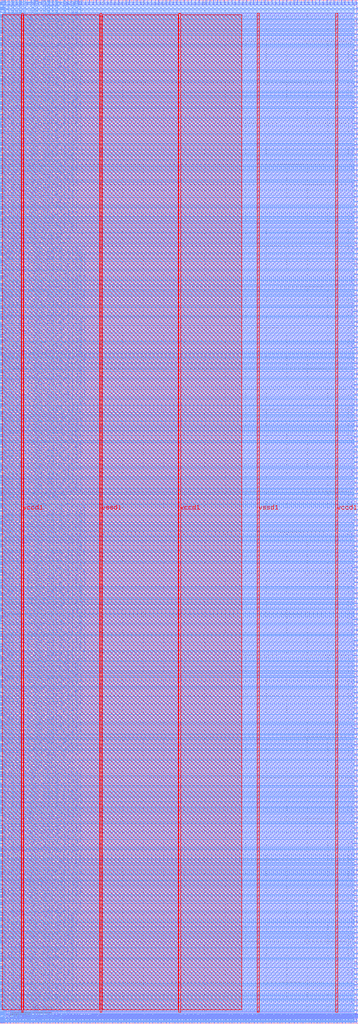
<source format=lef>
VERSION 5.7 ;
  NOWIREEXTENSIONATPIN ON ;
  DIVIDERCHAR "/" ;
  BUSBITCHARS "[]" ;
MACRO WishboneInterconnect
  CLASS BLOCK ;
  FOREIGN WishboneInterconnect ;
  ORIGIN 0.000 0.000 ;
  SIZE 350.000 BY 1000.000 ;
  PIN master0_wb_ack_i
    DIRECTION OUTPUT TRISTATE ;
    USE SIGNAL ;
    PORT
      LAYER met2 ;
        RECT 67.710 0.000 67.990 4.000 ;
    END
  END master0_wb_ack_i
  PIN master0_wb_adr_o[0]
    DIRECTION INPUT ;
    USE SIGNAL ;
    PORT
      LAYER met2 ;
        RECT 84.730 0.000 85.010 4.000 ;
    END
  END master0_wb_adr_o[0]
  PIN master0_wb_adr_o[10]
    DIRECTION INPUT ;
    USE SIGNAL ;
    PORT
      LAYER met2 ;
        RECT 179.030 0.000 179.310 4.000 ;
    END
  END master0_wb_adr_o[10]
  PIN master0_wb_adr_o[11]
    DIRECTION INPUT ;
    USE SIGNAL ;
    PORT
      LAYER met2 ;
        RECT 187.310 0.000 187.590 4.000 ;
    END
  END master0_wb_adr_o[11]
  PIN master0_wb_adr_o[12]
    DIRECTION INPUT ;
    USE SIGNAL ;
    PORT
      LAYER met2 ;
        RECT 195.590 0.000 195.870 4.000 ;
    END
  END master0_wb_adr_o[12]
  PIN master0_wb_adr_o[13]
    DIRECTION INPUT ;
    USE SIGNAL ;
    PORT
      LAYER met2 ;
        RECT 203.870 0.000 204.150 4.000 ;
    END
  END master0_wb_adr_o[13]
  PIN master0_wb_adr_o[14]
    DIRECTION INPUT ;
    USE SIGNAL ;
    PORT
      LAYER met2 ;
        RECT 212.610 0.000 212.890 4.000 ;
    END
  END master0_wb_adr_o[14]
  PIN master0_wb_adr_o[15]
    DIRECTION INPUT ;
    USE SIGNAL ;
    PORT
      LAYER met2 ;
        RECT 220.890 0.000 221.170 4.000 ;
    END
  END master0_wb_adr_o[15]
  PIN master0_wb_adr_o[16]
    DIRECTION INPUT ;
    USE SIGNAL ;
    PORT
      LAYER met2 ;
        RECT 229.170 0.000 229.450 4.000 ;
    END
  END master0_wb_adr_o[16]
  PIN master0_wb_adr_o[17]
    DIRECTION INPUT ;
    USE SIGNAL ;
    PORT
      LAYER met2 ;
        RECT 237.450 0.000 237.730 4.000 ;
    END
  END master0_wb_adr_o[17]
  PIN master0_wb_adr_o[18]
    DIRECTION INPUT ;
    USE SIGNAL ;
    PORT
      LAYER met2 ;
        RECT 245.730 0.000 246.010 4.000 ;
    END
  END master0_wb_adr_o[18]
  PIN master0_wb_adr_o[19]
    DIRECTION INPUT ;
    USE SIGNAL ;
    PORT
      LAYER met2 ;
        RECT 254.010 0.000 254.290 4.000 ;
    END
  END master0_wb_adr_o[19]
  PIN master0_wb_adr_o[1]
    DIRECTION INPUT ;
    USE SIGNAL ;
    PORT
      LAYER met2 ;
        RECT 95.770 0.000 96.050 4.000 ;
    END
  END master0_wb_adr_o[1]
  PIN master0_wb_adr_o[20]
    DIRECTION INPUT ;
    USE SIGNAL ;
    PORT
      LAYER met2 ;
        RECT 262.290 0.000 262.570 4.000 ;
    END
  END master0_wb_adr_o[20]
  PIN master0_wb_adr_o[21]
    DIRECTION INPUT ;
    USE SIGNAL ;
    PORT
      LAYER met2 ;
        RECT 270.570 0.000 270.850 4.000 ;
    END
  END master0_wb_adr_o[21]
  PIN master0_wb_adr_o[22]
    DIRECTION INPUT ;
    USE SIGNAL ;
    PORT
      LAYER met2 ;
        RECT 278.850 0.000 279.130 4.000 ;
    END
  END master0_wb_adr_o[22]
  PIN master0_wb_adr_o[23]
    DIRECTION INPUT ;
    USE SIGNAL ;
    PORT
      LAYER met2 ;
        RECT 287.590 0.000 287.870 4.000 ;
    END
  END master0_wb_adr_o[23]
  PIN master0_wb_adr_o[24]
    DIRECTION INPUT ;
    USE SIGNAL ;
    PORT
      LAYER met2 ;
        RECT 295.870 0.000 296.150 4.000 ;
    END
  END master0_wb_adr_o[24]
  PIN master0_wb_adr_o[25]
    DIRECTION INPUT ;
    USE SIGNAL ;
    PORT
      LAYER met2 ;
        RECT 304.150 0.000 304.430 4.000 ;
    END
  END master0_wb_adr_o[25]
  PIN master0_wb_adr_o[26]
    DIRECTION INPUT ;
    USE SIGNAL ;
    PORT
      LAYER met2 ;
        RECT 312.430 0.000 312.710 4.000 ;
    END
  END master0_wb_adr_o[26]
  PIN master0_wb_adr_o[27]
    DIRECTION INPUT ;
    USE SIGNAL ;
    PORT
      LAYER met2 ;
        RECT 320.710 0.000 320.990 4.000 ;
    END
  END master0_wb_adr_o[27]
  PIN master0_wb_adr_o[2]
    DIRECTION INPUT ;
    USE SIGNAL ;
    PORT
      LAYER met2 ;
        RECT 106.810 0.000 107.090 4.000 ;
    END
  END master0_wb_adr_o[2]
  PIN master0_wb_adr_o[3]
    DIRECTION INPUT ;
    USE SIGNAL ;
    PORT
      LAYER met2 ;
        RECT 117.850 0.000 118.130 4.000 ;
    END
  END master0_wb_adr_o[3]
  PIN master0_wb_adr_o[4]
    DIRECTION INPUT ;
    USE SIGNAL ;
    PORT
      LAYER met2 ;
        RECT 128.890 0.000 129.170 4.000 ;
    END
  END master0_wb_adr_o[4]
  PIN master0_wb_adr_o[5]
    DIRECTION INPUT ;
    USE SIGNAL ;
    PORT
      LAYER met2 ;
        RECT 137.170 0.000 137.450 4.000 ;
    END
  END master0_wb_adr_o[5]
  PIN master0_wb_adr_o[6]
    DIRECTION INPUT ;
    USE SIGNAL ;
    PORT
      LAYER met2 ;
        RECT 145.910 0.000 146.190 4.000 ;
    END
  END master0_wb_adr_o[6]
  PIN master0_wb_adr_o[7]
    DIRECTION INPUT ;
    USE SIGNAL ;
    PORT
      LAYER met2 ;
        RECT 154.190 0.000 154.470 4.000 ;
    END
  END master0_wb_adr_o[7]
  PIN master0_wb_adr_o[8]
    DIRECTION INPUT ;
    USE SIGNAL ;
    PORT
      LAYER met2 ;
        RECT 162.470 0.000 162.750 4.000 ;
    END
  END master0_wb_adr_o[8]
  PIN master0_wb_adr_o[9]
    DIRECTION INPUT ;
    USE SIGNAL ;
    PORT
      LAYER met2 ;
        RECT 170.750 0.000 171.030 4.000 ;
    END
  END master0_wb_adr_o[9]
  PIN master0_wb_cyc_o
    DIRECTION INPUT ;
    USE SIGNAL ;
    PORT
      LAYER met2 ;
        RECT 70.470 0.000 70.750 4.000 ;
    END
  END master0_wb_cyc_o
  PIN master0_wb_data_i[0]
    DIRECTION OUTPUT TRISTATE ;
    USE SIGNAL ;
    PORT
      LAYER met2 ;
        RECT 87.490 0.000 87.770 4.000 ;
    END
  END master0_wb_data_i[0]
  PIN master0_wb_data_i[10]
    DIRECTION OUTPUT TRISTATE ;
    USE SIGNAL ;
    PORT
      LAYER met2 ;
        RECT 181.790 0.000 182.070 4.000 ;
    END
  END master0_wb_data_i[10]
  PIN master0_wb_data_i[11]
    DIRECTION OUTPUT TRISTATE ;
    USE SIGNAL ;
    PORT
      LAYER met2 ;
        RECT 190.070 0.000 190.350 4.000 ;
    END
  END master0_wb_data_i[11]
  PIN master0_wb_data_i[12]
    DIRECTION OUTPUT TRISTATE ;
    USE SIGNAL ;
    PORT
      LAYER met2 ;
        RECT 198.350 0.000 198.630 4.000 ;
    END
  END master0_wb_data_i[12]
  PIN master0_wb_data_i[13]
    DIRECTION OUTPUT TRISTATE ;
    USE SIGNAL ;
    PORT
      LAYER met2 ;
        RECT 206.630 0.000 206.910 4.000 ;
    END
  END master0_wb_data_i[13]
  PIN master0_wb_data_i[14]
    DIRECTION OUTPUT TRISTATE ;
    USE SIGNAL ;
    PORT
      LAYER met2 ;
        RECT 215.370 0.000 215.650 4.000 ;
    END
  END master0_wb_data_i[14]
  PIN master0_wb_data_i[15]
    DIRECTION OUTPUT TRISTATE ;
    USE SIGNAL ;
    PORT
      LAYER met2 ;
        RECT 223.650 0.000 223.930 4.000 ;
    END
  END master0_wb_data_i[15]
  PIN master0_wb_data_i[16]
    DIRECTION OUTPUT TRISTATE ;
    USE SIGNAL ;
    PORT
      LAYER met2 ;
        RECT 231.930 0.000 232.210 4.000 ;
    END
  END master0_wb_data_i[16]
  PIN master0_wb_data_i[17]
    DIRECTION OUTPUT TRISTATE ;
    USE SIGNAL ;
    PORT
      LAYER met2 ;
        RECT 240.210 0.000 240.490 4.000 ;
    END
  END master0_wb_data_i[17]
  PIN master0_wb_data_i[18]
    DIRECTION OUTPUT TRISTATE ;
    USE SIGNAL ;
    PORT
      LAYER met2 ;
        RECT 248.490 0.000 248.770 4.000 ;
    END
  END master0_wb_data_i[18]
  PIN master0_wb_data_i[19]
    DIRECTION OUTPUT TRISTATE ;
    USE SIGNAL ;
    PORT
      LAYER met2 ;
        RECT 256.770 0.000 257.050 4.000 ;
    END
  END master0_wb_data_i[19]
  PIN master0_wb_data_i[1]
    DIRECTION OUTPUT TRISTATE ;
    USE SIGNAL ;
    PORT
      LAYER met2 ;
        RECT 98.530 0.000 98.810 4.000 ;
    END
  END master0_wb_data_i[1]
  PIN master0_wb_data_i[20]
    DIRECTION OUTPUT TRISTATE ;
    USE SIGNAL ;
    PORT
      LAYER met2 ;
        RECT 265.050 0.000 265.330 4.000 ;
    END
  END master0_wb_data_i[20]
  PIN master0_wb_data_i[21]
    DIRECTION OUTPUT TRISTATE ;
    USE SIGNAL ;
    PORT
      LAYER met2 ;
        RECT 273.330 0.000 273.610 4.000 ;
    END
  END master0_wb_data_i[21]
  PIN master0_wb_data_i[22]
    DIRECTION OUTPUT TRISTATE ;
    USE SIGNAL ;
    PORT
      LAYER met2 ;
        RECT 282.070 0.000 282.350 4.000 ;
    END
  END master0_wb_data_i[22]
  PIN master0_wb_data_i[23]
    DIRECTION OUTPUT TRISTATE ;
    USE SIGNAL ;
    PORT
      LAYER met2 ;
        RECT 290.350 0.000 290.630 4.000 ;
    END
  END master0_wb_data_i[23]
  PIN master0_wb_data_i[24]
    DIRECTION OUTPUT TRISTATE ;
    USE SIGNAL ;
    PORT
      LAYER met2 ;
        RECT 298.630 0.000 298.910 4.000 ;
    END
  END master0_wb_data_i[24]
  PIN master0_wb_data_i[25]
    DIRECTION OUTPUT TRISTATE ;
    USE SIGNAL ;
    PORT
      LAYER met2 ;
        RECT 306.910 0.000 307.190 4.000 ;
    END
  END master0_wb_data_i[25]
  PIN master0_wb_data_i[26]
    DIRECTION OUTPUT TRISTATE ;
    USE SIGNAL ;
    PORT
      LAYER met2 ;
        RECT 315.190 0.000 315.470 4.000 ;
    END
  END master0_wb_data_i[26]
  PIN master0_wb_data_i[27]
    DIRECTION OUTPUT TRISTATE ;
    USE SIGNAL ;
    PORT
      LAYER met2 ;
        RECT 323.470 0.000 323.750 4.000 ;
    END
  END master0_wb_data_i[27]
  PIN master0_wb_data_i[28]
    DIRECTION OUTPUT TRISTATE ;
    USE SIGNAL ;
    PORT
      LAYER met2 ;
        RECT 328.990 0.000 329.270 4.000 ;
    END
  END master0_wb_data_i[28]
  PIN master0_wb_data_i[29]
    DIRECTION OUTPUT TRISTATE ;
    USE SIGNAL ;
    PORT
      LAYER met2 ;
        RECT 334.510 0.000 334.790 4.000 ;
    END
  END master0_wb_data_i[29]
  PIN master0_wb_data_i[2]
    DIRECTION OUTPUT TRISTATE ;
    USE SIGNAL ;
    PORT
      LAYER met2 ;
        RECT 109.570 0.000 109.850 4.000 ;
    END
  END master0_wb_data_i[2]
  PIN master0_wb_data_i[30]
    DIRECTION OUTPUT TRISTATE ;
    USE SIGNAL ;
    PORT
      LAYER met2 ;
        RECT 340.030 0.000 340.310 4.000 ;
    END
  END master0_wb_data_i[30]
  PIN master0_wb_data_i[31]
    DIRECTION OUTPUT TRISTATE ;
    USE SIGNAL ;
    PORT
      LAYER met2 ;
        RECT 345.550 0.000 345.830 4.000 ;
    END
  END master0_wb_data_i[31]
  PIN master0_wb_data_i[3]
    DIRECTION OUTPUT TRISTATE ;
    USE SIGNAL ;
    PORT
      LAYER met2 ;
        RECT 120.610 0.000 120.890 4.000 ;
    END
  END master0_wb_data_i[3]
  PIN master0_wb_data_i[4]
    DIRECTION OUTPUT TRISTATE ;
    USE SIGNAL ;
    PORT
      LAYER met2 ;
        RECT 131.650 0.000 131.930 4.000 ;
    END
  END master0_wb_data_i[4]
  PIN master0_wb_data_i[5]
    DIRECTION OUTPUT TRISTATE ;
    USE SIGNAL ;
    PORT
      LAYER met2 ;
        RECT 139.930 0.000 140.210 4.000 ;
    END
  END master0_wb_data_i[5]
  PIN master0_wb_data_i[6]
    DIRECTION OUTPUT TRISTATE ;
    USE SIGNAL ;
    PORT
      LAYER met2 ;
        RECT 148.670 0.000 148.950 4.000 ;
    END
  END master0_wb_data_i[6]
  PIN master0_wb_data_i[7]
    DIRECTION OUTPUT TRISTATE ;
    USE SIGNAL ;
    PORT
      LAYER met2 ;
        RECT 156.950 0.000 157.230 4.000 ;
    END
  END master0_wb_data_i[7]
  PIN master0_wb_data_i[8]
    DIRECTION OUTPUT TRISTATE ;
    USE SIGNAL ;
    PORT
      LAYER met2 ;
        RECT 165.230 0.000 165.510 4.000 ;
    END
  END master0_wb_data_i[8]
  PIN master0_wb_data_i[9]
    DIRECTION OUTPUT TRISTATE ;
    USE SIGNAL ;
    PORT
      LAYER met2 ;
        RECT 173.510 0.000 173.790 4.000 ;
    END
  END master0_wb_data_i[9]
  PIN master0_wb_data_o[0]
    DIRECTION INPUT ;
    USE SIGNAL ;
    PORT
      LAYER met2 ;
        RECT 90.250 0.000 90.530 4.000 ;
    END
  END master0_wb_data_o[0]
  PIN master0_wb_data_o[10]
    DIRECTION INPUT ;
    USE SIGNAL ;
    PORT
      LAYER met2 ;
        RECT 184.550 0.000 184.830 4.000 ;
    END
  END master0_wb_data_o[10]
  PIN master0_wb_data_o[11]
    DIRECTION INPUT ;
    USE SIGNAL ;
    PORT
      LAYER met2 ;
        RECT 192.830 0.000 193.110 4.000 ;
    END
  END master0_wb_data_o[11]
  PIN master0_wb_data_o[12]
    DIRECTION INPUT ;
    USE SIGNAL ;
    PORT
      LAYER met2 ;
        RECT 201.110 0.000 201.390 4.000 ;
    END
  END master0_wb_data_o[12]
  PIN master0_wb_data_o[13]
    DIRECTION INPUT ;
    USE SIGNAL ;
    PORT
      LAYER met2 ;
        RECT 209.390 0.000 209.670 4.000 ;
    END
  END master0_wb_data_o[13]
  PIN master0_wb_data_o[14]
    DIRECTION INPUT ;
    USE SIGNAL ;
    PORT
      LAYER met2 ;
        RECT 218.130 0.000 218.410 4.000 ;
    END
  END master0_wb_data_o[14]
  PIN master0_wb_data_o[15]
    DIRECTION INPUT ;
    USE SIGNAL ;
    PORT
      LAYER met2 ;
        RECT 226.410 0.000 226.690 4.000 ;
    END
  END master0_wb_data_o[15]
  PIN master0_wb_data_o[16]
    DIRECTION INPUT ;
    USE SIGNAL ;
    PORT
      LAYER met2 ;
        RECT 234.690 0.000 234.970 4.000 ;
    END
  END master0_wb_data_o[16]
  PIN master0_wb_data_o[17]
    DIRECTION INPUT ;
    USE SIGNAL ;
    PORT
      LAYER met2 ;
        RECT 242.970 0.000 243.250 4.000 ;
    END
  END master0_wb_data_o[17]
  PIN master0_wb_data_o[18]
    DIRECTION INPUT ;
    USE SIGNAL ;
    PORT
      LAYER met2 ;
        RECT 251.250 0.000 251.530 4.000 ;
    END
  END master0_wb_data_o[18]
  PIN master0_wb_data_o[19]
    DIRECTION INPUT ;
    USE SIGNAL ;
    PORT
      LAYER met2 ;
        RECT 259.530 0.000 259.810 4.000 ;
    END
  END master0_wb_data_o[19]
  PIN master0_wb_data_o[1]
    DIRECTION INPUT ;
    USE SIGNAL ;
    PORT
      LAYER met2 ;
        RECT 101.290 0.000 101.570 4.000 ;
    END
  END master0_wb_data_o[1]
  PIN master0_wb_data_o[20]
    DIRECTION INPUT ;
    USE SIGNAL ;
    PORT
      LAYER met2 ;
        RECT 267.810 0.000 268.090 4.000 ;
    END
  END master0_wb_data_o[20]
  PIN master0_wb_data_o[21]
    DIRECTION INPUT ;
    USE SIGNAL ;
    PORT
      LAYER met2 ;
        RECT 276.090 0.000 276.370 4.000 ;
    END
  END master0_wb_data_o[21]
  PIN master0_wb_data_o[22]
    DIRECTION INPUT ;
    USE SIGNAL ;
    PORT
      LAYER met2 ;
        RECT 284.830 0.000 285.110 4.000 ;
    END
  END master0_wb_data_o[22]
  PIN master0_wb_data_o[23]
    DIRECTION INPUT ;
    USE SIGNAL ;
    PORT
      LAYER met2 ;
        RECT 293.110 0.000 293.390 4.000 ;
    END
  END master0_wb_data_o[23]
  PIN master0_wb_data_o[24]
    DIRECTION INPUT ;
    USE SIGNAL ;
    PORT
      LAYER met2 ;
        RECT 301.390 0.000 301.670 4.000 ;
    END
  END master0_wb_data_o[24]
  PIN master0_wb_data_o[25]
    DIRECTION INPUT ;
    USE SIGNAL ;
    PORT
      LAYER met2 ;
        RECT 309.670 0.000 309.950 4.000 ;
    END
  END master0_wb_data_o[25]
  PIN master0_wb_data_o[26]
    DIRECTION INPUT ;
    USE SIGNAL ;
    PORT
      LAYER met2 ;
        RECT 317.950 0.000 318.230 4.000 ;
    END
  END master0_wb_data_o[26]
  PIN master0_wb_data_o[27]
    DIRECTION INPUT ;
    USE SIGNAL ;
    PORT
      LAYER met2 ;
        RECT 326.230 0.000 326.510 4.000 ;
    END
  END master0_wb_data_o[27]
  PIN master0_wb_data_o[28]
    DIRECTION INPUT ;
    USE SIGNAL ;
    PORT
      LAYER met2 ;
        RECT 331.750 0.000 332.030 4.000 ;
    END
  END master0_wb_data_o[28]
  PIN master0_wb_data_o[29]
    DIRECTION INPUT ;
    USE SIGNAL ;
    PORT
      LAYER met2 ;
        RECT 337.270 0.000 337.550 4.000 ;
    END
  END master0_wb_data_o[29]
  PIN master0_wb_data_o[2]
    DIRECTION INPUT ;
    USE SIGNAL ;
    PORT
      LAYER met2 ;
        RECT 112.330 0.000 112.610 4.000 ;
    END
  END master0_wb_data_o[2]
  PIN master0_wb_data_o[30]
    DIRECTION INPUT ;
    USE SIGNAL ;
    PORT
      LAYER met2 ;
        RECT 342.790 0.000 343.070 4.000 ;
    END
  END master0_wb_data_o[30]
  PIN master0_wb_data_o[31]
    DIRECTION INPUT ;
    USE SIGNAL ;
    PORT
      LAYER met2 ;
        RECT 348.310 0.000 348.590 4.000 ;
    END
  END master0_wb_data_o[31]
  PIN master0_wb_data_o[3]
    DIRECTION INPUT ;
    USE SIGNAL ;
    PORT
      LAYER met2 ;
        RECT 123.370 0.000 123.650 4.000 ;
    END
  END master0_wb_data_o[3]
  PIN master0_wb_data_o[4]
    DIRECTION INPUT ;
    USE SIGNAL ;
    PORT
      LAYER met2 ;
        RECT 134.410 0.000 134.690 4.000 ;
    END
  END master0_wb_data_o[4]
  PIN master0_wb_data_o[5]
    DIRECTION INPUT ;
    USE SIGNAL ;
    PORT
      LAYER met2 ;
        RECT 143.150 0.000 143.430 4.000 ;
    END
  END master0_wb_data_o[5]
  PIN master0_wb_data_o[6]
    DIRECTION INPUT ;
    USE SIGNAL ;
    PORT
      LAYER met2 ;
        RECT 151.430 0.000 151.710 4.000 ;
    END
  END master0_wb_data_o[6]
  PIN master0_wb_data_o[7]
    DIRECTION INPUT ;
    USE SIGNAL ;
    PORT
      LAYER met2 ;
        RECT 159.710 0.000 159.990 4.000 ;
    END
  END master0_wb_data_o[7]
  PIN master0_wb_data_o[8]
    DIRECTION INPUT ;
    USE SIGNAL ;
    PORT
      LAYER met2 ;
        RECT 167.990 0.000 168.270 4.000 ;
    END
  END master0_wb_data_o[8]
  PIN master0_wb_data_o[9]
    DIRECTION INPUT ;
    USE SIGNAL ;
    PORT
      LAYER met2 ;
        RECT 176.270 0.000 176.550 4.000 ;
    END
  END master0_wb_data_o[9]
  PIN master0_wb_error_i
    DIRECTION OUTPUT TRISTATE ;
    USE SIGNAL ;
    PORT
      LAYER met2 ;
        RECT 73.690 0.000 73.970 4.000 ;
    END
  END master0_wb_error_i
  PIN master0_wb_sel_o[0]
    DIRECTION INPUT ;
    USE SIGNAL ;
    PORT
      LAYER met2 ;
        RECT 93.010 0.000 93.290 4.000 ;
    END
  END master0_wb_sel_o[0]
  PIN master0_wb_sel_o[1]
    DIRECTION INPUT ;
    USE SIGNAL ;
    PORT
      LAYER met2 ;
        RECT 104.050 0.000 104.330 4.000 ;
    END
  END master0_wb_sel_o[1]
  PIN master0_wb_sel_o[2]
    DIRECTION INPUT ;
    USE SIGNAL ;
    PORT
      LAYER met2 ;
        RECT 115.090 0.000 115.370 4.000 ;
    END
  END master0_wb_sel_o[2]
  PIN master0_wb_sel_o[3]
    DIRECTION INPUT ;
    USE SIGNAL ;
    PORT
      LAYER met2 ;
        RECT 126.130 0.000 126.410 4.000 ;
    END
  END master0_wb_sel_o[3]
  PIN master0_wb_stall_i
    DIRECTION OUTPUT TRISTATE ;
    USE SIGNAL ;
    PORT
      LAYER met2 ;
        RECT 76.450 0.000 76.730 4.000 ;
    END
  END master0_wb_stall_i
  PIN master0_wb_stb_o
    DIRECTION INPUT ;
    USE SIGNAL ;
    PORT
      LAYER met2 ;
        RECT 79.210 0.000 79.490 4.000 ;
    END
  END master0_wb_stb_o
  PIN master0_wb_we_o
    DIRECTION INPUT ;
    USE SIGNAL ;
    PORT
      LAYER met2 ;
        RECT 81.970 0.000 82.250 4.000 ;
    END
  END master0_wb_we_o
  PIN master1_wb_ack_i
    DIRECTION OUTPUT TRISTATE ;
    USE SIGNAL ;
    PORT
      LAYER met3 ;
        RECT 0.000 500.520 4.000 501.120 ;
    END
  END master1_wb_ack_i
  PIN master1_wb_adr_o[0]
    DIRECTION INPUT ;
    USE SIGNAL ;
    PORT
      LAYER met3 ;
        RECT 0.000 515.480 4.000 516.080 ;
    END
  END master1_wb_adr_o[0]
  PIN master1_wb_adr_o[10]
    DIRECTION INPUT ;
    USE SIGNAL ;
    PORT
      LAYER met3 ;
        RECT 0.000 600.480 4.000 601.080 ;
    END
  END master1_wb_adr_o[10]
  PIN master1_wb_adr_o[11]
    DIRECTION INPUT ;
    USE SIGNAL ;
    PORT
      LAYER met3 ;
        RECT 0.000 607.960 4.000 608.560 ;
    END
  END master1_wb_adr_o[11]
  PIN master1_wb_adr_o[12]
    DIRECTION INPUT ;
    USE SIGNAL ;
    PORT
      LAYER met3 ;
        RECT 0.000 615.440 4.000 616.040 ;
    END
  END master1_wb_adr_o[12]
  PIN master1_wb_adr_o[13]
    DIRECTION INPUT ;
    USE SIGNAL ;
    PORT
      LAYER met3 ;
        RECT 0.000 622.920 4.000 623.520 ;
    END
  END master1_wb_adr_o[13]
  PIN master1_wb_adr_o[14]
    DIRECTION INPUT ;
    USE SIGNAL ;
    PORT
      LAYER met3 ;
        RECT 0.000 630.400 4.000 631.000 ;
    END
  END master1_wb_adr_o[14]
  PIN master1_wb_adr_o[15]
    DIRECTION INPUT ;
    USE SIGNAL ;
    PORT
      LAYER met3 ;
        RECT 0.000 637.880 4.000 638.480 ;
    END
  END master1_wb_adr_o[15]
  PIN master1_wb_adr_o[16]
    DIRECTION INPUT ;
    USE SIGNAL ;
    PORT
      LAYER met3 ;
        RECT 0.000 645.360 4.000 645.960 ;
    END
  END master1_wb_adr_o[16]
  PIN master1_wb_adr_o[17]
    DIRECTION INPUT ;
    USE SIGNAL ;
    PORT
      LAYER met3 ;
        RECT 0.000 652.840 4.000 653.440 ;
    END
  END master1_wb_adr_o[17]
  PIN master1_wb_adr_o[18]
    DIRECTION INPUT ;
    USE SIGNAL ;
    PORT
      LAYER met3 ;
        RECT 0.000 660.320 4.000 660.920 ;
    END
  END master1_wb_adr_o[18]
  PIN master1_wb_adr_o[19]
    DIRECTION INPUT ;
    USE SIGNAL ;
    PORT
      LAYER met3 ;
        RECT 0.000 667.800 4.000 668.400 ;
    END
  END master1_wb_adr_o[19]
  PIN master1_wb_adr_o[1]
    DIRECTION INPUT ;
    USE SIGNAL ;
    PORT
      LAYER met3 ;
        RECT 0.000 525.680 4.000 526.280 ;
    END
  END master1_wb_adr_o[1]
  PIN master1_wb_adr_o[20]
    DIRECTION INPUT ;
    USE SIGNAL ;
    PORT
      LAYER met3 ;
        RECT 0.000 675.280 4.000 675.880 ;
    END
  END master1_wb_adr_o[20]
  PIN master1_wb_adr_o[21]
    DIRECTION INPUT ;
    USE SIGNAL ;
    PORT
      LAYER met3 ;
        RECT 0.000 682.760 4.000 683.360 ;
    END
  END master1_wb_adr_o[21]
  PIN master1_wb_adr_o[22]
    DIRECTION INPUT ;
    USE SIGNAL ;
    PORT
      LAYER met3 ;
        RECT 0.000 690.240 4.000 690.840 ;
    END
  END master1_wb_adr_o[22]
  PIN master1_wb_adr_o[23]
    DIRECTION INPUT ;
    USE SIGNAL ;
    PORT
      LAYER met3 ;
        RECT 0.000 698.400 4.000 699.000 ;
    END
  END master1_wb_adr_o[23]
  PIN master1_wb_adr_o[24]
    DIRECTION INPUT ;
    USE SIGNAL ;
    PORT
      LAYER met3 ;
        RECT 0.000 705.880 4.000 706.480 ;
    END
  END master1_wb_adr_o[24]
  PIN master1_wb_adr_o[25]
    DIRECTION INPUT ;
    USE SIGNAL ;
    PORT
      LAYER met3 ;
        RECT 0.000 713.360 4.000 713.960 ;
    END
  END master1_wb_adr_o[25]
  PIN master1_wb_adr_o[26]
    DIRECTION INPUT ;
    USE SIGNAL ;
    PORT
      LAYER met3 ;
        RECT 0.000 720.840 4.000 721.440 ;
    END
  END master1_wb_adr_o[26]
  PIN master1_wb_adr_o[27]
    DIRECTION INPUT ;
    USE SIGNAL ;
    PORT
      LAYER met3 ;
        RECT 0.000 728.320 4.000 728.920 ;
    END
  END master1_wb_adr_o[27]
  PIN master1_wb_adr_o[2]
    DIRECTION INPUT ;
    USE SIGNAL ;
    PORT
      LAYER met3 ;
        RECT 0.000 535.200 4.000 535.800 ;
    END
  END master1_wb_adr_o[2]
  PIN master1_wb_adr_o[3]
    DIRECTION INPUT ;
    USE SIGNAL ;
    PORT
      LAYER met3 ;
        RECT 0.000 545.400 4.000 546.000 ;
    END
  END master1_wb_adr_o[3]
  PIN master1_wb_adr_o[4]
    DIRECTION INPUT ;
    USE SIGNAL ;
    PORT
      LAYER met3 ;
        RECT 0.000 555.600 4.000 556.200 ;
    END
  END master1_wb_adr_o[4]
  PIN master1_wb_adr_o[5]
    DIRECTION INPUT ;
    USE SIGNAL ;
    PORT
      LAYER met3 ;
        RECT 0.000 563.080 4.000 563.680 ;
    END
  END master1_wb_adr_o[5]
  PIN master1_wb_adr_o[6]
    DIRECTION INPUT ;
    USE SIGNAL ;
    PORT
      LAYER met3 ;
        RECT 0.000 570.560 4.000 571.160 ;
    END
  END master1_wb_adr_o[6]
  PIN master1_wb_adr_o[7]
    DIRECTION INPUT ;
    USE SIGNAL ;
    PORT
      LAYER met3 ;
        RECT 0.000 578.040 4.000 578.640 ;
    END
  END master1_wb_adr_o[7]
  PIN master1_wb_adr_o[8]
    DIRECTION INPUT ;
    USE SIGNAL ;
    PORT
      LAYER met3 ;
        RECT 0.000 585.520 4.000 586.120 ;
    END
  END master1_wb_adr_o[8]
  PIN master1_wb_adr_o[9]
    DIRECTION INPUT ;
    USE SIGNAL ;
    PORT
      LAYER met3 ;
        RECT 0.000 593.000 4.000 593.600 ;
    END
  END master1_wb_adr_o[9]
  PIN master1_wb_cyc_o
    DIRECTION INPUT ;
    USE SIGNAL ;
    PORT
      LAYER met3 ;
        RECT 0.000 503.240 4.000 503.840 ;
    END
  END master1_wb_cyc_o
  PIN master1_wb_data_i[0]
    DIRECTION OUTPUT TRISTATE ;
    USE SIGNAL ;
    PORT
      LAYER met3 ;
        RECT 0.000 518.200 4.000 518.800 ;
    END
  END master1_wb_data_i[0]
  PIN master1_wb_data_i[10]
    DIRECTION OUTPUT TRISTATE ;
    USE SIGNAL ;
    PORT
      LAYER met3 ;
        RECT 0.000 603.200 4.000 603.800 ;
    END
  END master1_wb_data_i[10]
  PIN master1_wb_data_i[11]
    DIRECTION OUTPUT TRISTATE ;
    USE SIGNAL ;
    PORT
      LAYER met3 ;
        RECT 0.000 610.680 4.000 611.280 ;
    END
  END master1_wb_data_i[11]
  PIN master1_wb_data_i[12]
    DIRECTION OUTPUT TRISTATE ;
    USE SIGNAL ;
    PORT
      LAYER met3 ;
        RECT 0.000 618.160 4.000 618.760 ;
    END
  END master1_wb_data_i[12]
  PIN master1_wb_data_i[13]
    DIRECTION OUTPUT TRISTATE ;
    USE SIGNAL ;
    PORT
      LAYER met3 ;
        RECT 0.000 625.640 4.000 626.240 ;
    END
  END master1_wb_data_i[13]
  PIN master1_wb_data_i[14]
    DIRECTION OUTPUT TRISTATE ;
    USE SIGNAL ;
    PORT
      LAYER met3 ;
        RECT 0.000 633.120 4.000 633.720 ;
    END
  END master1_wb_data_i[14]
  PIN master1_wb_data_i[15]
    DIRECTION OUTPUT TRISTATE ;
    USE SIGNAL ;
    PORT
      LAYER met3 ;
        RECT 0.000 640.600 4.000 641.200 ;
    END
  END master1_wb_data_i[15]
  PIN master1_wb_data_i[16]
    DIRECTION OUTPUT TRISTATE ;
    USE SIGNAL ;
    PORT
      LAYER met3 ;
        RECT 0.000 648.080 4.000 648.680 ;
    END
  END master1_wb_data_i[16]
  PIN master1_wb_data_i[17]
    DIRECTION OUTPUT TRISTATE ;
    USE SIGNAL ;
    PORT
      LAYER met3 ;
        RECT 0.000 655.560 4.000 656.160 ;
    END
  END master1_wb_data_i[17]
  PIN master1_wb_data_i[18]
    DIRECTION OUTPUT TRISTATE ;
    USE SIGNAL ;
    PORT
      LAYER met3 ;
        RECT 0.000 663.040 4.000 663.640 ;
    END
  END master1_wb_data_i[18]
  PIN master1_wb_data_i[19]
    DIRECTION OUTPUT TRISTATE ;
    USE SIGNAL ;
    PORT
      LAYER met3 ;
        RECT 0.000 670.520 4.000 671.120 ;
    END
  END master1_wb_data_i[19]
  PIN master1_wb_data_i[1]
    DIRECTION OUTPUT TRISTATE ;
    USE SIGNAL ;
    PORT
      LAYER met3 ;
        RECT 0.000 527.720 4.000 528.320 ;
    END
  END master1_wb_data_i[1]
  PIN master1_wb_data_i[20]
    DIRECTION OUTPUT TRISTATE ;
    USE SIGNAL ;
    PORT
      LAYER met3 ;
        RECT 0.000 678.000 4.000 678.600 ;
    END
  END master1_wb_data_i[20]
  PIN master1_wb_data_i[21]
    DIRECTION OUTPUT TRISTATE ;
    USE SIGNAL ;
    PORT
      LAYER met3 ;
        RECT 0.000 685.480 4.000 686.080 ;
    END
  END master1_wb_data_i[21]
  PIN master1_wb_data_i[22]
    DIRECTION OUTPUT TRISTATE ;
    USE SIGNAL ;
    PORT
      LAYER met3 ;
        RECT 0.000 692.960 4.000 693.560 ;
    END
  END master1_wb_data_i[22]
  PIN master1_wb_data_i[23]
    DIRECTION OUTPUT TRISTATE ;
    USE SIGNAL ;
    PORT
      LAYER met3 ;
        RECT 0.000 700.440 4.000 701.040 ;
    END
  END master1_wb_data_i[23]
  PIN master1_wb_data_i[24]
    DIRECTION OUTPUT TRISTATE ;
    USE SIGNAL ;
    PORT
      LAYER met3 ;
        RECT 0.000 707.920 4.000 708.520 ;
    END
  END master1_wb_data_i[24]
  PIN master1_wb_data_i[25]
    DIRECTION OUTPUT TRISTATE ;
    USE SIGNAL ;
    PORT
      LAYER met3 ;
        RECT 0.000 715.400 4.000 716.000 ;
    END
  END master1_wb_data_i[25]
  PIN master1_wb_data_i[26]
    DIRECTION OUTPUT TRISTATE ;
    USE SIGNAL ;
    PORT
      LAYER met3 ;
        RECT 0.000 722.880 4.000 723.480 ;
    END
  END master1_wb_data_i[26]
  PIN master1_wb_data_i[27]
    DIRECTION OUTPUT TRISTATE ;
    USE SIGNAL ;
    PORT
      LAYER met3 ;
        RECT 0.000 730.360 4.000 730.960 ;
    END
  END master1_wb_data_i[27]
  PIN master1_wb_data_i[28]
    DIRECTION OUTPUT TRISTATE ;
    USE SIGNAL ;
    PORT
      LAYER met3 ;
        RECT 0.000 735.800 4.000 736.400 ;
    END
  END master1_wb_data_i[28]
  PIN master1_wb_data_i[29]
    DIRECTION OUTPUT TRISTATE ;
    USE SIGNAL ;
    PORT
      LAYER met3 ;
        RECT 0.000 740.560 4.000 741.160 ;
    END
  END master1_wb_data_i[29]
  PIN master1_wb_data_i[2]
    DIRECTION OUTPUT TRISTATE ;
    USE SIGNAL ;
    PORT
      LAYER met3 ;
        RECT 0.000 537.920 4.000 538.520 ;
    END
  END master1_wb_data_i[2]
  PIN master1_wb_data_i[30]
    DIRECTION OUTPUT TRISTATE ;
    USE SIGNAL ;
    PORT
      LAYER met3 ;
        RECT 0.000 745.320 4.000 745.920 ;
    END
  END master1_wb_data_i[30]
  PIN master1_wb_data_i[31]
    DIRECTION OUTPUT TRISTATE ;
    USE SIGNAL ;
    PORT
      LAYER met3 ;
        RECT 0.000 750.760 4.000 751.360 ;
    END
  END master1_wb_data_i[31]
  PIN master1_wb_data_i[3]
    DIRECTION OUTPUT TRISTATE ;
    USE SIGNAL ;
    PORT
      LAYER met3 ;
        RECT 0.000 548.120 4.000 548.720 ;
    END
  END master1_wb_data_i[3]
  PIN master1_wb_data_i[4]
    DIRECTION OUTPUT TRISTATE ;
    USE SIGNAL ;
    PORT
      LAYER met3 ;
        RECT 0.000 558.320 4.000 558.920 ;
    END
  END master1_wb_data_i[4]
  PIN master1_wb_data_i[5]
    DIRECTION OUTPUT TRISTATE ;
    USE SIGNAL ;
    PORT
      LAYER met3 ;
        RECT 0.000 565.800 4.000 566.400 ;
    END
  END master1_wb_data_i[5]
  PIN master1_wb_data_i[6]
    DIRECTION OUTPUT TRISTATE ;
    USE SIGNAL ;
    PORT
      LAYER met3 ;
        RECT 0.000 573.280 4.000 573.880 ;
    END
  END master1_wb_data_i[6]
  PIN master1_wb_data_i[7]
    DIRECTION OUTPUT TRISTATE ;
    USE SIGNAL ;
    PORT
      LAYER met3 ;
        RECT 0.000 580.760 4.000 581.360 ;
    END
  END master1_wb_data_i[7]
  PIN master1_wb_data_i[8]
    DIRECTION OUTPUT TRISTATE ;
    USE SIGNAL ;
    PORT
      LAYER met3 ;
        RECT 0.000 588.240 4.000 588.840 ;
    END
  END master1_wb_data_i[8]
  PIN master1_wb_data_i[9]
    DIRECTION OUTPUT TRISTATE ;
    USE SIGNAL ;
    PORT
      LAYER met3 ;
        RECT 0.000 595.720 4.000 596.320 ;
    END
  END master1_wb_data_i[9]
  PIN master1_wb_data_o[0]
    DIRECTION INPUT ;
    USE SIGNAL ;
    PORT
      LAYER met3 ;
        RECT 0.000 520.240 4.000 520.840 ;
    END
  END master1_wb_data_o[0]
  PIN master1_wb_data_o[10]
    DIRECTION INPUT ;
    USE SIGNAL ;
    PORT
      LAYER met3 ;
        RECT 0.000 605.240 4.000 605.840 ;
    END
  END master1_wb_data_o[10]
  PIN master1_wb_data_o[11]
    DIRECTION INPUT ;
    USE SIGNAL ;
    PORT
      LAYER met3 ;
        RECT 0.000 612.720 4.000 613.320 ;
    END
  END master1_wb_data_o[11]
  PIN master1_wb_data_o[12]
    DIRECTION INPUT ;
    USE SIGNAL ;
    PORT
      LAYER met3 ;
        RECT 0.000 620.880 4.000 621.480 ;
    END
  END master1_wb_data_o[12]
  PIN master1_wb_data_o[13]
    DIRECTION INPUT ;
    USE SIGNAL ;
    PORT
      LAYER met3 ;
        RECT 0.000 628.360 4.000 628.960 ;
    END
  END master1_wb_data_o[13]
  PIN master1_wb_data_o[14]
    DIRECTION INPUT ;
    USE SIGNAL ;
    PORT
      LAYER met3 ;
        RECT 0.000 635.840 4.000 636.440 ;
    END
  END master1_wb_data_o[14]
  PIN master1_wb_data_o[15]
    DIRECTION INPUT ;
    USE SIGNAL ;
    PORT
      LAYER met3 ;
        RECT 0.000 643.320 4.000 643.920 ;
    END
  END master1_wb_data_o[15]
  PIN master1_wb_data_o[16]
    DIRECTION INPUT ;
    USE SIGNAL ;
    PORT
      LAYER met3 ;
        RECT 0.000 650.800 4.000 651.400 ;
    END
  END master1_wb_data_o[16]
  PIN master1_wb_data_o[17]
    DIRECTION INPUT ;
    USE SIGNAL ;
    PORT
      LAYER met3 ;
        RECT 0.000 658.280 4.000 658.880 ;
    END
  END master1_wb_data_o[17]
  PIN master1_wb_data_o[18]
    DIRECTION INPUT ;
    USE SIGNAL ;
    PORT
      LAYER met3 ;
        RECT 0.000 665.760 4.000 666.360 ;
    END
  END master1_wb_data_o[18]
  PIN master1_wb_data_o[19]
    DIRECTION INPUT ;
    USE SIGNAL ;
    PORT
      LAYER met3 ;
        RECT 0.000 673.240 4.000 673.840 ;
    END
  END master1_wb_data_o[19]
  PIN master1_wb_data_o[1]
    DIRECTION INPUT ;
    USE SIGNAL ;
    PORT
      LAYER met3 ;
        RECT 0.000 530.440 4.000 531.040 ;
    END
  END master1_wb_data_o[1]
  PIN master1_wb_data_o[20]
    DIRECTION INPUT ;
    USE SIGNAL ;
    PORT
      LAYER met3 ;
        RECT 0.000 680.720 4.000 681.320 ;
    END
  END master1_wb_data_o[20]
  PIN master1_wb_data_o[21]
    DIRECTION INPUT ;
    USE SIGNAL ;
    PORT
      LAYER met3 ;
        RECT 0.000 688.200 4.000 688.800 ;
    END
  END master1_wb_data_o[21]
  PIN master1_wb_data_o[22]
    DIRECTION INPUT ;
    USE SIGNAL ;
    PORT
      LAYER met3 ;
        RECT 0.000 695.680 4.000 696.280 ;
    END
  END master1_wb_data_o[22]
  PIN master1_wb_data_o[23]
    DIRECTION INPUT ;
    USE SIGNAL ;
    PORT
      LAYER met3 ;
        RECT 0.000 703.160 4.000 703.760 ;
    END
  END master1_wb_data_o[23]
  PIN master1_wb_data_o[24]
    DIRECTION INPUT ;
    USE SIGNAL ;
    PORT
      LAYER met3 ;
        RECT 0.000 710.640 4.000 711.240 ;
    END
  END master1_wb_data_o[24]
  PIN master1_wb_data_o[25]
    DIRECTION INPUT ;
    USE SIGNAL ;
    PORT
      LAYER met3 ;
        RECT 0.000 718.120 4.000 718.720 ;
    END
  END master1_wb_data_o[25]
  PIN master1_wb_data_o[26]
    DIRECTION INPUT ;
    USE SIGNAL ;
    PORT
      LAYER met3 ;
        RECT 0.000 725.600 4.000 726.200 ;
    END
  END master1_wb_data_o[26]
  PIN master1_wb_data_o[27]
    DIRECTION INPUT ;
    USE SIGNAL ;
    PORT
      LAYER met3 ;
        RECT 0.000 733.080 4.000 733.680 ;
    END
  END master1_wb_data_o[27]
  PIN master1_wb_data_o[28]
    DIRECTION INPUT ;
    USE SIGNAL ;
    PORT
      LAYER met3 ;
        RECT 0.000 737.840 4.000 738.440 ;
    END
  END master1_wb_data_o[28]
  PIN master1_wb_data_o[29]
    DIRECTION INPUT ;
    USE SIGNAL ;
    PORT
      LAYER met3 ;
        RECT 0.000 743.280 4.000 743.880 ;
    END
  END master1_wb_data_o[29]
  PIN master1_wb_data_o[2]
    DIRECTION INPUT ;
    USE SIGNAL ;
    PORT
      LAYER met3 ;
        RECT 0.000 540.640 4.000 541.240 ;
    END
  END master1_wb_data_o[2]
  PIN master1_wb_data_o[30]
    DIRECTION INPUT ;
    USE SIGNAL ;
    PORT
      LAYER met3 ;
        RECT 0.000 748.040 4.000 748.640 ;
    END
  END master1_wb_data_o[30]
  PIN master1_wb_data_o[31]
    DIRECTION INPUT ;
    USE SIGNAL ;
    PORT
      LAYER met3 ;
        RECT 0.000 752.800 4.000 753.400 ;
    END
  END master1_wb_data_o[31]
  PIN master1_wb_data_o[3]
    DIRECTION INPUT ;
    USE SIGNAL ;
    PORT
      LAYER met3 ;
        RECT 0.000 550.840 4.000 551.440 ;
    END
  END master1_wb_data_o[3]
  PIN master1_wb_data_o[4]
    DIRECTION INPUT ;
    USE SIGNAL ;
    PORT
      LAYER met3 ;
        RECT 0.000 560.360 4.000 560.960 ;
    END
  END master1_wb_data_o[4]
  PIN master1_wb_data_o[5]
    DIRECTION INPUT ;
    USE SIGNAL ;
    PORT
      LAYER met3 ;
        RECT 0.000 567.840 4.000 568.440 ;
    END
  END master1_wb_data_o[5]
  PIN master1_wb_data_o[6]
    DIRECTION INPUT ;
    USE SIGNAL ;
    PORT
      LAYER met3 ;
        RECT 0.000 575.320 4.000 575.920 ;
    END
  END master1_wb_data_o[6]
  PIN master1_wb_data_o[7]
    DIRECTION INPUT ;
    USE SIGNAL ;
    PORT
      LAYER met3 ;
        RECT 0.000 582.800 4.000 583.400 ;
    END
  END master1_wb_data_o[7]
  PIN master1_wb_data_o[8]
    DIRECTION INPUT ;
    USE SIGNAL ;
    PORT
      LAYER met3 ;
        RECT 0.000 590.280 4.000 590.880 ;
    END
  END master1_wb_data_o[8]
  PIN master1_wb_data_o[9]
    DIRECTION INPUT ;
    USE SIGNAL ;
    PORT
      LAYER met3 ;
        RECT 0.000 597.760 4.000 598.360 ;
    END
  END master1_wb_data_o[9]
  PIN master1_wb_error_i
    DIRECTION OUTPUT TRISTATE ;
    USE SIGNAL ;
    PORT
      LAYER met3 ;
        RECT 0.000 505.280 4.000 505.880 ;
    END
  END master1_wb_error_i
  PIN master1_wb_sel_o[0]
    DIRECTION INPUT ;
    USE SIGNAL ;
    PORT
      LAYER met3 ;
        RECT 0.000 522.960 4.000 523.560 ;
    END
  END master1_wb_sel_o[0]
  PIN master1_wb_sel_o[1]
    DIRECTION INPUT ;
    USE SIGNAL ;
    PORT
      LAYER met3 ;
        RECT 0.000 533.160 4.000 533.760 ;
    END
  END master1_wb_sel_o[1]
  PIN master1_wb_sel_o[2]
    DIRECTION INPUT ;
    USE SIGNAL ;
    PORT
      LAYER met3 ;
        RECT 0.000 543.360 4.000 543.960 ;
    END
  END master1_wb_sel_o[2]
  PIN master1_wb_sel_o[3]
    DIRECTION INPUT ;
    USE SIGNAL ;
    PORT
      LAYER met3 ;
        RECT 0.000 552.880 4.000 553.480 ;
    END
  END master1_wb_sel_o[3]
  PIN master1_wb_stall_i
    DIRECTION OUTPUT TRISTATE ;
    USE SIGNAL ;
    PORT
      LAYER met3 ;
        RECT 0.000 508.000 4.000 508.600 ;
    END
  END master1_wb_stall_i
  PIN master1_wb_stb_o
    DIRECTION INPUT ;
    USE SIGNAL ;
    PORT
      LAYER met3 ;
        RECT 0.000 510.720 4.000 511.320 ;
    END
  END master1_wb_stb_o
  PIN master1_wb_we_o
    DIRECTION INPUT ;
    USE SIGNAL ;
    PORT
      LAYER met3 ;
        RECT 0.000 512.760 4.000 513.360 ;
    END
  END master1_wb_we_o
  PIN master2_wb_ack_i
    DIRECTION OUTPUT TRISTATE ;
    USE SIGNAL ;
    PORT
      LAYER met3 ;
        RECT 0.000 245.520 4.000 246.120 ;
    END
  END master2_wb_ack_i
  PIN master2_wb_adr_o[0]
    DIRECTION INPUT ;
    USE SIGNAL ;
    PORT
      LAYER met3 ;
        RECT 0.000 260.480 4.000 261.080 ;
    END
  END master2_wb_adr_o[0]
  PIN master2_wb_adr_o[10]
    DIRECTION INPUT ;
    USE SIGNAL ;
    PORT
      LAYER met3 ;
        RECT 0.000 345.480 4.000 346.080 ;
    END
  END master2_wb_adr_o[10]
  PIN master2_wb_adr_o[11]
    DIRECTION INPUT ;
    USE SIGNAL ;
    PORT
      LAYER met3 ;
        RECT 0.000 352.960 4.000 353.560 ;
    END
  END master2_wb_adr_o[11]
  PIN master2_wb_adr_o[12]
    DIRECTION INPUT ;
    USE SIGNAL ;
    PORT
      LAYER met3 ;
        RECT 0.000 360.440 4.000 361.040 ;
    END
  END master2_wb_adr_o[12]
  PIN master2_wb_adr_o[13]
    DIRECTION INPUT ;
    USE SIGNAL ;
    PORT
      LAYER met3 ;
        RECT 0.000 367.920 4.000 368.520 ;
    END
  END master2_wb_adr_o[13]
  PIN master2_wb_adr_o[14]
    DIRECTION INPUT ;
    USE SIGNAL ;
    PORT
      LAYER met3 ;
        RECT 0.000 375.400 4.000 376.000 ;
    END
  END master2_wb_adr_o[14]
  PIN master2_wb_adr_o[15]
    DIRECTION INPUT ;
    USE SIGNAL ;
    PORT
      LAYER met3 ;
        RECT 0.000 382.880 4.000 383.480 ;
    END
  END master2_wb_adr_o[15]
  PIN master2_wb_adr_o[16]
    DIRECTION INPUT ;
    USE SIGNAL ;
    PORT
      LAYER met3 ;
        RECT 0.000 390.360 4.000 390.960 ;
    END
  END master2_wb_adr_o[16]
  PIN master2_wb_adr_o[17]
    DIRECTION INPUT ;
    USE SIGNAL ;
    PORT
      LAYER met3 ;
        RECT 0.000 397.840 4.000 398.440 ;
    END
  END master2_wb_adr_o[17]
  PIN master2_wb_adr_o[18]
    DIRECTION INPUT ;
    USE SIGNAL ;
    PORT
      LAYER met3 ;
        RECT 0.000 405.320 4.000 405.920 ;
    END
  END master2_wb_adr_o[18]
  PIN master2_wb_adr_o[19]
    DIRECTION INPUT ;
    USE SIGNAL ;
    PORT
      LAYER met3 ;
        RECT 0.000 412.800 4.000 413.400 ;
    END
  END master2_wb_adr_o[19]
  PIN master2_wb_adr_o[1]
    DIRECTION INPUT ;
    USE SIGNAL ;
    PORT
      LAYER met3 ;
        RECT 0.000 270.680 4.000 271.280 ;
    END
  END master2_wb_adr_o[1]
  PIN master2_wb_adr_o[20]
    DIRECTION INPUT ;
    USE SIGNAL ;
    PORT
      LAYER met3 ;
        RECT 0.000 420.280 4.000 420.880 ;
    END
  END master2_wb_adr_o[20]
  PIN master2_wb_adr_o[21]
    DIRECTION INPUT ;
    USE SIGNAL ;
    PORT
      LAYER met3 ;
        RECT 0.000 427.760 4.000 428.360 ;
    END
  END master2_wb_adr_o[21]
  PIN master2_wb_adr_o[22]
    DIRECTION INPUT ;
    USE SIGNAL ;
    PORT
      LAYER met3 ;
        RECT 0.000 435.240 4.000 435.840 ;
    END
  END master2_wb_adr_o[22]
  PIN master2_wb_adr_o[23]
    DIRECTION INPUT ;
    USE SIGNAL ;
    PORT
      LAYER met3 ;
        RECT 0.000 442.720 4.000 443.320 ;
    END
  END master2_wb_adr_o[23]
  PIN master2_wb_adr_o[24]
    DIRECTION INPUT ;
    USE SIGNAL ;
    PORT
      LAYER met3 ;
        RECT 0.000 450.200 4.000 450.800 ;
    END
  END master2_wb_adr_o[24]
  PIN master2_wb_adr_o[25]
    DIRECTION INPUT ;
    USE SIGNAL ;
    PORT
      LAYER met3 ;
        RECT 0.000 457.680 4.000 458.280 ;
    END
  END master2_wb_adr_o[25]
  PIN master2_wb_adr_o[26]
    DIRECTION INPUT ;
    USE SIGNAL ;
    PORT
      LAYER met3 ;
        RECT 0.000 465.840 4.000 466.440 ;
    END
  END master2_wb_adr_o[26]
  PIN master2_wb_adr_o[27]
    DIRECTION INPUT ;
    USE SIGNAL ;
    PORT
      LAYER met3 ;
        RECT 0.000 473.320 4.000 473.920 ;
    END
  END master2_wb_adr_o[27]
  PIN master2_wb_adr_o[2]
    DIRECTION INPUT ;
    USE SIGNAL ;
    PORT
      LAYER met3 ;
        RECT 0.000 280.200 4.000 280.800 ;
    END
  END master2_wb_adr_o[2]
  PIN master2_wb_adr_o[3]
    DIRECTION INPUT ;
    USE SIGNAL ;
    PORT
      LAYER met3 ;
        RECT 0.000 290.400 4.000 291.000 ;
    END
  END master2_wb_adr_o[3]
  PIN master2_wb_adr_o[4]
    DIRECTION INPUT ;
    USE SIGNAL ;
    PORT
      LAYER met3 ;
        RECT 0.000 300.600 4.000 301.200 ;
    END
  END master2_wb_adr_o[4]
  PIN master2_wb_adr_o[5]
    DIRECTION INPUT ;
    USE SIGNAL ;
    PORT
      LAYER met3 ;
        RECT 0.000 308.080 4.000 308.680 ;
    END
  END master2_wb_adr_o[5]
  PIN master2_wb_adr_o[6]
    DIRECTION INPUT ;
    USE SIGNAL ;
    PORT
      LAYER met3 ;
        RECT 0.000 315.560 4.000 316.160 ;
    END
  END master2_wb_adr_o[6]
  PIN master2_wb_adr_o[7]
    DIRECTION INPUT ;
    USE SIGNAL ;
    PORT
      LAYER met3 ;
        RECT 0.000 323.040 4.000 323.640 ;
    END
  END master2_wb_adr_o[7]
  PIN master2_wb_adr_o[8]
    DIRECTION INPUT ;
    USE SIGNAL ;
    PORT
      LAYER met3 ;
        RECT 0.000 330.520 4.000 331.120 ;
    END
  END master2_wb_adr_o[8]
  PIN master2_wb_adr_o[9]
    DIRECTION INPUT ;
    USE SIGNAL ;
    PORT
      LAYER met3 ;
        RECT 0.000 338.000 4.000 338.600 ;
    END
  END master2_wb_adr_o[9]
  PIN master2_wb_cyc_o
    DIRECTION INPUT ;
    USE SIGNAL ;
    PORT
      LAYER met3 ;
        RECT 0.000 248.240 4.000 248.840 ;
    END
  END master2_wb_cyc_o
  PIN master2_wb_data_i[0]
    DIRECTION OUTPUT TRISTATE ;
    USE SIGNAL ;
    PORT
      LAYER met3 ;
        RECT 0.000 263.200 4.000 263.800 ;
    END
  END master2_wb_data_i[0]
  PIN master2_wb_data_i[10]
    DIRECTION OUTPUT TRISTATE ;
    USE SIGNAL ;
    PORT
      LAYER met3 ;
        RECT 0.000 348.200 4.000 348.800 ;
    END
  END master2_wb_data_i[10]
  PIN master2_wb_data_i[11]
    DIRECTION OUTPUT TRISTATE ;
    USE SIGNAL ;
    PORT
      LAYER met3 ;
        RECT 0.000 355.680 4.000 356.280 ;
    END
  END master2_wb_data_i[11]
  PIN master2_wb_data_i[12]
    DIRECTION OUTPUT TRISTATE ;
    USE SIGNAL ;
    PORT
      LAYER met3 ;
        RECT 0.000 363.160 4.000 363.760 ;
    END
  END master2_wb_data_i[12]
  PIN master2_wb_data_i[13]
    DIRECTION OUTPUT TRISTATE ;
    USE SIGNAL ;
    PORT
      LAYER met3 ;
        RECT 0.000 370.640 4.000 371.240 ;
    END
  END master2_wb_data_i[13]
  PIN master2_wb_data_i[14]
    DIRECTION OUTPUT TRISTATE ;
    USE SIGNAL ;
    PORT
      LAYER met3 ;
        RECT 0.000 378.120 4.000 378.720 ;
    END
  END master2_wb_data_i[14]
  PIN master2_wb_data_i[15]
    DIRECTION OUTPUT TRISTATE ;
    USE SIGNAL ;
    PORT
      LAYER met3 ;
        RECT 0.000 385.600 4.000 386.200 ;
    END
  END master2_wb_data_i[15]
  PIN master2_wb_data_i[16]
    DIRECTION OUTPUT TRISTATE ;
    USE SIGNAL ;
    PORT
      LAYER met3 ;
        RECT 0.000 393.080 4.000 393.680 ;
    END
  END master2_wb_data_i[16]
  PIN master2_wb_data_i[17]
    DIRECTION OUTPUT TRISTATE ;
    USE SIGNAL ;
    PORT
      LAYER met3 ;
        RECT 0.000 400.560 4.000 401.160 ;
    END
  END master2_wb_data_i[17]
  PIN master2_wb_data_i[18]
    DIRECTION OUTPUT TRISTATE ;
    USE SIGNAL ;
    PORT
      LAYER met3 ;
        RECT 0.000 408.040 4.000 408.640 ;
    END
  END master2_wb_data_i[18]
  PIN master2_wb_data_i[19]
    DIRECTION OUTPUT TRISTATE ;
    USE SIGNAL ;
    PORT
      LAYER met3 ;
        RECT 0.000 415.520 4.000 416.120 ;
    END
  END master2_wb_data_i[19]
  PIN master2_wb_data_i[1]
    DIRECTION OUTPUT TRISTATE ;
    USE SIGNAL ;
    PORT
      LAYER met3 ;
        RECT 0.000 272.720 4.000 273.320 ;
    END
  END master2_wb_data_i[1]
  PIN master2_wb_data_i[20]
    DIRECTION OUTPUT TRISTATE ;
    USE SIGNAL ;
    PORT
      LAYER met3 ;
        RECT 0.000 423.000 4.000 423.600 ;
    END
  END master2_wb_data_i[20]
  PIN master2_wb_data_i[21]
    DIRECTION OUTPUT TRISTATE ;
    USE SIGNAL ;
    PORT
      LAYER met3 ;
        RECT 0.000 430.480 4.000 431.080 ;
    END
  END master2_wb_data_i[21]
  PIN master2_wb_data_i[22]
    DIRECTION OUTPUT TRISTATE ;
    USE SIGNAL ;
    PORT
      LAYER met3 ;
        RECT 0.000 437.960 4.000 438.560 ;
    END
  END master2_wb_data_i[22]
  PIN master2_wb_data_i[23]
    DIRECTION OUTPUT TRISTATE ;
    USE SIGNAL ;
    PORT
      LAYER met3 ;
        RECT 0.000 445.440 4.000 446.040 ;
    END
  END master2_wb_data_i[23]
  PIN master2_wb_data_i[24]
    DIRECTION OUTPUT TRISTATE ;
    USE SIGNAL ;
    PORT
      LAYER met3 ;
        RECT 0.000 452.920 4.000 453.520 ;
    END
  END master2_wb_data_i[24]
  PIN master2_wb_data_i[25]
    DIRECTION OUTPUT TRISTATE ;
    USE SIGNAL ;
    PORT
      LAYER met3 ;
        RECT 0.000 460.400 4.000 461.000 ;
    END
  END master2_wb_data_i[25]
  PIN master2_wb_data_i[26]
    DIRECTION OUTPUT TRISTATE ;
    USE SIGNAL ;
    PORT
      LAYER met3 ;
        RECT 0.000 467.880 4.000 468.480 ;
    END
  END master2_wb_data_i[26]
  PIN master2_wb_data_i[27]
    DIRECTION OUTPUT TRISTATE ;
    USE SIGNAL ;
    PORT
      LAYER met3 ;
        RECT 0.000 475.360 4.000 475.960 ;
    END
  END master2_wb_data_i[27]
  PIN master2_wb_data_i[28]
    DIRECTION OUTPUT TRISTATE ;
    USE SIGNAL ;
    PORT
      LAYER met3 ;
        RECT 0.000 480.800 4.000 481.400 ;
    END
  END master2_wb_data_i[28]
  PIN master2_wb_data_i[29]
    DIRECTION OUTPUT TRISTATE ;
    USE SIGNAL ;
    PORT
      LAYER met3 ;
        RECT 0.000 485.560 4.000 486.160 ;
    END
  END master2_wb_data_i[29]
  PIN master2_wb_data_i[2]
    DIRECTION OUTPUT TRISTATE ;
    USE SIGNAL ;
    PORT
      LAYER met3 ;
        RECT 0.000 282.920 4.000 283.520 ;
    END
  END master2_wb_data_i[2]
  PIN master2_wb_data_i[30]
    DIRECTION OUTPUT TRISTATE ;
    USE SIGNAL ;
    PORT
      LAYER met3 ;
        RECT 0.000 490.320 4.000 490.920 ;
    END
  END master2_wb_data_i[30]
  PIN master2_wb_data_i[31]
    DIRECTION OUTPUT TRISTATE ;
    USE SIGNAL ;
    PORT
      LAYER met3 ;
        RECT 0.000 495.760 4.000 496.360 ;
    END
  END master2_wb_data_i[31]
  PIN master2_wb_data_i[3]
    DIRECTION OUTPUT TRISTATE ;
    USE SIGNAL ;
    PORT
      LAYER met3 ;
        RECT 0.000 293.120 4.000 293.720 ;
    END
  END master2_wb_data_i[3]
  PIN master2_wb_data_i[4]
    DIRECTION OUTPUT TRISTATE ;
    USE SIGNAL ;
    PORT
      LAYER met3 ;
        RECT 0.000 302.640 4.000 303.240 ;
    END
  END master2_wb_data_i[4]
  PIN master2_wb_data_i[5]
    DIRECTION OUTPUT TRISTATE ;
    USE SIGNAL ;
    PORT
      LAYER met3 ;
        RECT 0.000 310.800 4.000 311.400 ;
    END
  END master2_wb_data_i[5]
  PIN master2_wb_data_i[6]
    DIRECTION OUTPUT TRISTATE ;
    USE SIGNAL ;
    PORT
      LAYER met3 ;
        RECT 0.000 318.280 4.000 318.880 ;
    END
  END master2_wb_data_i[6]
  PIN master2_wb_data_i[7]
    DIRECTION OUTPUT TRISTATE ;
    USE SIGNAL ;
    PORT
      LAYER met3 ;
        RECT 0.000 325.760 4.000 326.360 ;
    END
  END master2_wb_data_i[7]
  PIN master2_wb_data_i[8]
    DIRECTION OUTPUT TRISTATE ;
    USE SIGNAL ;
    PORT
      LAYER met3 ;
        RECT 0.000 333.240 4.000 333.840 ;
    END
  END master2_wb_data_i[8]
  PIN master2_wb_data_i[9]
    DIRECTION OUTPUT TRISTATE ;
    USE SIGNAL ;
    PORT
      LAYER met3 ;
        RECT 0.000 340.720 4.000 341.320 ;
    END
  END master2_wb_data_i[9]
  PIN master2_wb_data_o[0]
    DIRECTION INPUT ;
    USE SIGNAL ;
    PORT
      LAYER met3 ;
        RECT 0.000 265.240 4.000 265.840 ;
    END
  END master2_wb_data_o[0]
  PIN master2_wb_data_o[10]
    DIRECTION INPUT ;
    USE SIGNAL ;
    PORT
      LAYER met3 ;
        RECT 0.000 350.240 4.000 350.840 ;
    END
  END master2_wb_data_o[10]
  PIN master2_wb_data_o[11]
    DIRECTION INPUT ;
    USE SIGNAL ;
    PORT
      LAYER met3 ;
        RECT 0.000 357.720 4.000 358.320 ;
    END
  END master2_wb_data_o[11]
  PIN master2_wb_data_o[12]
    DIRECTION INPUT ;
    USE SIGNAL ;
    PORT
      LAYER met3 ;
        RECT 0.000 365.200 4.000 365.800 ;
    END
  END master2_wb_data_o[12]
  PIN master2_wb_data_o[13]
    DIRECTION INPUT ;
    USE SIGNAL ;
    PORT
      LAYER met3 ;
        RECT 0.000 372.680 4.000 373.280 ;
    END
  END master2_wb_data_o[13]
  PIN master2_wb_data_o[14]
    DIRECTION INPUT ;
    USE SIGNAL ;
    PORT
      LAYER met3 ;
        RECT 0.000 380.160 4.000 380.760 ;
    END
  END master2_wb_data_o[14]
  PIN master2_wb_data_o[15]
    DIRECTION INPUT ;
    USE SIGNAL ;
    PORT
      LAYER met3 ;
        RECT 0.000 388.320 4.000 388.920 ;
    END
  END master2_wb_data_o[15]
  PIN master2_wb_data_o[16]
    DIRECTION INPUT ;
    USE SIGNAL ;
    PORT
      LAYER met3 ;
        RECT 0.000 395.800 4.000 396.400 ;
    END
  END master2_wb_data_o[16]
  PIN master2_wb_data_o[17]
    DIRECTION INPUT ;
    USE SIGNAL ;
    PORT
      LAYER met3 ;
        RECT 0.000 403.280 4.000 403.880 ;
    END
  END master2_wb_data_o[17]
  PIN master2_wb_data_o[18]
    DIRECTION INPUT ;
    USE SIGNAL ;
    PORT
      LAYER met3 ;
        RECT 0.000 410.760 4.000 411.360 ;
    END
  END master2_wb_data_o[18]
  PIN master2_wb_data_o[19]
    DIRECTION INPUT ;
    USE SIGNAL ;
    PORT
      LAYER met3 ;
        RECT 0.000 418.240 4.000 418.840 ;
    END
  END master2_wb_data_o[19]
  PIN master2_wb_data_o[1]
    DIRECTION INPUT ;
    USE SIGNAL ;
    PORT
      LAYER met3 ;
        RECT 0.000 275.440 4.000 276.040 ;
    END
  END master2_wb_data_o[1]
  PIN master2_wb_data_o[20]
    DIRECTION INPUT ;
    USE SIGNAL ;
    PORT
      LAYER met3 ;
        RECT 0.000 425.720 4.000 426.320 ;
    END
  END master2_wb_data_o[20]
  PIN master2_wb_data_o[21]
    DIRECTION INPUT ;
    USE SIGNAL ;
    PORT
      LAYER met3 ;
        RECT 0.000 433.200 4.000 433.800 ;
    END
  END master2_wb_data_o[21]
  PIN master2_wb_data_o[22]
    DIRECTION INPUT ;
    USE SIGNAL ;
    PORT
      LAYER met3 ;
        RECT 0.000 440.680 4.000 441.280 ;
    END
  END master2_wb_data_o[22]
  PIN master2_wb_data_o[23]
    DIRECTION INPUT ;
    USE SIGNAL ;
    PORT
      LAYER met3 ;
        RECT 0.000 448.160 4.000 448.760 ;
    END
  END master2_wb_data_o[23]
  PIN master2_wb_data_o[24]
    DIRECTION INPUT ;
    USE SIGNAL ;
    PORT
      LAYER met3 ;
        RECT 0.000 455.640 4.000 456.240 ;
    END
  END master2_wb_data_o[24]
  PIN master2_wb_data_o[25]
    DIRECTION INPUT ;
    USE SIGNAL ;
    PORT
      LAYER met3 ;
        RECT 0.000 463.120 4.000 463.720 ;
    END
  END master2_wb_data_o[25]
  PIN master2_wb_data_o[26]
    DIRECTION INPUT ;
    USE SIGNAL ;
    PORT
      LAYER met3 ;
        RECT 0.000 470.600 4.000 471.200 ;
    END
  END master2_wb_data_o[26]
  PIN master2_wb_data_o[27]
    DIRECTION INPUT ;
    USE SIGNAL ;
    PORT
      LAYER met3 ;
        RECT 0.000 478.080 4.000 478.680 ;
    END
  END master2_wb_data_o[27]
  PIN master2_wb_data_o[28]
    DIRECTION INPUT ;
    USE SIGNAL ;
    PORT
      LAYER met3 ;
        RECT 0.000 482.840 4.000 483.440 ;
    END
  END master2_wb_data_o[28]
  PIN master2_wb_data_o[29]
    DIRECTION INPUT ;
    USE SIGNAL ;
    PORT
      LAYER met3 ;
        RECT 0.000 488.280 4.000 488.880 ;
    END
  END master2_wb_data_o[29]
  PIN master2_wb_data_o[2]
    DIRECTION INPUT ;
    USE SIGNAL ;
    PORT
      LAYER met3 ;
        RECT 0.000 285.640 4.000 286.240 ;
    END
  END master2_wb_data_o[2]
  PIN master2_wb_data_o[30]
    DIRECTION INPUT ;
    USE SIGNAL ;
    PORT
      LAYER met3 ;
        RECT 0.000 493.040 4.000 493.640 ;
    END
  END master2_wb_data_o[30]
  PIN master2_wb_data_o[31]
    DIRECTION INPUT ;
    USE SIGNAL ;
    PORT
      LAYER met3 ;
        RECT 0.000 497.800 4.000 498.400 ;
    END
  END master2_wb_data_o[31]
  PIN master2_wb_data_o[3]
    DIRECTION INPUT ;
    USE SIGNAL ;
    PORT
      LAYER met3 ;
        RECT 0.000 295.160 4.000 295.760 ;
    END
  END master2_wb_data_o[3]
  PIN master2_wb_data_o[4]
    DIRECTION INPUT ;
    USE SIGNAL ;
    PORT
      LAYER met3 ;
        RECT 0.000 305.360 4.000 305.960 ;
    END
  END master2_wb_data_o[4]
  PIN master2_wb_data_o[5]
    DIRECTION INPUT ;
    USE SIGNAL ;
    PORT
      LAYER met3 ;
        RECT 0.000 312.840 4.000 313.440 ;
    END
  END master2_wb_data_o[5]
  PIN master2_wb_data_o[6]
    DIRECTION INPUT ;
    USE SIGNAL ;
    PORT
      LAYER met3 ;
        RECT 0.000 320.320 4.000 320.920 ;
    END
  END master2_wb_data_o[6]
  PIN master2_wb_data_o[7]
    DIRECTION INPUT ;
    USE SIGNAL ;
    PORT
      LAYER met3 ;
        RECT 0.000 327.800 4.000 328.400 ;
    END
  END master2_wb_data_o[7]
  PIN master2_wb_data_o[8]
    DIRECTION INPUT ;
    USE SIGNAL ;
    PORT
      LAYER met3 ;
        RECT 0.000 335.280 4.000 335.880 ;
    END
  END master2_wb_data_o[8]
  PIN master2_wb_data_o[9]
    DIRECTION INPUT ;
    USE SIGNAL ;
    PORT
      LAYER met3 ;
        RECT 0.000 342.760 4.000 343.360 ;
    END
  END master2_wb_data_o[9]
  PIN master2_wb_error_i
    DIRECTION OUTPUT TRISTATE ;
    USE SIGNAL ;
    PORT
      LAYER met3 ;
        RECT 0.000 250.280 4.000 250.880 ;
    END
  END master2_wb_error_i
  PIN master2_wb_sel_o[0]
    DIRECTION INPUT ;
    USE SIGNAL ;
    PORT
      LAYER met3 ;
        RECT 0.000 267.960 4.000 268.560 ;
    END
  END master2_wb_sel_o[0]
  PIN master2_wb_sel_o[1]
    DIRECTION INPUT ;
    USE SIGNAL ;
    PORT
      LAYER met3 ;
        RECT 0.000 278.160 4.000 278.760 ;
    END
  END master2_wb_sel_o[1]
  PIN master2_wb_sel_o[2]
    DIRECTION INPUT ;
    USE SIGNAL ;
    PORT
      LAYER met3 ;
        RECT 0.000 287.680 4.000 288.280 ;
    END
  END master2_wb_sel_o[2]
  PIN master2_wb_sel_o[3]
    DIRECTION INPUT ;
    USE SIGNAL ;
    PORT
      LAYER met3 ;
        RECT 0.000 297.880 4.000 298.480 ;
    END
  END master2_wb_sel_o[3]
  PIN master2_wb_stall_i
    DIRECTION OUTPUT TRISTATE ;
    USE SIGNAL ;
    PORT
      LAYER met3 ;
        RECT 0.000 253.000 4.000 253.600 ;
    END
  END master2_wb_stall_i
  PIN master2_wb_stb_o
    DIRECTION INPUT ;
    USE SIGNAL ;
    PORT
      LAYER met3 ;
        RECT 0.000 255.720 4.000 256.320 ;
    END
  END master2_wb_stb_o
  PIN master2_wb_we_o
    DIRECTION INPUT ;
    USE SIGNAL ;
    PORT
      LAYER met3 ;
        RECT 0.000 257.760 4.000 258.360 ;
    END
  END master2_wb_we_o
  PIN probe_master0_currentSlave[0]
    DIRECTION OUTPUT TRISTATE ;
    USE SIGNAL ;
    PORT
      LAYER met2 ;
        RECT 6.990 0.000 7.270 4.000 ;
    END
  END probe_master0_currentSlave[0]
  PIN probe_master0_currentSlave[1]
    DIRECTION OUTPUT TRISTATE ;
    USE SIGNAL ;
    PORT
      LAYER met2 ;
        RECT 31.830 0.000 32.110 4.000 ;
    END
  END probe_master0_currentSlave[1]
  PIN probe_master0_currentSlave[2]
    DIRECTION OUTPUT TRISTATE ;
    USE SIGNAL ;
    PORT
      LAYER met2 ;
        RECT 56.670 0.000 56.950 4.000 ;
    END
  END probe_master0_currentSlave[2]
  PIN probe_master1_currentSlave[0]
    DIRECTION OUTPUT TRISTATE ;
    USE SIGNAL ;
    PORT
      LAYER met2 ;
        RECT 9.750 0.000 10.030 4.000 ;
    END
  END probe_master1_currentSlave[0]
  PIN probe_master1_currentSlave[1]
    DIRECTION OUTPUT TRISTATE ;
    USE SIGNAL ;
    PORT
      LAYER met2 ;
        RECT 34.590 0.000 34.870 4.000 ;
    END
  END probe_master1_currentSlave[1]
  PIN probe_master1_currentSlave[2]
    DIRECTION OUTPUT TRISTATE ;
    USE SIGNAL ;
    PORT
      LAYER met2 ;
        RECT 59.430 0.000 59.710 4.000 ;
    END
  END probe_master1_currentSlave[2]
  PIN probe_master2_currentSlave[0]
    DIRECTION OUTPUT TRISTATE ;
    USE SIGNAL ;
    PORT
      LAYER met2 ;
        RECT 12.510 0.000 12.790 4.000 ;
    END
  END probe_master2_currentSlave[0]
  PIN probe_master2_currentSlave[1]
    DIRECTION OUTPUT TRISTATE ;
    USE SIGNAL ;
    PORT
      LAYER met2 ;
        RECT 37.350 0.000 37.630 4.000 ;
    END
  END probe_master2_currentSlave[1]
  PIN probe_master2_currentSlave[2]
    DIRECTION OUTPUT TRISTATE ;
    USE SIGNAL ;
    PORT
      LAYER met2 ;
        RECT 62.190 0.000 62.470 4.000 ;
    END
  END probe_master2_currentSlave[2]
  PIN probe_master3_currentSlave[0]
    DIRECTION OUTPUT TRISTATE ;
    USE SIGNAL ;
    PORT
      LAYER met2 ;
        RECT 15.270 0.000 15.550 4.000 ;
    END
  END probe_master3_currentSlave[0]
  PIN probe_master3_currentSlave[1]
    DIRECTION OUTPUT TRISTATE ;
    USE SIGNAL ;
    PORT
      LAYER met2 ;
        RECT 40.110 0.000 40.390 4.000 ;
    END
  END probe_master3_currentSlave[1]
  PIN probe_master3_currentSlave[2]
    DIRECTION OUTPUT TRISTATE ;
    USE SIGNAL ;
    PORT
      LAYER met2 ;
        RECT 64.950 0.000 65.230 4.000 ;
    END
  END probe_master3_currentSlave[2]
  PIN probe_slave0_currentMaster[0]
    DIRECTION OUTPUT TRISTATE ;
    USE SIGNAL ;
    PORT
      LAYER met2 ;
        RECT 18.030 0.000 18.310 4.000 ;
    END
  END probe_slave0_currentMaster[0]
  PIN probe_slave0_currentMaster[1]
    DIRECTION OUTPUT TRISTATE ;
    USE SIGNAL ;
    PORT
      LAYER met2 ;
        RECT 42.870 0.000 43.150 4.000 ;
    END
  END probe_slave0_currentMaster[1]
  PIN probe_slave1_currentMaster[0]
    DIRECTION OUTPUT TRISTATE ;
    USE SIGNAL ;
    PORT
      LAYER met2 ;
        RECT 20.790 0.000 21.070 4.000 ;
    END
  END probe_slave1_currentMaster[0]
  PIN probe_slave1_currentMaster[1]
    DIRECTION OUTPUT TRISTATE ;
    USE SIGNAL ;
    PORT
      LAYER met2 ;
        RECT 45.630 0.000 45.910 4.000 ;
    END
  END probe_slave1_currentMaster[1]
  PIN probe_slave2_currentMaster[0]
    DIRECTION OUTPUT TRISTATE ;
    USE SIGNAL ;
    PORT
      LAYER met2 ;
        RECT 23.550 0.000 23.830 4.000 ;
    END
  END probe_slave2_currentMaster[0]
  PIN probe_slave2_currentMaster[1]
    DIRECTION OUTPUT TRISTATE ;
    USE SIGNAL ;
    PORT
      LAYER met2 ;
        RECT 48.390 0.000 48.670 4.000 ;
    END
  END probe_slave2_currentMaster[1]
  PIN probe_slave3_currentMaster[0]
    DIRECTION OUTPUT TRISTATE ;
    USE SIGNAL ;
    PORT
      LAYER met2 ;
        RECT 26.310 0.000 26.590 4.000 ;
    END
  END probe_slave3_currentMaster[0]
  PIN probe_slave3_currentMaster[1]
    DIRECTION OUTPUT TRISTATE ;
    USE SIGNAL ;
    PORT
      LAYER met2 ;
        RECT 51.150 0.000 51.430 4.000 ;
    END
  END probe_slave3_currentMaster[1]
  PIN probe_slave4_currentMaster[0]
    DIRECTION OUTPUT TRISTATE ;
    USE SIGNAL ;
    PORT
      LAYER met2 ;
        RECT 29.070 0.000 29.350 4.000 ;
    END
  END probe_slave4_currentMaster[0]
  PIN probe_slave4_currentMaster[1]
    DIRECTION OUTPUT TRISTATE ;
    USE SIGNAL ;
    PORT
      LAYER met2 ;
        RECT 53.910 0.000 54.190 4.000 ;
    END
  END probe_slave4_currentMaster[1]
  PIN slave0_wb_ack_o
    DIRECTION INPUT ;
    USE SIGNAL ;
    PORT
      LAYER met3 ;
        RECT 0.000 755.520 4.000 756.120 ;
    END
  END slave0_wb_ack_o
  PIN slave0_wb_adr_i[0]
    DIRECTION OUTPUT TRISTATE ;
    USE SIGNAL ;
    PORT
      LAYER met3 ;
        RECT 0.000 770.480 4.000 771.080 ;
    END
  END slave0_wb_adr_i[0]
  PIN slave0_wb_adr_i[10]
    DIRECTION OUTPUT TRISTATE ;
    USE SIGNAL ;
    PORT
      LAYER met3 ;
        RECT 0.000 855.480 4.000 856.080 ;
    END
  END slave0_wb_adr_i[10]
  PIN slave0_wb_adr_i[11]
    DIRECTION OUTPUT TRISTATE ;
    USE SIGNAL ;
    PORT
      LAYER met3 ;
        RECT 0.000 862.960 4.000 863.560 ;
    END
  END slave0_wb_adr_i[11]
  PIN slave0_wb_adr_i[12]
    DIRECTION OUTPUT TRISTATE ;
    USE SIGNAL ;
    PORT
      LAYER met3 ;
        RECT 0.000 870.440 4.000 871.040 ;
    END
  END slave0_wb_adr_i[12]
  PIN slave0_wb_adr_i[13]
    DIRECTION OUTPUT TRISTATE ;
    USE SIGNAL ;
    PORT
      LAYER met3 ;
        RECT 0.000 877.920 4.000 878.520 ;
    END
  END slave0_wb_adr_i[13]
  PIN slave0_wb_adr_i[14]
    DIRECTION OUTPUT TRISTATE ;
    USE SIGNAL ;
    PORT
      LAYER met3 ;
        RECT 0.000 885.400 4.000 886.000 ;
    END
  END slave0_wb_adr_i[14]
  PIN slave0_wb_adr_i[15]
    DIRECTION OUTPUT TRISTATE ;
    USE SIGNAL ;
    PORT
      LAYER met3 ;
        RECT 0.000 892.880 4.000 893.480 ;
    END
  END slave0_wb_adr_i[15]
  PIN slave0_wb_adr_i[16]
    DIRECTION OUTPUT TRISTATE ;
    USE SIGNAL ;
    PORT
      LAYER met3 ;
        RECT 0.000 900.360 4.000 900.960 ;
    END
  END slave0_wb_adr_i[16]
  PIN slave0_wb_adr_i[17]
    DIRECTION OUTPUT TRISTATE ;
    USE SIGNAL ;
    PORT
      LAYER met3 ;
        RECT 0.000 907.840 4.000 908.440 ;
    END
  END slave0_wb_adr_i[17]
  PIN slave0_wb_adr_i[18]
    DIRECTION OUTPUT TRISTATE ;
    USE SIGNAL ;
    PORT
      LAYER met3 ;
        RECT 0.000 915.320 4.000 915.920 ;
    END
  END slave0_wb_adr_i[18]
  PIN slave0_wb_adr_i[19]
    DIRECTION OUTPUT TRISTATE ;
    USE SIGNAL ;
    PORT
      LAYER met3 ;
        RECT 0.000 922.800 4.000 923.400 ;
    END
  END slave0_wb_adr_i[19]
  PIN slave0_wb_adr_i[1]
    DIRECTION OUTPUT TRISTATE ;
    USE SIGNAL ;
    PORT
      LAYER met3 ;
        RECT 0.000 780.680 4.000 781.280 ;
    END
  END slave0_wb_adr_i[1]
  PIN slave0_wb_adr_i[20]
    DIRECTION OUTPUT TRISTATE ;
    USE SIGNAL ;
    PORT
      LAYER met3 ;
        RECT 0.000 930.960 4.000 931.560 ;
    END
  END slave0_wb_adr_i[20]
  PIN slave0_wb_adr_i[21]
    DIRECTION OUTPUT TRISTATE ;
    USE SIGNAL ;
    PORT
      LAYER met3 ;
        RECT 0.000 938.440 4.000 939.040 ;
    END
  END slave0_wb_adr_i[21]
  PIN slave0_wb_adr_i[22]
    DIRECTION OUTPUT TRISTATE ;
    USE SIGNAL ;
    PORT
      LAYER met3 ;
        RECT 0.000 945.920 4.000 946.520 ;
    END
  END slave0_wb_adr_i[22]
  PIN slave0_wb_adr_i[23]
    DIRECTION OUTPUT TRISTATE ;
    USE SIGNAL ;
    PORT
      LAYER met3 ;
        RECT 0.000 953.400 4.000 954.000 ;
    END
  END slave0_wb_adr_i[23]
  PIN slave0_wb_adr_i[2]
    DIRECTION OUTPUT TRISTATE ;
    USE SIGNAL ;
    PORT
      LAYER met3 ;
        RECT 0.000 790.880 4.000 791.480 ;
    END
  END slave0_wb_adr_i[2]
  PIN slave0_wb_adr_i[3]
    DIRECTION OUTPUT TRISTATE ;
    USE SIGNAL ;
    PORT
      LAYER met3 ;
        RECT 0.000 800.400 4.000 801.000 ;
    END
  END slave0_wb_adr_i[3]
  PIN slave0_wb_adr_i[4]
    DIRECTION OUTPUT TRISTATE ;
    USE SIGNAL ;
    PORT
      LAYER met3 ;
        RECT 0.000 810.600 4.000 811.200 ;
    END
  END slave0_wb_adr_i[4]
  PIN slave0_wb_adr_i[5]
    DIRECTION OUTPUT TRISTATE ;
    USE SIGNAL ;
    PORT
      LAYER met3 ;
        RECT 0.000 818.080 4.000 818.680 ;
    END
  END slave0_wb_adr_i[5]
  PIN slave0_wb_adr_i[6]
    DIRECTION OUTPUT TRISTATE ;
    USE SIGNAL ;
    PORT
      LAYER met3 ;
        RECT 0.000 825.560 4.000 826.160 ;
    END
  END slave0_wb_adr_i[6]
  PIN slave0_wb_adr_i[7]
    DIRECTION OUTPUT TRISTATE ;
    USE SIGNAL ;
    PORT
      LAYER met3 ;
        RECT 0.000 833.040 4.000 833.640 ;
    END
  END slave0_wb_adr_i[7]
  PIN slave0_wb_adr_i[8]
    DIRECTION OUTPUT TRISTATE ;
    USE SIGNAL ;
    PORT
      LAYER met3 ;
        RECT 0.000 840.520 4.000 841.120 ;
    END
  END slave0_wb_adr_i[8]
  PIN slave0_wb_adr_i[9]
    DIRECTION OUTPUT TRISTATE ;
    USE SIGNAL ;
    PORT
      LAYER met3 ;
        RECT 0.000 848.000 4.000 848.600 ;
    END
  END slave0_wb_adr_i[9]
  PIN slave0_wb_cyc_i
    DIRECTION OUTPUT TRISTATE ;
    USE SIGNAL ;
    PORT
      LAYER met3 ;
        RECT 0.000 758.240 4.000 758.840 ;
    END
  END slave0_wb_cyc_i
  PIN slave0_wb_data_i[0]
    DIRECTION OUTPUT TRISTATE ;
    USE SIGNAL ;
    PORT
      LAYER met3 ;
        RECT 0.000 773.200 4.000 773.800 ;
    END
  END slave0_wb_data_i[0]
  PIN slave0_wb_data_i[10]
    DIRECTION OUTPUT TRISTATE ;
    USE SIGNAL ;
    PORT
      LAYER met3 ;
        RECT 0.000 858.200 4.000 858.800 ;
    END
  END slave0_wb_data_i[10]
  PIN slave0_wb_data_i[11]
    DIRECTION OUTPUT TRISTATE ;
    USE SIGNAL ;
    PORT
      LAYER met3 ;
        RECT 0.000 865.680 4.000 866.280 ;
    END
  END slave0_wb_data_i[11]
  PIN slave0_wb_data_i[12]
    DIRECTION OUTPUT TRISTATE ;
    USE SIGNAL ;
    PORT
      LAYER met3 ;
        RECT 0.000 873.160 4.000 873.760 ;
    END
  END slave0_wb_data_i[12]
  PIN slave0_wb_data_i[13]
    DIRECTION OUTPUT TRISTATE ;
    USE SIGNAL ;
    PORT
      LAYER met3 ;
        RECT 0.000 880.640 4.000 881.240 ;
    END
  END slave0_wb_data_i[13]
  PIN slave0_wb_data_i[14]
    DIRECTION OUTPUT TRISTATE ;
    USE SIGNAL ;
    PORT
      LAYER met3 ;
        RECT 0.000 888.120 4.000 888.720 ;
    END
  END slave0_wb_data_i[14]
  PIN slave0_wb_data_i[15]
    DIRECTION OUTPUT TRISTATE ;
    USE SIGNAL ;
    PORT
      LAYER met3 ;
        RECT 0.000 895.600 4.000 896.200 ;
    END
  END slave0_wb_data_i[15]
  PIN slave0_wb_data_i[16]
    DIRECTION OUTPUT TRISTATE ;
    USE SIGNAL ;
    PORT
      LAYER met3 ;
        RECT 0.000 903.080 4.000 903.680 ;
    END
  END slave0_wb_data_i[16]
  PIN slave0_wb_data_i[17]
    DIRECTION OUTPUT TRISTATE ;
    USE SIGNAL ;
    PORT
      LAYER met3 ;
        RECT 0.000 910.560 4.000 911.160 ;
    END
  END slave0_wb_data_i[17]
  PIN slave0_wb_data_i[18]
    DIRECTION OUTPUT TRISTATE ;
    USE SIGNAL ;
    PORT
      LAYER met3 ;
        RECT 0.000 918.040 4.000 918.640 ;
    END
  END slave0_wb_data_i[18]
  PIN slave0_wb_data_i[19]
    DIRECTION OUTPUT TRISTATE ;
    USE SIGNAL ;
    PORT
      LAYER met3 ;
        RECT 0.000 925.520 4.000 926.120 ;
    END
  END slave0_wb_data_i[19]
  PIN slave0_wb_data_i[1]
    DIRECTION OUTPUT TRISTATE ;
    USE SIGNAL ;
    PORT
      LAYER met3 ;
        RECT 0.000 783.400 4.000 784.000 ;
    END
  END slave0_wb_data_i[1]
  PIN slave0_wb_data_i[20]
    DIRECTION OUTPUT TRISTATE ;
    USE SIGNAL ;
    PORT
      LAYER met3 ;
        RECT 0.000 933.000 4.000 933.600 ;
    END
  END slave0_wb_data_i[20]
  PIN slave0_wb_data_i[21]
    DIRECTION OUTPUT TRISTATE ;
    USE SIGNAL ;
    PORT
      LAYER met3 ;
        RECT 0.000 940.480 4.000 941.080 ;
    END
  END slave0_wb_data_i[21]
  PIN slave0_wb_data_i[22]
    DIRECTION OUTPUT TRISTATE ;
    USE SIGNAL ;
    PORT
      LAYER met3 ;
        RECT 0.000 947.960 4.000 948.560 ;
    END
  END slave0_wb_data_i[22]
  PIN slave0_wb_data_i[23]
    DIRECTION OUTPUT TRISTATE ;
    USE SIGNAL ;
    PORT
      LAYER met3 ;
        RECT 0.000 955.440 4.000 956.040 ;
    END
  END slave0_wb_data_i[23]
  PIN slave0_wb_data_i[24]
    DIRECTION OUTPUT TRISTATE ;
    USE SIGNAL ;
    PORT
      LAYER met3 ;
        RECT 0.000 960.880 4.000 961.480 ;
    END
  END slave0_wb_data_i[24]
  PIN slave0_wb_data_i[25]
    DIRECTION OUTPUT TRISTATE ;
    USE SIGNAL ;
    PORT
      LAYER met3 ;
        RECT 0.000 965.640 4.000 966.240 ;
    END
  END slave0_wb_data_i[25]
  PIN slave0_wb_data_i[26]
    DIRECTION OUTPUT TRISTATE ;
    USE SIGNAL ;
    PORT
      LAYER met3 ;
        RECT 0.000 970.400 4.000 971.000 ;
    END
  END slave0_wb_data_i[26]
  PIN slave0_wb_data_i[27]
    DIRECTION OUTPUT TRISTATE ;
    USE SIGNAL ;
    PORT
      LAYER met3 ;
        RECT 0.000 975.840 4.000 976.440 ;
    END
  END slave0_wb_data_i[27]
  PIN slave0_wb_data_i[28]
    DIRECTION OUTPUT TRISTATE ;
    USE SIGNAL ;
    PORT
      LAYER met3 ;
        RECT 0.000 980.600 4.000 981.200 ;
    END
  END slave0_wb_data_i[28]
  PIN slave0_wb_data_i[29]
    DIRECTION OUTPUT TRISTATE ;
    USE SIGNAL ;
    PORT
      LAYER met3 ;
        RECT 0.000 985.360 4.000 985.960 ;
    END
  END slave0_wb_data_i[29]
  PIN slave0_wb_data_i[2]
    DIRECTION OUTPUT TRISTATE ;
    USE SIGNAL ;
    PORT
      LAYER met3 ;
        RECT 0.000 792.920 4.000 793.520 ;
    END
  END slave0_wb_data_i[2]
  PIN slave0_wb_data_i[30]
    DIRECTION OUTPUT TRISTATE ;
    USE SIGNAL ;
    PORT
      LAYER met3 ;
        RECT 0.000 990.800 4.000 991.400 ;
    END
  END slave0_wb_data_i[30]
  PIN slave0_wb_data_i[31]
    DIRECTION OUTPUT TRISTATE ;
    USE SIGNAL ;
    PORT
      LAYER met3 ;
        RECT 0.000 995.560 4.000 996.160 ;
    END
  END slave0_wb_data_i[31]
  PIN slave0_wb_data_i[3]
    DIRECTION OUTPUT TRISTATE ;
    USE SIGNAL ;
    PORT
      LAYER met3 ;
        RECT 0.000 803.120 4.000 803.720 ;
    END
  END slave0_wb_data_i[3]
  PIN slave0_wb_data_i[4]
    DIRECTION OUTPUT TRISTATE ;
    USE SIGNAL ;
    PORT
      LAYER met3 ;
        RECT 0.000 813.320 4.000 813.920 ;
    END
  END slave0_wb_data_i[4]
  PIN slave0_wb_data_i[5]
    DIRECTION OUTPUT TRISTATE ;
    USE SIGNAL ;
    PORT
      LAYER met3 ;
        RECT 0.000 820.800 4.000 821.400 ;
    END
  END slave0_wb_data_i[5]
  PIN slave0_wb_data_i[6]
    DIRECTION OUTPUT TRISTATE ;
    USE SIGNAL ;
    PORT
      LAYER met3 ;
        RECT 0.000 828.280 4.000 828.880 ;
    END
  END slave0_wb_data_i[6]
  PIN slave0_wb_data_i[7]
    DIRECTION OUTPUT TRISTATE ;
    USE SIGNAL ;
    PORT
      LAYER met3 ;
        RECT 0.000 835.760 4.000 836.360 ;
    END
  END slave0_wb_data_i[7]
  PIN slave0_wb_data_i[8]
    DIRECTION OUTPUT TRISTATE ;
    USE SIGNAL ;
    PORT
      LAYER met3 ;
        RECT 0.000 843.240 4.000 843.840 ;
    END
  END slave0_wb_data_i[8]
  PIN slave0_wb_data_i[9]
    DIRECTION OUTPUT TRISTATE ;
    USE SIGNAL ;
    PORT
      LAYER met3 ;
        RECT 0.000 850.720 4.000 851.320 ;
    END
  END slave0_wb_data_i[9]
  PIN slave0_wb_data_o[0]
    DIRECTION INPUT ;
    USE SIGNAL ;
    PORT
      LAYER met3 ;
        RECT 0.000 775.920 4.000 776.520 ;
    END
  END slave0_wb_data_o[0]
  PIN slave0_wb_data_o[10]
    DIRECTION INPUT ;
    USE SIGNAL ;
    PORT
      LAYER met3 ;
        RECT 0.000 860.920 4.000 861.520 ;
    END
  END slave0_wb_data_o[10]
  PIN slave0_wb_data_o[11]
    DIRECTION INPUT ;
    USE SIGNAL ;
    PORT
      LAYER met3 ;
        RECT 0.000 868.400 4.000 869.000 ;
    END
  END slave0_wb_data_o[11]
  PIN slave0_wb_data_o[12]
    DIRECTION INPUT ;
    USE SIGNAL ;
    PORT
      LAYER met3 ;
        RECT 0.000 875.880 4.000 876.480 ;
    END
  END slave0_wb_data_o[12]
  PIN slave0_wb_data_o[13]
    DIRECTION INPUT ;
    USE SIGNAL ;
    PORT
      LAYER met3 ;
        RECT 0.000 883.360 4.000 883.960 ;
    END
  END slave0_wb_data_o[13]
  PIN slave0_wb_data_o[14]
    DIRECTION INPUT ;
    USE SIGNAL ;
    PORT
      LAYER met3 ;
        RECT 0.000 890.840 4.000 891.440 ;
    END
  END slave0_wb_data_o[14]
  PIN slave0_wb_data_o[15]
    DIRECTION INPUT ;
    USE SIGNAL ;
    PORT
      LAYER met3 ;
        RECT 0.000 898.320 4.000 898.920 ;
    END
  END slave0_wb_data_o[15]
  PIN slave0_wb_data_o[16]
    DIRECTION INPUT ;
    USE SIGNAL ;
    PORT
      LAYER met3 ;
        RECT 0.000 905.800 4.000 906.400 ;
    END
  END slave0_wb_data_o[16]
  PIN slave0_wb_data_o[17]
    DIRECTION INPUT ;
    USE SIGNAL ;
    PORT
      LAYER met3 ;
        RECT 0.000 913.280 4.000 913.880 ;
    END
  END slave0_wb_data_o[17]
  PIN slave0_wb_data_o[18]
    DIRECTION INPUT ;
    USE SIGNAL ;
    PORT
      LAYER met3 ;
        RECT 0.000 920.760 4.000 921.360 ;
    END
  END slave0_wb_data_o[18]
  PIN slave0_wb_data_o[19]
    DIRECTION INPUT ;
    USE SIGNAL ;
    PORT
      LAYER met3 ;
        RECT 0.000 928.240 4.000 928.840 ;
    END
  END slave0_wb_data_o[19]
  PIN slave0_wb_data_o[1]
    DIRECTION INPUT ;
    USE SIGNAL ;
    PORT
      LAYER met3 ;
        RECT 0.000 785.440 4.000 786.040 ;
    END
  END slave0_wb_data_o[1]
  PIN slave0_wb_data_o[20]
    DIRECTION INPUT ;
    USE SIGNAL ;
    PORT
      LAYER met3 ;
        RECT 0.000 935.720 4.000 936.320 ;
    END
  END slave0_wb_data_o[20]
  PIN slave0_wb_data_o[21]
    DIRECTION INPUT ;
    USE SIGNAL ;
    PORT
      LAYER met3 ;
        RECT 0.000 943.200 4.000 943.800 ;
    END
  END slave0_wb_data_o[21]
  PIN slave0_wb_data_o[22]
    DIRECTION INPUT ;
    USE SIGNAL ;
    PORT
      LAYER met3 ;
        RECT 0.000 950.680 4.000 951.280 ;
    END
  END slave0_wb_data_o[22]
  PIN slave0_wb_data_o[23]
    DIRECTION INPUT ;
    USE SIGNAL ;
    PORT
      LAYER met3 ;
        RECT 0.000 958.160 4.000 958.760 ;
    END
  END slave0_wb_data_o[23]
  PIN slave0_wb_data_o[24]
    DIRECTION INPUT ;
    USE SIGNAL ;
    PORT
      LAYER met3 ;
        RECT 0.000 962.920 4.000 963.520 ;
    END
  END slave0_wb_data_o[24]
  PIN slave0_wb_data_o[25]
    DIRECTION INPUT ;
    USE SIGNAL ;
    PORT
      LAYER met3 ;
        RECT 0.000 968.360 4.000 968.960 ;
    END
  END slave0_wb_data_o[25]
  PIN slave0_wb_data_o[26]
    DIRECTION INPUT ;
    USE SIGNAL ;
    PORT
      LAYER met3 ;
        RECT 0.000 973.120 4.000 973.720 ;
    END
  END slave0_wb_data_o[26]
  PIN slave0_wb_data_o[27]
    DIRECTION INPUT ;
    USE SIGNAL ;
    PORT
      LAYER met3 ;
        RECT 0.000 977.880 4.000 978.480 ;
    END
  END slave0_wb_data_o[27]
  PIN slave0_wb_data_o[28]
    DIRECTION INPUT ;
    USE SIGNAL ;
    PORT
      LAYER met3 ;
        RECT 0.000 983.320 4.000 983.920 ;
    END
  END slave0_wb_data_o[28]
  PIN slave0_wb_data_o[29]
    DIRECTION INPUT ;
    USE SIGNAL ;
    PORT
      LAYER met3 ;
        RECT 0.000 988.080 4.000 988.680 ;
    END
  END slave0_wb_data_o[29]
  PIN slave0_wb_data_o[2]
    DIRECTION INPUT ;
    USE SIGNAL ;
    PORT
      LAYER met3 ;
        RECT 0.000 795.640 4.000 796.240 ;
    END
  END slave0_wb_data_o[2]
  PIN slave0_wb_data_o[30]
    DIRECTION INPUT ;
    USE SIGNAL ;
    PORT
      LAYER met3 ;
        RECT 0.000 992.840 4.000 993.440 ;
    END
  END slave0_wb_data_o[30]
  PIN slave0_wb_data_o[31]
    DIRECTION INPUT ;
    USE SIGNAL ;
    PORT
      LAYER met3 ;
        RECT 0.000 998.280 4.000 998.880 ;
    END
  END slave0_wb_data_o[31]
  PIN slave0_wb_data_o[3]
    DIRECTION INPUT ;
    USE SIGNAL ;
    PORT
      LAYER met3 ;
        RECT 0.000 805.840 4.000 806.440 ;
    END
  END slave0_wb_data_o[3]
  PIN slave0_wb_data_o[4]
    DIRECTION INPUT ;
    USE SIGNAL ;
    PORT
      LAYER met3 ;
        RECT 0.000 815.360 4.000 815.960 ;
    END
  END slave0_wb_data_o[4]
  PIN slave0_wb_data_o[5]
    DIRECTION INPUT ;
    USE SIGNAL ;
    PORT
      LAYER met3 ;
        RECT 0.000 822.840 4.000 823.440 ;
    END
  END slave0_wb_data_o[5]
  PIN slave0_wb_data_o[6]
    DIRECTION INPUT ;
    USE SIGNAL ;
    PORT
      LAYER met3 ;
        RECT 0.000 830.320 4.000 830.920 ;
    END
  END slave0_wb_data_o[6]
  PIN slave0_wb_data_o[7]
    DIRECTION INPUT ;
    USE SIGNAL ;
    PORT
      LAYER met3 ;
        RECT 0.000 837.800 4.000 838.400 ;
    END
  END slave0_wb_data_o[7]
  PIN slave0_wb_data_o[8]
    DIRECTION INPUT ;
    USE SIGNAL ;
    PORT
      LAYER met3 ;
        RECT 0.000 845.280 4.000 845.880 ;
    END
  END slave0_wb_data_o[8]
  PIN slave0_wb_data_o[9]
    DIRECTION INPUT ;
    USE SIGNAL ;
    PORT
      LAYER met3 ;
        RECT 0.000 853.440 4.000 854.040 ;
    END
  END slave0_wb_data_o[9]
  PIN slave0_wb_error_o
    DIRECTION INPUT ;
    USE SIGNAL ;
    PORT
      LAYER met3 ;
        RECT 0.000 760.280 4.000 760.880 ;
    END
  END slave0_wb_error_o
  PIN slave0_wb_sel_i[0]
    DIRECTION OUTPUT TRISTATE ;
    USE SIGNAL ;
    PORT
      LAYER met3 ;
        RECT 0.000 777.960 4.000 778.560 ;
    END
  END slave0_wb_sel_i[0]
  PIN slave0_wb_sel_i[1]
    DIRECTION OUTPUT TRISTATE ;
    USE SIGNAL ;
    PORT
      LAYER met3 ;
        RECT 0.000 788.160 4.000 788.760 ;
    END
  END slave0_wb_sel_i[1]
  PIN slave0_wb_sel_i[2]
    DIRECTION OUTPUT TRISTATE ;
    USE SIGNAL ;
    PORT
      LAYER met3 ;
        RECT 0.000 798.360 4.000 798.960 ;
    END
  END slave0_wb_sel_i[2]
  PIN slave0_wb_sel_i[3]
    DIRECTION OUTPUT TRISTATE ;
    USE SIGNAL ;
    PORT
      LAYER met3 ;
        RECT 0.000 807.880 4.000 808.480 ;
    END
  END slave0_wb_sel_i[3]
  PIN slave0_wb_stall_o
    DIRECTION INPUT ;
    USE SIGNAL ;
    PORT
      LAYER met3 ;
        RECT 0.000 763.000 4.000 763.600 ;
    END
  END slave0_wb_stall_o
  PIN slave0_wb_stb_i
    DIRECTION OUTPUT TRISTATE ;
    USE SIGNAL ;
    PORT
      LAYER met3 ;
        RECT 0.000 765.720 4.000 766.320 ;
    END
  END slave0_wb_stb_i
  PIN slave0_wb_we_i
    DIRECTION OUTPUT TRISTATE ;
    USE SIGNAL ;
    PORT
      LAYER met3 ;
        RECT 0.000 767.760 4.000 768.360 ;
    END
  END slave0_wb_we_i
  PIN slave1_wb_ack_o
    DIRECTION INPUT ;
    USE SIGNAL ;
    PORT
      LAYER met3 ;
        RECT 0.000 0.720 4.000 1.320 ;
    END
  END slave1_wb_ack_o
  PIN slave1_wb_adr_i[0]
    DIRECTION OUTPUT TRISTATE ;
    USE SIGNAL ;
    PORT
      LAYER met3 ;
        RECT 0.000 15.680 4.000 16.280 ;
    END
  END slave1_wb_adr_i[0]
  PIN slave1_wb_adr_i[10]
    DIRECTION OUTPUT TRISTATE ;
    USE SIGNAL ;
    PORT
      LAYER met3 ;
        RECT 0.000 100.680 4.000 101.280 ;
    END
  END slave1_wb_adr_i[10]
  PIN slave1_wb_adr_i[11]
    DIRECTION OUTPUT TRISTATE ;
    USE SIGNAL ;
    PORT
      LAYER met3 ;
        RECT 0.000 108.160 4.000 108.760 ;
    END
  END slave1_wb_adr_i[11]
  PIN slave1_wb_adr_i[12]
    DIRECTION OUTPUT TRISTATE ;
    USE SIGNAL ;
    PORT
      LAYER met3 ;
        RECT 0.000 115.640 4.000 116.240 ;
    END
  END slave1_wb_adr_i[12]
  PIN slave1_wb_adr_i[13]
    DIRECTION OUTPUT TRISTATE ;
    USE SIGNAL ;
    PORT
      LAYER met3 ;
        RECT 0.000 123.120 4.000 123.720 ;
    END
  END slave1_wb_adr_i[13]
  PIN slave1_wb_adr_i[14]
    DIRECTION OUTPUT TRISTATE ;
    USE SIGNAL ;
    PORT
      LAYER met3 ;
        RECT 0.000 130.600 4.000 131.200 ;
    END
  END slave1_wb_adr_i[14]
  PIN slave1_wb_adr_i[15]
    DIRECTION OUTPUT TRISTATE ;
    USE SIGNAL ;
    PORT
      LAYER met3 ;
        RECT 0.000 138.080 4.000 138.680 ;
    END
  END slave1_wb_adr_i[15]
  PIN slave1_wb_adr_i[16]
    DIRECTION OUTPUT TRISTATE ;
    USE SIGNAL ;
    PORT
      LAYER met3 ;
        RECT 0.000 145.560 4.000 146.160 ;
    END
  END slave1_wb_adr_i[16]
  PIN slave1_wb_adr_i[17]
    DIRECTION OUTPUT TRISTATE ;
    USE SIGNAL ;
    PORT
      LAYER met3 ;
        RECT 0.000 153.040 4.000 153.640 ;
    END
  END slave1_wb_adr_i[17]
  PIN slave1_wb_adr_i[18]
    DIRECTION OUTPUT TRISTATE ;
    USE SIGNAL ;
    PORT
      LAYER met3 ;
        RECT 0.000 160.520 4.000 161.120 ;
    END
  END slave1_wb_adr_i[18]
  PIN slave1_wb_adr_i[19]
    DIRECTION OUTPUT TRISTATE ;
    USE SIGNAL ;
    PORT
      LAYER met3 ;
        RECT 0.000 168.000 4.000 168.600 ;
    END
  END slave1_wb_adr_i[19]
  PIN slave1_wb_adr_i[1]
    DIRECTION OUTPUT TRISTATE ;
    USE SIGNAL ;
    PORT
      LAYER met3 ;
        RECT 0.000 25.200 4.000 25.800 ;
    END
  END slave1_wb_adr_i[1]
  PIN slave1_wb_adr_i[20]
    DIRECTION OUTPUT TRISTATE ;
    USE SIGNAL ;
    PORT
      LAYER met3 ;
        RECT 0.000 175.480 4.000 176.080 ;
    END
  END slave1_wb_adr_i[20]
  PIN slave1_wb_adr_i[21]
    DIRECTION OUTPUT TRISTATE ;
    USE SIGNAL ;
    PORT
      LAYER met3 ;
        RECT 0.000 182.960 4.000 183.560 ;
    END
  END slave1_wb_adr_i[21]
  PIN slave1_wb_adr_i[22]
    DIRECTION OUTPUT TRISTATE ;
    USE SIGNAL ;
    PORT
      LAYER met3 ;
        RECT 0.000 190.440 4.000 191.040 ;
    END
  END slave1_wb_adr_i[22]
  PIN slave1_wb_adr_i[23]
    DIRECTION OUTPUT TRISTATE ;
    USE SIGNAL ;
    PORT
      LAYER met3 ;
        RECT 0.000 197.920 4.000 198.520 ;
    END
  END slave1_wb_adr_i[23]
  PIN slave1_wb_adr_i[2]
    DIRECTION OUTPUT TRISTATE ;
    USE SIGNAL ;
    PORT
      LAYER met3 ;
        RECT 0.000 35.400 4.000 36.000 ;
    END
  END slave1_wb_adr_i[2]
  PIN slave1_wb_adr_i[3]
    DIRECTION OUTPUT TRISTATE ;
    USE SIGNAL ;
    PORT
      LAYER met3 ;
        RECT 0.000 45.600 4.000 46.200 ;
    END
  END slave1_wb_adr_i[3]
  PIN slave1_wb_adr_i[4]
    DIRECTION OUTPUT TRISTATE ;
    USE SIGNAL ;
    PORT
      LAYER met3 ;
        RECT 0.000 55.120 4.000 55.720 ;
    END
  END slave1_wb_adr_i[4]
  PIN slave1_wb_adr_i[5]
    DIRECTION OUTPUT TRISTATE ;
    USE SIGNAL ;
    PORT
      LAYER met3 ;
        RECT 0.000 62.600 4.000 63.200 ;
    END
  END slave1_wb_adr_i[5]
  PIN slave1_wb_adr_i[6]
    DIRECTION OUTPUT TRISTATE ;
    USE SIGNAL ;
    PORT
      LAYER met3 ;
        RECT 0.000 70.080 4.000 70.680 ;
    END
  END slave1_wb_adr_i[6]
  PIN slave1_wb_adr_i[7]
    DIRECTION OUTPUT TRISTATE ;
    USE SIGNAL ;
    PORT
      LAYER met3 ;
        RECT 0.000 78.240 4.000 78.840 ;
    END
  END slave1_wb_adr_i[7]
  PIN slave1_wb_adr_i[8]
    DIRECTION OUTPUT TRISTATE ;
    USE SIGNAL ;
    PORT
      LAYER met3 ;
        RECT 0.000 85.720 4.000 86.320 ;
    END
  END slave1_wb_adr_i[8]
  PIN slave1_wb_adr_i[9]
    DIRECTION OUTPUT TRISTATE ;
    USE SIGNAL ;
    PORT
      LAYER met3 ;
        RECT 0.000 93.200 4.000 93.800 ;
    END
  END slave1_wb_adr_i[9]
  PIN slave1_wb_cyc_i
    DIRECTION OUTPUT TRISTATE ;
    USE SIGNAL ;
    PORT
      LAYER met3 ;
        RECT 0.000 2.760 4.000 3.360 ;
    END
  END slave1_wb_cyc_i
  PIN slave1_wb_data_i[0]
    DIRECTION OUTPUT TRISTATE ;
    USE SIGNAL ;
    PORT
      LAYER met3 ;
        RECT 0.000 17.720 4.000 18.320 ;
    END
  END slave1_wb_data_i[0]
  PIN slave1_wb_data_i[10]
    DIRECTION OUTPUT TRISTATE ;
    USE SIGNAL ;
    PORT
      LAYER met3 ;
        RECT 0.000 102.720 4.000 103.320 ;
    END
  END slave1_wb_data_i[10]
  PIN slave1_wb_data_i[11]
    DIRECTION OUTPUT TRISTATE ;
    USE SIGNAL ;
    PORT
      LAYER met3 ;
        RECT 0.000 110.200 4.000 110.800 ;
    END
  END slave1_wb_data_i[11]
  PIN slave1_wb_data_i[12]
    DIRECTION OUTPUT TRISTATE ;
    USE SIGNAL ;
    PORT
      LAYER met3 ;
        RECT 0.000 117.680 4.000 118.280 ;
    END
  END slave1_wb_data_i[12]
  PIN slave1_wb_data_i[13]
    DIRECTION OUTPUT TRISTATE ;
    USE SIGNAL ;
    PORT
      LAYER met3 ;
        RECT 0.000 125.160 4.000 125.760 ;
    END
  END slave1_wb_data_i[13]
  PIN slave1_wb_data_i[14]
    DIRECTION OUTPUT TRISTATE ;
    USE SIGNAL ;
    PORT
      LAYER met3 ;
        RECT 0.000 132.640 4.000 133.240 ;
    END
  END slave1_wb_data_i[14]
  PIN slave1_wb_data_i[15]
    DIRECTION OUTPUT TRISTATE ;
    USE SIGNAL ;
    PORT
      LAYER met3 ;
        RECT 0.000 140.120 4.000 140.720 ;
    END
  END slave1_wb_data_i[15]
  PIN slave1_wb_data_i[16]
    DIRECTION OUTPUT TRISTATE ;
    USE SIGNAL ;
    PORT
      LAYER met3 ;
        RECT 0.000 147.600 4.000 148.200 ;
    END
  END slave1_wb_data_i[16]
  PIN slave1_wb_data_i[17]
    DIRECTION OUTPUT TRISTATE ;
    USE SIGNAL ;
    PORT
      LAYER met3 ;
        RECT 0.000 155.760 4.000 156.360 ;
    END
  END slave1_wb_data_i[17]
  PIN slave1_wb_data_i[18]
    DIRECTION OUTPUT TRISTATE ;
    USE SIGNAL ;
    PORT
      LAYER met3 ;
        RECT 0.000 163.240 4.000 163.840 ;
    END
  END slave1_wb_data_i[18]
  PIN slave1_wb_data_i[19]
    DIRECTION OUTPUT TRISTATE ;
    USE SIGNAL ;
    PORT
      LAYER met3 ;
        RECT 0.000 170.720 4.000 171.320 ;
    END
  END slave1_wb_data_i[19]
  PIN slave1_wb_data_i[1]
    DIRECTION OUTPUT TRISTATE ;
    USE SIGNAL ;
    PORT
      LAYER met3 ;
        RECT 0.000 27.920 4.000 28.520 ;
    END
  END slave1_wb_data_i[1]
  PIN slave1_wb_data_i[20]
    DIRECTION OUTPUT TRISTATE ;
    USE SIGNAL ;
    PORT
      LAYER met3 ;
        RECT 0.000 178.200 4.000 178.800 ;
    END
  END slave1_wb_data_i[20]
  PIN slave1_wb_data_i[21]
    DIRECTION OUTPUT TRISTATE ;
    USE SIGNAL ;
    PORT
      LAYER met3 ;
        RECT 0.000 185.680 4.000 186.280 ;
    END
  END slave1_wb_data_i[21]
  PIN slave1_wb_data_i[22]
    DIRECTION OUTPUT TRISTATE ;
    USE SIGNAL ;
    PORT
      LAYER met3 ;
        RECT 0.000 193.160 4.000 193.760 ;
    END
  END slave1_wb_data_i[22]
  PIN slave1_wb_data_i[23]
    DIRECTION OUTPUT TRISTATE ;
    USE SIGNAL ;
    PORT
      LAYER met3 ;
        RECT 0.000 200.640 4.000 201.240 ;
    END
  END slave1_wb_data_i[23]
  PIN slave1_wb_data_i[24]
    DIRECTION OUTPUT TRISTATE ;
    USE SIGNAL ;
    PORT
      LAYER met3 ;
        RECT 0.000 205.400 4.000 206.000 ;
    END
  END slave1_wb_data_i[24]
  PIN slave1_wb_data_i[25]
    DIRECTION OUTPUT TRISTATE ;
    USE SIGNAL ;
    PORT
      LAYER met3 ;
        RECT 0.000 210.160 4.000 210.760 ;
    END
  END slave1_wb_data_i[25]
  PIN slave1_wb_data_i[26]
    DIRECTION OUTPUT TRISTATE ;
    USE SIGNAL ;
    PORT
      LAYER met3 ;
        RECT 0.000 215.600 4.000 216.200 ;
    END
  END slave1_wb_data_i[26]
  PIN slave1_wb_data_i[27]
    DIRECTION OUTPUT TRISTATE ;
    USE SIGNAL ;
    PORT
      LAYER met3 ;
        RECT 0.000 220.360 4.000 220.960 ;
    END
  END slave1_wb_data_i[27]
  PIN slave1_wb_data_i[28]
    DIRECTION OUTPUT TRISTATE ;
    USE SIGNAL ;
    PORT
      LAYER met3 ;
        RECT 0.000 225.120 4.000 225.720 ;
    END
  END slave1_wb_data_i[28]
  PIN slave1_wb_data_i[29]
    DIRECTION OUTPUT TRISTATE ;
    USE SIGNAL ;
    PORT
      LAYER met3 ;
        RECT 0.000 230.560 4.000 231.160 ;
    END
  END slave1_wb_data_i[29]
  PIN slave1_wb_data_i[2]
    DIRECTION OUTPUT TRISTATE ;
    USE SIGNAL ;
    PORT
      LAYER met3 ;
        RECT 0.000 38.120 4.000 38.720 ;
    END
  END slave1_wb_data_i[2]
  PIN slave1_wb_data_i[30]
    DIRECTION OUTPUT TRISTATE ;
    USE SIGNAL ;
    PORT
      LAYER met3 ;
        RECT 0.000 235.320 4.000 235.920 ;
    END
  END slave1_wb_data_i[30]
  PIN slave1_wb_data_i[31]
    DIRECTION OUTPUT TRISTATE ;
    USE SIGNAL ;
    PORT
      LAYER met3 ;
        RECT 0.000 240.760 4.000 241.360 ;
    END
  END slave1_wb_data_i[31]
  PIN slave1_wb_data_i[3]
    DIRECTION OUTPUT TRISTATE ;
    USE SIGNAL ;
    PORT
      LAYER met3 ;
        RECT 0.000 47.640 4.000 48.240 ;
    END
  END slave1_wb_data_i[3]
  PIN slave1_wb_data_i[4]
    DIRECTION OUTPUT TRISTATE ;
    USE SIGNAL ;
    PORT
      LAYER met3 ;
        RECT 0.000 57.840 4.000 58.440 ;
    END
  END slave1_wb_data_i[4]
  PIN slave1_wb_data_i[5]
    DIRECTION OUTPUT TRISTATE ;
    USE SIGNAL ;
    PORT
      LAYER met3 ;
        RECT 0.000 65.320 4.000 65.920 ;
    END
  END slave1_wb_data_i[5]
  PIN slave1_wb_data_i[6]
    DIRECTION OUTPUT TRISTATE ;
    USE SIGNAL ;
    PORT
      LAYER met3 ;
        RECT 0.000 72.800 4.000 73.400 ;
    END
  END slave1_wb_data_i[6]
  PIN slave1_wb_data_i[7]
    DIRECTION OUTPUT TRISTATE ;
    USE SIGNAL ;
    PORT
      LAYER met3 ;
        RECT 0.000 80.280 4.000 80.880 ;
    END
  END slave1_wb_data_i[7]
  PIN slave1_wb_data_i[8]
    DIRECTION OUTPUT TRISTATE ;
    USE SIGNAL ;
    PORT
      LAYER met3 ;
        RECT 0.000 87.760 4.000 88.360 ;
    END
  END slave1_wb_data_i[8]
  PIN slave1_wb_data_i[9]
    DIRECTION OUTPUT TRISTATE ;
    USE SIGNAL ;
    PORT
      LAYER met3 ;
        RECT 0.000 95.240 4.000 95.840 ;
    END
  END slave1_wb_data_i[9]
  PIN slave1_wb_data_o[0]
    DIRECTION INPUT ;
    USE SIGNAL ;
    PORT
      LAYER met3 ;
        RECT 0.000 20.440 4.000 21.040 ;
    END
  END slave1_wb_data_o[0]
  PIN slave1_wb_data_o[10]
    DIRECTION INPUT ;
    USE SIGNAL ;
    PORT
      LAYER met3 ;
        RECT 0.000 105.440 4.000 106.040 ;
    END
  END slave1_wb_data_o[10]
  PIN slave1_wb_data_o[11]
    DIRECTION INPUT ;
    USE SIGNAL ;
    PORT
      LAYER met3 ;
        RECT 0.000 112.920 4.000 113.520 ;
    END
  END slave1_wb_data_o[11]
  PIN slave1_wb_data_o[12]
    DIRECTION INPUT ;
    USE SIGNAL ;
    PORT
      LAYER met3 ;
        RECT 0.000 120.400 4.000 121.000 ;
    END
  END slave1_wb_data_o[12]
  PIN slave1_wb_data_o[13]
    DIRECTION INPUT ;
    USE SIGNAL ;
    PORT
      LAYER met3 ;
        RECT 0.000 127.880 4.000 128.480 ;
    END
  END slave1_wb_data_o[13]
  PIN slave1_wb_data_o[14]
    DIRECTION INPUT ;
    USE SIGNAL ;
    PORT
      LAYER met3 ;
        RECT 0.000 135.360 4.000 135.960 ;
    END
  END slave1_wb_data_o[14]
  PIN slave1_wb_data_o[15]
    DIRECTION INPUT ;
    USE SIGNAL ;
    PORT
      LAYER met3 ;
        RECT 0.000 142.840 4.000 143.440 ;
    END
  END slave1_wb_data_o[15]
  PIN slave1_wb_data_o[16]
    DIRECTION INPUT ;
    USE SIGNAL ;
    PORT
      LAYER met3 ;
        RECT 0.000 150.320 4.000 150.920 ;
    END
  END slave1_wb_data_o[16]
  PIN slave1_wb_data_o[17]
    DIRECTION INPUT ;
    USE SIGNAL ;
    PORT
      LAYER met3 ;
        RECT 0.000 157.800 4.000 158.400 ;
    END
  END slave1_wb_data_o[17]
  PIN slave1_wb_data_o[18]
    DIRECTION INPUT ;
    USE SIGNAL ;
    PORT
      LAYER met3 ;
        RECT 0.000 165.280 4.000 165.880 ;
    END
  END slave1_wb_data_o[18]
  PIN slave1_wb_data_o[19]
    DIRECTION INPUT ;
    USE SIGNAL ;
    PORT
      LAYER met3 ;
        RECT 0.000 172.760 4.000 173.360 ;
    END
  END slave1_wb_data_o[19]
  PIN slave1_wb_data_o[1]
    DIRECTION INPUT ;
    USE SIGNAL ;
    PORT
      LAYER met3 ;
        RECT 0.000 30.640 4.000 31.240 ;
    END
  END slave1_wb_data_o[1]
  PIN slave1_wb_data_o[20]
    DIRECTION INPUT ;
    USE SIGNAL ;
    PORT
      LAYER met3 ;
        RECT 0.000 180.240 4.000 180.840 ;
    END
  END slave1_wb_data_o[20]
  PIN slave1_wb_data_o[21]
    DIRECTION INPUT ;
    USE SIGNAL ;
    PORT
      LAYER met3 ;
        RECT 0.000 187.720 4.000 188.320 ;
    END
  END slave1_wb_data_o[21]
  PIN slave1_wb_data_o[22]
    DIRECTION INPUT ;
    USE SIGNAL ;
    PORT
      LAYER met3 ;
        RECT 0.000 195.200 4.000 195.800 ;
    END
  END slave1_wb_data_o[22]
  PIN slave1_wb_data_o[23]
    DIRECTION INPUT ;
    USE SIGNAL ;
    PORT
      LAYER met3 ;
        RECT 0.000 202.680 4.000 203.280 ;
    END
  END slave1_wb_data_o[23]
  PIN slave1_wb_data_o[24]
    DIRECTION INPUT ;
    USE SIGNAL ;
    PORT
      LAYER met3 ;
        RECT 0.000 208.120 4.000 208.720 ;
    END
  END slave1_wb_data_o[24]
  PIN slave1_wb_data_o[25]
    DIRECTION INPUT ;
    USE SIGNAL ;
    PORT
      LAYER met3 ;
        RECT 0.000 212.880 4.000 213.480 ;
    END
  END slave1_wb_data_o[25]
  PIN slave1_wb_data_o[26]
    DIRECTION INPUT ;
    USE SIGNAL ;
    PORT
      LAYER met3 ;
        RECT 0.000 217.640 4.000 218.240 ;
    END
  END slave1_wb_data_o[26]
  PIN slave1_wb_data_o[27]
    DIRECTION INPUT ;
    USE SIGNAL ;
    PORT
      LAYER met3 ;
        RECT 0.000 223.080 4.000 223.680 ;
    END
  END slave1_wb_data_o[27]
  PIN slave1_wb_data_o[28]
    DIRECTION INPUT ;
    USE SIGNAL ;
    PORT
      LAYER met3 ;
        RECT 0.000 227.840 4.000 228.440 ;
    END
  END slave1_wb_data_o[28]
  PIN slave1_wb_data_o[29]
    DIRECTION INPUT ;
    USE SIGNAL ;
    PORT
      LAYER met3 ;
        RECT 0.000 233.280 4.000 233.880 ;
    END
  END slave1_wb_data_o[29]
  PIN slave1_wb_data_o[2]
    DIRECTION INPUT ;
    USE SIGNAL ;
    PORT
      LAYER met3 ;
        RECT 0.000 40.160 4.000 40.760 ;
    END
  END slave1_wb_data_o[2]
  PIN slave1_wb_data_o[30]
    DIRECTION INPUT ;
    USE SIGNAL ;
    PORT
      LAYER met3 ;
        RECT 0.000 238.040 4.000 238.640 ;
    END
  END slave1_wb_data_o[30]
  PIN slave1_wb_data_o[31]
    DIRECTION INPUT ;
    USE SIGNAL ;
    PORT
      LAYER met3 ;
        RECT 0.000 242.800 4.000 243.400 ;
    END
  END slave1_wb_data_o[31]
  PIN slave1_wb_data_o[3]
    DIRECTION INPUT ;
    USE SIGNAL ;
    PORT
      LAYER met3 ;
        RECT 0.000 50.360 4.000 50.960 ;
    END
  END slave1_wb_data_o[3]
  PIN slave1_wb_data_o[4]
    DIRECTION INPUT ;
    USE SIGNAL ;
    PORT
      LAYER met3 ;
        RECT 0.000 60.560 4.000 61.160 ;
    END
  END slave1_wb_data_o[4]
  PIN slave1_wb_data_o[5]
    DIRECTION INPUT ;
    USE SIGNAL ;
    PORT
      LAYER met3 ;
        RECT 0.000 68.040 4.000 68.640 ;
    END
  END slave1_wb_data_o[5]
  PIN slave1_wb_data_o[6]
    DIRECTION INPUT ;
    USE SIGNAL ;
    PORT
      LAYER met3 ;
        RECT 0.000 75.520 4.000 76.120 ;
    END
  END slave1_wb_data_o[6]
  PIN slave1_wb_data_o[7]
    DIRECTION INPUT ;
    USE SIGNAL ;
    PORT
      LAYER met3 ;
        RECT 0.000 83.000 4.000 83.600 ;
    END
  END slave1_wb_data_o[7]
  PIN slave1_wb_data_o[8]
    DIRECTION INPUT ;
    USE SIGNAL ;
    PORT
      LAYER met3 ;
        RECT 0.000 90.480 4.000 91.080 ;
    END
  END slave1_wb_data_o[8]
  PIN slave1_wb_data_o[9]
    DIRECTION INPUT ;
    USE SIGNAL ;
    PORT
      LAYER met3 ;
        RECT 0.000 97.960 4.000 98.560 ;
    END
  END slave1_wb_data_o[9]
  PIN slave1_wb_error_o
    DIRECTION INPUT ;
    USE SIGNAL ;
    PORT
      LAYER met3 ;
        RECT 0.000 5.480 4.000 6.080 ;
    END
  END slave1_wb_error_o
  PIN slave1_wb_sel_i[0]
    DIRECTION OUTPUT TRISTATE ;
    USE SIGNAL ;
    PORT
      LAYER met3 ;
        RECT 0.000 23.160 4.000 23.760 ;
    END
  END slave1_wb_sel_i[0]
  PIN slave1_wb_sel_i[1]
    DIRECTION OUTPUT TRISTATE ;
    USE SIGNAL ;
    PORT
      LAYER met3 ;
        RECT 0.000 32.680 4.000 33.280 ;
    END
  END slave1_wb_sel_i[1]
  PIN slave1_wb_sel_i[2]
    DIRECTION OUTPUT TRISTATE ;
    USE SIGNAL ;
    PORT
      LAYER met3 ;
        RECT 0.000 42.880 4.000 43.480 ;
    END
  END slave1_wb_sel_i[2]
  PIN slave1_wb_sel_i[3]
    DIRECTION OUTPUT TRISTATE ;
    USE SIGNAL ;
    PORT
      LAYER met3 ;
        RECT 0.000 53.080 4.000 53.680 ;
    END
  END slave1_wb_sel_i[3]
  PIN slave1_wb_stall_o
    DIRECTION INPUT ;
    USE SIGNAL ;
    PORT
      LAYER met3 ;
        RECT 0.000 8.200 4.000 8.800 ;
    END
  END slave1_wb_stall_o
  PIN slave1_wb_stb_i
    DIRECTION OUTPUT TRISTATE ;
    USE SIGNAL ;
    PORT
      LAYER met3 ;
        RECT 0.000 10.240 4.000 10.840 ;
    END
  END slave1_wb_stb_i
  PIN slave1_wb_we_i
    DIRECTION OUTPUT TRISTATE ;
    USE SIGNAL ;
    PORT
      LAYER met3 ;
        RECT 0.000 12.960 4.000 13.560 ;
    END
  END slave1_wb_we_i
  PIN slave2_wb_ack_o
    DIRECTION INPUT ;
    USE SIGNAL ;
    PORT
      LAYER met2 ;
        RECT 1.470 996.000 1.750 1000.000 ;
    END
  END slave2_wb_ack_o
  PIN slave2_wb_adr_i[0]
    DIRECTION OUTPUT TRISTATE ;
    USE SIGNAL ;
    PORT
      LAYER met2 ;
        RECT 22.630 996.000 22.910 1000.000 ;
    END
  END slave2_wb_adr_i[0]
  PIN slave2_wb_adr_i[10]
    DIRECTION OUTPUT TRISTATE ;
    USE SIGNAL ;
    PORT
      LAYER met2 ;
        RECT 144.070 996.000 144.350 1000.000 ;
    END
  END slave2_wb_adr_i[10]
  PIN slave2_wb_adr_i[11]
    DIRECTION OUTPUT TRISTATE ;
    USE SIGNAL ;
    PORT
      LAYER met2 ;
        RECT 154.650 996.000 154.930 1000.000 ;
    END
  END slave2_wb_adr_i[11]
  PIN slave2_wb_adr_i[12]
    DIRECTION OUTPUT TRISTATE ;
    USE SIGNAL ;
    PORT
      LAYER met2 ;
        RECT 165.690 996.000 165.970 1000.000 ;
    END
  END slave2_wb_adr_i[12]
  PIN slave2_wb_adr_i[13]
    DIRECTION OUTPUT TRISTATE ;
    USE SIGNAL ;
    PORT
      LAYER met2 ;
        RECT 176.270 996.000 176.550 1000.000 ;
    END
  END slave2_wb_adr_i[13]
  PIN slave2_wb_adr_i[14]
    DIRECTION OUTPUT TRISTATE ;
    USE SIGNAL ;
    PORT
      LAYER met2 ;
        RECT 186.850 996.000 187.130 1000.000 ;
    END
  END slave2_wb_adr_i[14]
  PIN slave2_wb_adr_i[15]
    DIRECTION OUTPUT TRISTATE ;
    USE SIGNAL ;
    PORT
      LAYER met2 ;
        RECT 197.890 996.000 198.170 1000.000 ;
    END
  END slave2_wb_adr_i[15]
  PIN slave2_wb_adr_i[16]
    DIRECTION OUTPUT TRISTATE ;
    USE SIGNAL ;
    PORT
      LAYER met2 ;
        RECT 208.470 996.000 208.750 1000.000 ;
    END
  END slave2_wb_adr_i[16]
  PIN slave2_wb_adr_i[17]
    DIRECTION OUTPUT TRISTATE ;
    USE SIGNAL ;
    PORT
      LAYER met2 ;
        RECT 219.050 996.000 219.330 1000.000 ;
    END
  END slave2_wb_adr_i[17]
  PIN slave2_wb_adr_i[18]
    DIRECTION OUTPUT TRISTATE ;
    USE SIGNAL ;
    PORT
      LAYER met2 ;
        RECT 229.630 996.000 229.910 1000.000 ;
    END
  END slave2_wb_adr_i[18]
  PIN slave2_wb_adr_i[19]
    DIRECTION OUTPUT TRISTATE ;
    USE SIGNAL ;
    PORT
      LAYER met2 ;
        RECT 240.670 996.000 240.950 1000.000 ;
    END
  END slave2_wb_adr_i[19]
  PIN slave2_wb_adr_i[1]
    DIRECTION OUTPUT TRISTATE ;
    USE SIGNAL ;
    PORT
      LAYER met2 ;
        RECT 36.890 996.000 37.170 1000.000 ;
    END
  END slave2_wb_adr_i[1]
  PIN slave2_wb_adr_i[20]
    DIRECTION OUTPUT TRISTATE ;
    USE SIGNAL ;
    PORT
      LAYER met2 ;
        RECT 251.250 996.000 251.530 1000.000 ;
    END
  END slave2_wb_adr_i[20]
  PIN slave2_wb_adr_i[21]
    DIRECTION OUTPUT TRISTATE ;
    USE SIGNAL ;
    PORT
      LAYER met2 ;
        RECT 261.830 996.000 262.110 1000.000 ;
    END
  END slave2_wb_adr_i[21]
  PIN slave2_wb_adr_i[22]
    DIRECTION OUTPUT TRISTATE ;
    USE SIGNAL ;
    PORT
      LAYER met2 ;
        RECT 272.870 996.000 273.150 1000.000 ;
    END
  END slave2_wb_adr_i[22]
  PIN slave2_wb_adr_i[23]
    DIRECTION OUTPUT TRISTATE ;
    USE SIGNAL ;
    PORT
      LAYER met2 ;
        RECT 283.450 996.000 283.730 1000.000 ;
    END
  END slave2_wb_adr_i[23]
  PIN slave2_wb_adr_i[2]
    DIRECTION OUTPUT TRISTATE ;
    USE SIGNAL ;
    PORT
      LAYER met2 ;
        RECT 51.150 996.000 51.430 1000.000 ;
    END
  END slave2_wb_adr_i[2]
  PIN slave2_wb_adr_i[3]
    DIRECTION OUTPUT TRISTATE ;
    USE SIGNAL ;
    PORT
      LAYER met2 ;
        RECT 65.410 996.000 65.690 1000.000 ;
    END
  END slave2_wb_adr_i[3]
  PIN slave2_wb_adr_i[4]
    DIRECTION OUTPUT TRISTATE ;
    USE SIGNAL ;
    PORT
      LAYER met2 ;
        RECT 79.670 996.000 79.950 1000.000 ;
    END
  END slave2_wb_adr_i[4]
  PIN slave2_wb_adr_i[5]
    DIRECTION OUTPUT TRISTATE ;
    USE SIGNAL ;
    PORT
      LAYER met2 ;
        RECT 90.710 996.000 90.990 1000.000 ;
    END
  END slave2_wb_adr_i[5]
  PIN slave2_wb_adr_i[6]
    DIRECTION OUTPUT TRISTATE ;
    USE SIGNAL ;
    PORT
      LAYER met2 ;
        RECT 101.290 996.000 101.570 1000.000 ;
    END
  END slave2_wb_adr_i[6]
  PIN slave2_wb_adr_i[7]
    DIRECTION OUTPUT TRISTATE ;
    USE SIGNAL ;
    PORT
      LAYER met2 ;
        RECT 111.870 996.000 112.150 1000.000 ;
    END
  END slave2_wb_adr_i[7]
  PIN slave2_wb_adr_i[8]
    DIRECTION OUTPUT TRISTATE ;
    USE SIGNAL ;
    PORT
      LAYER met2 ;
        RECT 122.910 996.000 123.190 1000.000 ;
    END
  END slave2_wb_adr_i[8]
  PIN slave2_wb_adr_i[9]
    DIRECTION OUTPUT TRISTATE ;
    USE SIGNAL ;
    PORT
      LAYER met2 ;
        RECT 133.490 996.000 133.770 1000.000 ;
    END
  END slave2_wb_adr_i[9]
  PIN slave2_wb_cyc_i
    DIRECTION OUTPUT TRISTATE ;
    USE SIGNAL ;
    PORT
      LAYER met2 ;
        RECT 4.690 996.000 4.970 1000.000 ;
    END
  END slave2_wb_cyc_i
  PIN slave2_wb_data_i[0]
    DIRECTION OUTPUT TRISTATE ;
    USE SIGNAL ;
    PORT
      LAYER met2 ;
        RECT 26.310 996.000 26.590 1000.000 ;
    END
  END slave2_wb_data_i[0]
  PIN slave2_wb_data_i[10]
    DIRECTION OUTPUT TRISTATE ;
    USE SIGNAL ;
    PORT
      LAYER met2 ;
        RECT 147.750 996.000 148.030 1000.000 ;
    END
  END slave2_wb_data_i[10]
  PIN slave2_wb_data_i[11]
    DIRECTION OUTPUT TRISTATE ;
    USE SIGNAL ;
    PORT
      LAYER met2 ;
        RECT 158.330 996.000 158.610 1000.000 ;
    END
  END slave2_wb_data_i[11]
  PIN slave2_wb_data_i[12]
    DIRECTION OUTPUT TRISTATE ;
    USE SIGNAL ;
    PORT
      LAYER met2 ;
        RECT 168.910 996.000 169.190 1000.000 ;
    END
  END slave2_wb_data_i[12]
  PIN slave2_wb_data_i[13]
    DIRECTION OUTPUT TRISTATE ;
    USE SIGNAL ;
    PORT
      LAYER met2 ;
        RECT 179.950 996.000 180.230 1000.000 ;
    END
  END slave2_wb_data_i[13]
  PIN slave2_wb_data_i[14]
    DIRECTION OUTPUT TRISTATE ;
    USE SIGNAL ;
    PORT
      LAYER met2 ;
        RECT 190.530 996.000 190.810 1000.000 ;
    END
  END slave2_wb_data_i[14]
  PIN slave2_wb_data_i[15]
    DIRECTION OUTPUT TRISTATE ;
    USE SIGNAL ;
    PORT
      LAYER met2 ;
        RECT 201.110 996.000 201.390 1000.000 ;
    END
  END slave2_wb_data_i[15]
  PIN slave2_wb_data_i[16]
    DIRECTION OUTPUT TRISTATE ;
    USE SIGNAL ;
    PORT
      LAYER met2 ;
        RECT 212.150 996.000 212.430 1000.000 ;
    END
  END slave2_wb_data_i[16]
  PIN slave2_wb_data_i[17]
    DIRECTION OUTPUT TRISTATE ;
    USE SIGNAL ;
    PORT
      LAYER met2 ;
        RECT 222.730 996.000 223.010 1000.000 ;
    END
  END slave2_wb_data_i[17]
  PIN slave2_wb_data_i[18]
    DIRECTION OUTPUT TRISTATE ;
    USE SIGNAL ;
    PORT
      LAYER met2 ;
        RECT 233.310 996.000 233.590 1000.000 ;
    END
  END slave2_wb_data_i[18]
  PIN slave2_wb_data_i[19]
    DIRECTION OUTPUT TRISTATE ;
    USE SIGNAL ;
    PORT
      LAYER met2 ;
        RECT 244.350 996.000 244.630 1000.000 ;
    END
  END slave2_wb_data_i[19]
  PIN slave2_wb_data_i[1]
    DIRECTION OUTPUT TRISTATE ;
    USE SIGNAL ;
    PORT
      LAYER met2 ;
        RECT 40.570 996.000 40.850 1000.000 ;
    END
  END slave2_wb_data_i[1]
  PIN slave2_wb_data_i[20]
    DIRECTION OUTPUT TRISTATE ;
    USE SIGNAL ;
    PORT
      LAYER met2 ;
        RECT 254.930 996.000 255.210 1000.000 ;
    END
  END slave2_wb_data_i[20]
  PIN slave2_wb_data_i[21]
    DIRECTION OUTPUT TRISTATE ;
    USE SIGNAL ;
    PORT
      LAYER met2 ;
        RECT 265.510 996.000 265.790 1000.000 ;
    END
  END slave2_wb_data_i[21]
  PIN slave2_wb_data_i[22]
    DIRECTION OUTPUT TRISTATE ;
    USE SIGNAL ;
    PORT
      LAYER met2 ;
        RECT 276.090 996.000 276.370 1000.000 ;
    END
  END slave2_wb_data_i[22]
  PIN slave2_wb_data_i[23]
    DIRECTION OUTPUT TRISTATE ;
    USE SIGNAL ;
    PORT
      LAYER met2 ;
        RECT 287.130 996.000 287.410 1000.000 ;
    END
  END slave2_wb_data_i[23]
  PIN slave2_wb_data_i[24]
    DIRECTION OUTPUT TRISTATE ;
    USE SIGNAL ;
    PORT
      LAYER met2 ;
        RECT 294.030 996.000 294.310 1000.000 ;
    END
  END slave2_wb_data_i[24]
  PIN slave2_wb_data_i[25]
    DIRECTION OUTPUT TRISTATE ;
    USE SIGNAL ;
    PORT
      LAYER met2 ;
        RECT 301.390 996.000 301.670 1000.000 ;
    END
  END slave2_wb_data_i[25]
  PIN slave2_wb_data_i[26]
    DIRECTION OUTPUT TRISTATE ;
    USE SIGNAL ;
    PORT
      LAYER met2 ;
        RECT 308.290 996.000 308.570 1000.000 ;
    END
  END slave2_wb_data_i[26]
  PIN slave2_wb_data_i[27]
    DIRECTION OUTPUT TRISTATE ;
    USE SIGNAL ;
    PORT
      LAYER met2 ;
        RECT 315.650 996.000 315.930 1000.000 ;
    END
  END slave2_wb_data_i[27]
  PIN slave2_wb_data_i[28]
    DIRECTION OUTPUT TRISTATE ;
    USE SIGNAL ;
    PORT
      LAYER met2 ;
        RECT 322.550 996.000 322.830 1000.000 ;
    END
  END slave2_wb_data_i[28]
  PIN slave2_wb_data_i[29]
    DIRECTION OUTPUT TRISTATE ;
    USE SIGNAL ;
    PORT
      LAYER met2 ;
        RECT 329.910 996.000 330.190 1000.000 ;
    END
  END slave2_wb_data_i[29]
  PIN slave2_wb_data_i[2]
    DIRECTION OUTPUT TRISTATE ;
    USE SIGNAL ;
    PORT
      LAYER met2 ;
        RECT 54.830 996.000 55.110 1000.000 ;
    END
  END slave2_wb_data_i[2]
  PIN slave2_wb_data_i[30]
    DIRECTION OUTPUT TRISTATE ;
    USE SIGNAL ;
    PORT
      LAYER met2 ;
        RECT 336.810 996.000 337.090 1000.000 ;
    END
  END slave2_wb_data_i[30]
  PIN slave2_wb_data_i[31]
    DIRECTION OUTPUT TRISTATE ;
    USE SIGNAL ;
    PORT
      LAYER met2 ;
        RECT 344.170 996.000 344.450 1000.000 ;
    END
  END slave2_wb_data_i[31]
  PIN slave2_wb_data_i[3]
    DIRECTION OUTPUT TRISTATE ;
    USE SIGNAL ;
    PORT
      LAYER met2 ;
        RECT 69.090 996.000 69.370 1000.000 ;
    END
  END slave2_wb_data_i[3]
  PIN slave2_wb_data_i[4]
    DIRECTION OUTPUT TRISTATE ;
    USE SIGNAL ;
    PORT
      LAYER met2 ;
        RECT 83.350 996.000 83.630 1000.000 ;
    END
  END slave2_wb_data_i[4]
  PIN slave2_wb_data_i[5]
    DIRECTION OUTPUT TRISTATE ;
    USE SIGNAL ;
    PORT
      LAYER met2 ;
        RECT 93.930 996.000 94.210 1000.000 ;
    END
  END slave2_wb_data_i[5]
  PIN slave2_wb_data_i[6]
    DIRECTION OUTPUT TRISTATE ;
    USE SIGNAL ;
    PORT
      LAYER met2 ;
        RECT 104.970 996.000 105.250 1000.000 ;
    END
  END slave2_wb_data_i[6]
  PIN slave2_wb_data_i[7]
    DIRECTION OUTPUT TRISTATE ;
    USE SIGNAL ;
    PORT
      LAYER met2 ;
        RECT 115.550 996.000 115.830 1000.000 ;
    END
  END slave2_wb_data_i[7]
  PIN slave2_wb_data_i[8]
    DIRECTION OUTPUT TRISTATE ;
    USE SIGNAL ;
    PORT
      LAYER met2 ;
        RECT 126.130 996.000 126.410 1000.000 ;
    END
  END slave2_wb_data_i[8]
  PIN slave2_wb_data_i[9]
    DIRECTION OUTPUT TRISTATE ;
    USE SIGNAL ;
    PORT
      LAYER met2 ;
        RECT 137.170 996.000 137.450 1000.000 ;
    END
  END slave2_wb_data_i[9]
  PIN slave2_wb_data_o[0]
    DIRECTION INPUT ;
    USE SIGNAL ;
    PORT
      LAYER met2 ;
        RECT 29.990 996.000 30.270 1000.000 ;
    END
  END slave2_wb_data_o[0]
  PIN slave2_wb_data_o[10]
    DIRECTION INPUT ;
    USE SIGNAL ;
    PORT
      LAYER met2 ;
        RECT 151.430 996.000 151.710 1000.000 ;
    END
  END slave2_wb_data_o[10]
  PIN slave2_wb_data_o[11]
    DIRECTION INPUT ;
    USE SIGNAL ;
    PORT
      LAYER met2 ;
        RECT 162.010 996.000 162.290 1000.000 ;
    END
  END slave2_wb_data_o[11]
  PIN slave2_wb_data_o[12]
    DIRECTION INPUT ;
    USE SIGNAL ;
    PORT
      LAYER met2 ;
        RECT 172.590 996.000 172.870 1000.000 ;
    END
  END slave2_wb_data_o[12]
  PIN slave2_wb_data_o[13]
    DIRECTION INPUT ;
    USE SIGNAL ;
    PORT
      LAYER met2 ;
        RECT 183.630 996.000 183.910 1000.000 ;
    END
  END slave2_wb_data_o[13]
  PIN slave2_wb_data_o[14]
    DIRECTION INPUT ;
    USE SIGNAL ;
    PORT
      LAYER met2 ;
        RECT 194.210 996.000 194.490 1000.000 ;
    END
  END slave2_wb_data_o[14]
  PIN slave2_wb_data_o[15]
    DIRECTION INPUT ;
    USE SIGNAL ;
    PORT
      LAYER met2 ;
        RECT 204.790 996.000 205.070 1000.000 ;
    END
  END slave2_wb_data_o[15]
  PIN slave2_wb_data_o[16]
    DIRECTION INPUT ;
    USE SIGNAL ;
    PORT
      LAYER met2 ;
        RECT 215.370 996.000 215.650 1000.000 ;
    END
  END slave2_wb_data_o[16]
  PIN slave2_wb_data_o[17]
    DIRECTION INPUT ;
    USE SIGNAL ;
    PORT
      LAYER met2 ;
        RECT 226.410 996.000 226.690 1000.000 ;
    END
  END slave2_wb_data_o[17]
  PIN slave2_wb_data_o[18]
    DIRECTION INPUT ;
    USE SIGNAL ;
    PORT
      LAYER met2 ;
        RECT 236.990 996.000 237.270 1000.000 ;
    END
  END slave2_wb_data_o[18]
  PIN slave2_wb_data_o[19]
    DIRECTION INPUT ;
    USE SIGNAL ;
    PORT
      LAYER met2 ;
        RECT 247.570 996.000 247.850 1000.000 ;
    END
  END slave2_wb_data_o[19]
  PIN slave2_wb_data_o[1]
    DIRECTION INPUT ;
    USE SIGNAL ;
    PORT
      LAYER met2 ;
        RECT 44.250 996.000 44.530 1000.000 ;
    END
  END slave2_wb_data_o[1]
  PIN slave2_wb_data_o[20]
    DIRECTION INPUT ;
    USE SIGNAL ;
    PORT
      LAYER met2 ;
        RECT 258.610 996.000 258.890 1000.000 ;
    END
  END slave2_wb_data_o[20]
  PIN slave2_wb_data_o[21]
    DIRECTION INPUT ;
    USE SIGNAL ;
    PORT
      LAYER met2 ;
        RECT 269.190 996.000 269.470 1000.000 ;
    END
  END slave2_wb_data_o[21]
  PIN slave2_wb_data_o[22]
    DIRECTION INPUT ;
    USE SIGNAL ;
    PORT
      LAYER met2 ;
        RECT 279.770 996.000 280.050 1000.000 ;
    END
  END slave2_wb_data_o[22]
  PIN slave2_wb_data_o[23]
    DIRECTION INPUT ;
    USE SIGNAL ;
    PORT
      LAYER met2 ;
        RECT 290.350 996.000 290.630 1000.000 ;
    END
  END slave2_wb_data_o[23]
  PIN slave2_wb_data_o[24]
    DIRECTION INPUT ;
    USE SIGNAL ;
    PORT
      LAYER met2 ;
        RECT 297.710 996.000 297.990 1000.000 ;
    END
  END slave2_wb_data_o[24]
  PIN slave2_wb_data_o[25]
    DIRECTION INPUT ;
    USE SIGNAL ;
    PORT
      LAYER met2 ;
        RECT 305.070 996.000 305.350 1000.000 ;
    END
  END slave2_wb_data_o[25]
  PIN slave2_wb_data_o[26]
    DIRECTION INPUT ;
    USE SIGNAL ;
    PORT
      LAYER met2 ;
        RECT 311.970 996.000 312.250 1000.000 ;
    END
  END slave2_wb_data_o[26]
  PIN slave2_wb_data_o[27]
    DIRECTION INPUT ;
    USE SIGNAL ;
    PORT
      LAYER met2 ;
        RECT 319.330 996.000 319.610 1000.000 ;
    END
  END slave2_wb_data_o[27]
  PIN slave2_wb_data_o[28]
    DIRECTION INPUT ;
    USE SIGNAL ;
    PORT
      LAYER met2 ;
        RECT 326.230 996.000 326.510 1000.000 ;
    END
  END slave2_wb_data_o[28]
  PIN slave2_wb_data_o[29]
    DIRECTION INPUT ;
    USE SIGNAL ;
    PORT
      LAYER met2 ;
        RECT 333.590 996.000 333.870 1000.000 ;
    END
  END slave2_wb_data_o[29]
  PIN slave2_wb_data_o[2]
    DIRECTION INPUT ;
    USE SIGNAL ;
    PORT
      LAYER met2 ;
        RECT 58.510 996.000 58.790 1000.000 ;
    END
  END slave2_wb_data_o[2]
  PIN slave2_wb_data_o[30]
    DIRECTION INPUT ;
    USE SIGNAL ;
    PORT
      LAYER met2 ;
        RECT 340.490 996.000 340.770 1000.000 ;
    END
  END slave2_wb_data_o[30]
  PIN slave2_wb_data_o[31]
    DIRECTION INPUT ;
    USE SIGNAL ;
    PORT
      LAYER met2 ;
        RECT 347.850 996.000 348.130 1000.000 ;
    END
  END slave2_wb_data_o[31]
  PIN slave2_wb_data_o[3]
    DIRECTION INPUT ;
    USE SIGNAL ;
    PORT
      LAYER met2 ;
        RECT 72.770 996.000 73.050 1000.000 ;
    END
  END slave2_wb_data_o[3]
  PIN slave2_wb_data_o[4]
    DIRECTION INPUT ;
    USE SIGNAL ;
    PORT
      LAYER met2 ;
        RECT 87.030 996.000 87.310 1000.000 ;
    END
  END slave2_wb_data_o[4]
  PIN slave2_wb_data_o[5]
    DIRECTION INPUT ;
    USE SIGNAL ;
    PORT
      LAYER met2 ;
        RECT 97.610 996.000 97.890 1000.000 ;
    END
  END slave2_wb_data_o[5]
  PIN slave2_wb_data_o[6]
    DIRECTION INPUT ;
    USE SIGNAL ;
    PORT
      LAYER met2 ;
        RECT 108.190 996.000 108.470 1000.000 ;
    END
  END slave2_wb_data_o[6]
  PIN slave2_wb_data_o[7]
    DIRECTION INPUT ;
    USE SIGNAL ;
    PORT
      LAYER met2 ;
        RECT 119.230 996.000 119.510 1000.000 ;
    END
  END slave2_wb_data_o[7]
  PIN slave2_wb_data_o[8]
    DIRECTION INPUT ;
    USE SIGNAL ;
    PORT
      LAYER met2 ;
        RECT 129.810 996.000 130.090 1000.000 ;
    END
  END slave2_wb_data_o[8]
  PIN slave2_wb_data_o[9]
    DIRECTION INPUT ;
    USE SIGNAL ;
    PORT
      LAYER met2 ;
        RECT 140.390 996.000 140.670 1000.000 ;
    END
  END slave2_wb_data_o[9]
  PIN slave2_wb_error_o
    DIRECTION INPUT ;
    USE SIGNAL ;
    PORT
      LAYER met2 ;
        RECT 8.370 996.000 8.650 1000.000 ;
    END
  END slave2_wb_error_o
  PIN slave2_wb_sel_i[0]
    DIRECTION OUTPUT TRISTATE ;
    USE SIGNAL ;
    PORT
      LAYER met2 ;
        RECT 33.210 996.000 33.490 1000.000 ;
    END
  END slave2_wb_sel_i[0]
  PIN slave2_wb_sel_i[1]
    DIRECTION OUTPUT TRISTATE ;
    USE SIGNAL ;
    PORT
      LAYER met2 ;
        RECT 47.470 996.000 47.750 1000.000 ;
    END
  END slave2_wb_sel_i[1]
  PIN slave2_wb_sel_i[2]
    DIRECTION OUTPUT TRISTATE ;
    USE SIGNAL ;
    PORT
      LAYER met2 ;
        RECT 62.190 996.000 62.470 1000.000 ;
    END
  END slave2_wb_sel_i[2]
  PIN slave2_wb_sel_i[3]
    DIRECTION OUTPUT TRISTATE ;
    USE SIGNAL ;
    PORT
      LAYER met2 ;
        RECT 76.450 996.000 76.730 1000.000 ;
    END
  END slave2_wb_sel_i[3]
  PIN slave2_wb_stall_o
    DIRECTION INPUT ;
    USE SIGNAL ;
    PORT
      LAYER met2 ;
        RECT 12.050 996.000 12.330 1000.000 ;
    END
  END slave2_wb_stall_o
  PIN slave2_wb_stb_i
    DIRECTION OUTPUT TRISTATE ;
    USE SIGNAL ;
    PORT
      LAYER met2 ;
        RECT 15.730 996.000 16.010 1000.000 ;
    END
  END slave2_wb_stb_i
  PIN slave2_wb_we_i
    DIRECTION OUTPUT TRISTATE ;
    USE SIGNAL ;
    PORT
      LAYER met2 ;
        RECT 18.950 996.000 19.230 1000.000 ;
    END
  END slave2_wb_we_i
  PIN slave3_wb_ack_o
    DIRECTION INPUT ;
    USE SIGNAL ;
    PORT
      LAYER met3 ;
        RECT 346.000 501.880 350.000 502.480 ;
    END
  END slave3_wb_ack_o
  PIN slave3_wb_adr_i[0]
    DIRECTION OUTPUT TRISTATE ;
    USE SIGNAL ;
    PORT
      LAYER met3 ;
        RECT 346.000 532.480 350.000 533.080 ;
    END
  END slave3_wb_adr_i[0]
  PIN slave3_wb_adr_i[10]
    DIRECTION OUTPUT TRISTATE ;
    USE SIGNAL ;
    PORT
      LAYER met3 ;
        RECT 346.000 705.880 350.000 706.480 ;
    END
  END slave3_wb_adr_i[10]
  PIN slave3_wb_adr_i[11]
    DIRECTION OUTPUT TRISTATE ;
    USE SIGNAL ;
    PORT
      LAYER met3 ;
        RECT 346.000 721.520 350.000 722.120 ;
    END
  END slave3_wb_adr_i[11]
  PIN slave3_wb_adr_i[12]
    DIRECTION OUTPUT TRISTATE ;
    USE SIGNAL ;
    PORT
      LAYER met3 ;
        RECT 346.000 736.480 350.000 737.080 ;
    END
  END slave3_wb_adr_i[12]
  PIN slave3_wb_adr_i[13]
    DIRECTION OUTPUT TRISTATE ;
    USE SIGNAL ;
    PORT
      LAYER met3 ;
        RECT 346.000 752.120 350.000 752.720 ;
    END
  END slave3_wb_adr_i[13]
  PIN slave3_wb_adr_i[14]
    DIRECTION OUTPUT TRISTATE ;
    USE SIGNAL ;
    PORT
      LAYER met3 ;
        RECT 346.000 767.080 350.000 767.680 ;
    END
  END slave3_wb_adr_i[14]
  PIN slave3_wb_adr_i[15]
    DIRECTION OUTPUT TRISTATE ;
    USE SIGNAL ;
    PORT
      LAYER met3 ;
        RECT 346.000 782.720 350.000 783.320 ;
    END
  END slave3_wb_adr_i[15]
  PIN slave3_wb_adr_i[16]
    DIRECTION OUTPUT TRISTATE ;
    USE SIGNAL ;
    PORT
      LAYER met3 ;
        RECT 346.000 797.680 350.000 798.280 ;
    END
  END slave3_wb_adr_i[16]
  PIN slave3_wb_adr_i[17]
    DIRECTION OUTPUT TRISTATE ;
    USE SIGNAL ;
    PORT
      LAYER met3 ;
        RECT 346.000 813.320 350.000 813.920 ;
    END
  END slave3_wb_adr_i[17]
  PIN slave3_wb_adr_i[18]
    DIRECTION OUTPUT TRISTATE ;
    USE SIGNAL ;
    PORT
      LAYER met3 ;
        RECT 346.000 828.280 350.000 828.880 ;
    END
  END slave3_wb_adr_i[18]
  PIN slave3_wb_adr_i[19]
    DIRECTION OUTPUT TRISTATE ;
    USE SIGNAL ;
    PORT
      LAYER met3 ;
        RECT 346.000 843.920 350.000 844.520 ;
    END
  END slave3_wb_adr_i[19]
  PIN slave3_wb_adr_i[1]
    DIRECTION OUTPUT TRISTATE ;
    USE SIGNAL ;
    PORT
      LAYER met3 ;
        RECT 346.000 552.880 350.000 553.480 ;
    END
  END slave3_wb_adr_i[1]
  PIN slave3_wb_adr_i[20]
    DIRECTION OUTPUT TRISTATE ;
    USE SIGNAL ;
    PORT
      LAYER met3 ;
        RECT 346.000 858.880 350.000 859.480 ;
    END
  END slave3_wb_adr_i[20]
  PIN slave3_wb_adr_i[21]
    DIRECTION OUTPUT TRISTATE ;
    USE SIGNAL ;
    PORT
      LAYER met3 ;
        RECT 346.000 874.520 350.000 875.120 ;
    END
  END slave3_wb_adr_i[21]
  PIN slave3_wb_adr_i[22]
    DIRECTION OUTPUT TRISTATE ;
    USE SIGNAL ;
    PORT
      LAYER met3 ;
        RECT 346.000 889.480 350.000 890.080 ;
    END
  END slave3_wb_adr_i[22]
  PIN slave3_wb_adr_i[23]
    DIRECTION OUTPUT TRISTATE ;
    USE SIGNAL ;
    PORT
      LAYER met3 ;
        RECT 346.000 905.120 350.000 905.720 ;
    END
  END slave3_wb_adr_i[23]
  PIN slave3_wb_adr_i[2]
    DIRECTION OUTPUT TRISTATE ;
    USE SIGNAL ;
    PORT
      LAYER met3 ;
        RECT 346.000 573.280 350.000 573.880 ;
    END
  END slave3_wb_adr_i[2]
  PIN slave3_wb_adr_i[3]
    DIRECTION OUTPUT TRISTATE ;
    USE SIGNAL ;
    PORT
      LAYER met3 ;
        RECT 346.000 593.680 350.000 594.280 ;
    END
  END slave3_wb_adr_i[3]
  PIN slave3_wb_adr_i[4]
    DIRECTION OUTPUT TRISTATE ;
    USE SIGNAL ;
    PORT
      LAYER met3 ;
        RECT 346.000 614.080 350.000 614.680 ;
    END
  END slave3_wb_adr_i[4]
  PIN slave3_wb_adr_i[5]
    DIRECTION OUTPUT TRISTATE ;
    USE SIGNAL ;
    PORT
      LAYER met3 ;
        RECT 346.000 629.720 350.000 630.320 ;
    END
  END slave3_wb_adr_i[5]
  PIN slave3_wb_adr_i[6]
    DIRECTION OUTPUT TRISTATE ;
    USE SIGNAL ;
    PORT
      LAYER met3 ;
        RECT 346.000 644.680 350.000 645.280 ;
    END
  END slave3_wb_adr_i[6]
  PIN slave3_wb_adr_i[7]
    DIRECTION OUTPUT TRISTATE ;
    USE SIGNAL ;
    PORT
      LAYER met3 ;
        RECT 346.000 660.320 350.000 660.920 ;
    END
  END slave3_wb_adr_i[7]
  PIN slave3_wb_adr_i[8]
    DIRECTION OUTPUT TRISTATE ;
    USE SIGNAL ;
    PORT
      LAYER met3 ;
        RECT 346.000 675.280 350.000 675.880 ;
    END
  END slave3_wb_adr_i[8]
  PIN slave3_wb_adr_i[9]
    DIRECTION OUTPUT TRISTATE ;
    USE SIGNAL ;
    PORT
      LAYER met3 ;
        RECT 346.000 690.920 350.000 691.520 ;
    END
  END slave3_wb_adr_i[9]
  PIN slave3_wb_cyc_i
    DIRECTION OUTPUT TRISTATE ;
    USE SIGNAL ;
    PORT
      LAYER met3 ;
        RECT 346.000 507.320 350.000 507.920 ;
    END
  END slave3_wb_cyc_i
  PIN slave3_wb_data_i[0]
    DIRECTION OUTPUT TRISTATE ;
    USE SIGNAL ;
    PORT
      LAYER met3 ;
        RECT 346.000 537.920 350.000 538.520 ;
    END
  END slave3_wb_data_i[0]
  PIN slave3_wb_data_i[10]
    DIRECTION OUTPUT TRISTATE ;
    USE SIGNAL ;
    PORT
      LAYER met3 ;
        RECT 346.000 711.320 350.000 711.920 ;
    END
  END slave3_wb_data_i[10]
  PIN slave3_wb_data_i[11]
    DIRECTION OUTPUT TRISTATE ;
    USE SIGNAL ;
    PORT
      LAYER met3 ;
        RECT 346.000 726.280 350.000 726.880 ;
    END
  END slave3_wb_data_i[11]
  PIN slave3_wb_data_i[12]
    DIRECTION OUTPUT TRISTATE ;
    USE SIGNAL ;
    PORT
      LAYER met3 ;
        RECT 346.000 741.920 350.000 742.520 ;
    END
  END slave3_wb_data_i[12]
  PIN slave3_wb_data_i[13]
    DIRECTION OUTPUT TRISTATE ;
    USE SIGNAL ;
    PORT
      LAYER met3 ;
        RECT 346.000 756.880 350.000 757.480 ;
    END
  END slave3_wb_data_i[13]
  PIN slave3_wb_data_i[14]
    DIRECTION OUTPUT TRISTATE ;
    USE SIGNAL ;
    PORT
      LAYER met3 ;
        RECT 346.000 772.520 350.000 773.120 ;
    END
  END slave3_wb_data_i[14]
  PIN slave3_wb_data_i[15]
    DIRECTION OUTPUT TRISTATE ;
    USE SIGNAL ;
    PORT
      LAYER met3 ;
        RECT 346.000 787.480 350.000 788.080 ;
    END
  END slave3_wb_data_i[15]
  PIN slave3_wb_data_i[16]
    DIRECTION OUTPUT TRISTATE ;
    USE SIGNAL ;
    PORT
      LAYER met3 ;
        RECT 346.000 803.120 350.000 803.720 ;
    END
  END slave3_wb_data_i[16]
  PIN slave3_wb_data_i[17]
    DIRECTION OUTPUT TRISTATE ;
    USE SIGNAL ;
    PORT
      LAYER met3 ;
        RECT 346.000 818.080 350.000 818.680 ;
    END
  END slave3_wb_data_i[17]
  PIN slave3_wb_data_i[18]
    DIRECTION OUTPUT TRISTATE ;
    USE SIGNAL ;
    PORT
      LAYER met3 ;
        RECT 346.000 833.720 350.000 834.320 ;
    END
  END slave3_wb_data_i[18]
  PIN slave3_wb_data_i[19]
    DIRECTION OUTPUT TRISTATE ;
    USE SIGNAL ;
    PORT
      LAYER met3 ;
        RECT 346.000 848.680 350.000 849.280 ;
    END
  END slave3_wb_data_i[19]
  PIN slave3_wb_data_i[1]
    DIRECTION OUTPUT TRISTATE ;
    USE SIGNAL ;
    PORT
      LAYER met3 ;
        RECT 346.000 558.320 350.000 558.920 ;
    END
  END slave3_wb_data_i[1]
  PIN slave3_wb_data_i[20]
    DIRECTION OUTPUT TRISTATE ;
    USE SIGNAL ;
    PORT
      LAYER met3 ;
        RECT 346.000 864.320 350.000 864.920 ;
    END
  END slave3_wb_data_i[20]
  PIN slave3_wb_data_i[21]
    DIRECTION OUTPUT TRISTATE ;
    USE SIGNAL ;
    PORT
      LAYER met3 ;
        RECT 346.000 879.280 350.000 879.880 ;
    END
  END slave3_wb_data_i[21]
  PIN slave3_wb_data_i[22]
    DIRECTION OUTPUT TRISTATE ;
    USE SIGNAL ;
    PORT
      LAYER met3 ;
        RECT 346.000 894.920 350.000 895.520 ;
    END
  END slave3_wb_data_i[22]
  PIN slave3_wb_data_i[23]
    DIRECTION OUTPUT TRISTATE ;
    USE SIGNAL ;
    PORT
      LAYER met3 ;
        RECT 346.000 909.880 350.000 910.480 ;
    END
  END slave3_wb_data_i[23]
  PIN slave3_wb_data_i[24]
    DIRECTION OUTPUT TRISTATE ;
    USE SIGNAL ;
    PORT
      LAYER met3 ;
        RECT 346.000 920.080 350.000 920.680 ;
    END
  END slave3_wb_data_i[24]
  PIN slave3_wb_data_i[25]
    DIRECTION OUTPUT TRISTATE ;
    USE SIGNAL ;
    PORT
      LAYER met3 ;
        RECT 346.000 930.280 350.000 930.880 ;
    END
  END slave3_wb_data_i[25]
  PIN slave3_wb_data_i[26]
    DIRECTION OUTPUT TRISTATE ;
    USE SIGNAL ;
    PORT
      LAYER met3 ;
        RECT 346.000 940.480 350.000 941.080 ;
    END
  END slave3_wb_data_i[26]
  PIN slave3_wb_data_i[27]
    DIRECTION OUTPUT TRISTATE ;
    USE SIGNAL ;
    PORT
      LAYER met3 ;
        RECT 346.000 950.680 350.000 951.280 ;
    END
  END slave3_wb_data_i[27]
  PIN slave3_wb_data_i[28]
    DIRECTION OUTPUT TRISTATE ;
    USE SIGNAL ;
    PORT
      LAYER met3 ;
        RECT 346.000 960.880 350.000 961.480 ;
    END
  END slave3_wb_data_i[28]
  PIN slave3_wb_data_i[29]
    DIRECTION OUTPUT TRISTATE ;
    USE SIGNAL ;
    PORT
      LAYER met3 ;
        RECT 346.000 971.080 350.000 971.680 ;
    END
  END slave3_wb_data_i[29]
  PIN slave3_wb_data_i[2]
    DIRECTION OUTPUT TRISTATE ;
    USE SIGNAL ;
    PORT
      LAYER met3 ;
        RECT 346.000 578.720 350.000 579.320 ;
    END
  END slave3_wb_data_i[2]
  PIN slave3_wb_data_i[30]
    DIRECTION OUTPUT TRISTATE ;
    USE SIGNAL ;
    PORT
      LAYER met3 ;
        RECT 346.000 981.280 350.000 981.880 ;
    END
  END slave3_wb_data_i[30]
  PIN slave3_wb_data_i[31]
    DIRECTION OUTPUT TRISTATE ;
    USE SIGNAL ;
    PORT
      LAYER met3 ;
        RECT 346.000 991.480 350.000 992.080 ;
    END
  END slave3_wb_data_i[31]
  PIN slave3_wb_data_i[3]
    DIRECTION OUTPUT TRISTATE ;
    USE SIGNAL ;
    PORT
      LAYER met3 ;
        RECT 346.000 599.120 350.000 599.720 ;
    END
  END slave3_wb_data_i[3]
  PIN slave3_wb_data_i[4]
    DIRECTION OUTPUT TRISTATE ;
    USE SIGNAL ;
    PORT
      LAYER met3 ;
        RECT 346.000 619.520 350.000 620.120 ;
    END
  END slave3_wb_data_i[4]
  PIN slave3_wb_data_i[5]
    DIRECTION OUTPUT TRISTATE ;
    USE SIGNAL ;
    PORT
      LAYER met3 ;
        RECT 346.000 634.480 350.000 635.080 ;
    END
  END slave3_wb_data_i[5]
  PIN slave3_wb_data_i[6]
    DIRECTION OUTPUT TRISTATE ;
    USE SIGNAL ;
    PORT
      LAYER met3 ;
        RECT 346.000 650.120 350.000 650.720 ;
    END
  END slave3_wb_data_i[6]
  PIN slave3_wb_data_i[7]
    DIRECTION OUTPUT TRISTATE ;
    USE SIGNAL ;
    PORT
      LAYER met3 ;
        RECT 346.000 665.080 350.000 665.680 ;
    END
  END slave3_wb_data_i[7]
  PIN slave3_wb_data_i[8]
    DIRECTION OUTPUT TRISTATE ;
    USE SIGNAL ;
    PORT
      LAYER met3 ;
        RECT 346.000 680.720 350.000 681.320 ;
    END
  END slave3_wb_data_i[8]
  PIN slave3_wb_data_i[9]
    DIRECTION OUTPUT TRISTATE ;
    USE SIGNAL ;
    PORT
      LAYER met3 ;
        RECT 346.000 695.680 350.000 696.280 ;
    END
  END slave3_wb_data_i[9]
  PIN slave3_wb_data_o[0]
    DIRECTION INPUT ;
    USE SIGNAL ;
    PORT
      LAYER met3 ;
        RECT 346.000 542.680 350.000 543.280 ;
    END
  END slave3_wb_data_o[0]
  PIN slave3_wb_data_o[10]
    DIRECTION INPUT ;
    USE SIGNAL ;
    PORT
      LAYER met3 ;
        RECT 346.000 716.080 350.000 716.680 ;
    END
  END slave3_wb_data_o[10]
  PIN slave3_wb_data_o[11]
    DIRECTION INPUT ;
    USE SIGNAL ;
    PORT
      LAYER met3 ;
        RECT 346.000 731.720 350.000 732.320 ;
    END
  END slave3_wb_data_o[11]
  PIN slave3_wb_data_o[12]
    DIRECTION INPUT ;
    USE SIGNAL ;
    PORT
      LAYER met3 ;
        RECT 346.000 746.680 350.000 747.280 ;
    END
  END slave3_wb_data_o[12]
  PIN slave3_wb_data_o[13]
    DIRECTION INPUT ;
    USE SIGNAL ;
    PORT
      LAYER met3 ;
        RECT 346.000 762.320 350.000 762.920 ;
    END
  END slave3_wb_data_o[13]
  PIN slave3_wb_data_o[14]
    DIRECTION INPUT ;
    USE SIGNAL ;
    PORT
      LAYER met3 ;
        RECT 346.000 777.280 350.000 777.880 ;
    END
  END slave3_wb_data_o[14]
  PIN slave3_wb_data_o[15]
    DIRECTION INPUT ;
    USE SIGNAL ;
    PORT
      LAYER met3 ;
        RECT 346.000 792.920 350.000 793.520 ;
    END
  END slave3_wb_data_o[15]
  PIN slave3_wb_data_o[16]
    DIRECTION INPUT ;
    USE SIGNAL ;
    PORT
      LAYER met3 ;
        RECT 346.000 807.880 350.000 808.480 ;
    END
  END slave3_wb_data_o[16]
  PIN slave3_wb_data_o[17]
    DIRECTION INPUT ;
    USE SIGNAL ;
    PORT
      LAYER met3 ;
        RECT 346.000 823.520 350.000 824.120 ;
    END
  END slave3_wb_data_o[17]
  PIN slave3_wb_data_o[18]
    DIRECTION INPUT ;
    USE SIGNAL ;
    PORT
      LAYER met3 ;
        RECT 346.000 838.480 350.000 839.080 ;
    END
  END slave3_wb_data_o[18]
  PIN slave3_wb_data_o[19]
    DIRECTION INPUT ;
    USE SIGNAL ;
    PORT
      LAYER met3 ;
        RECT 346.000 854.120 350.000 854.720 ;
    END
  END slave3_wb_data_o[19]
  PIN slave3_wb_data_o[1]
    DIRECTION INPUT ;
    USE SIGNAL ;
    PORT
      LAYER met3 ;
        RECT 346.000 563.080 350.000 563.680 ;
    END
  END slave3_wb_data_o[1]
  PIN slave3_wb_data_o[20]
    DIRECTION INPUT ;
    USE SIGNAL ;
    PORT
      LAYER met3 ;
        RECT 346.000 869.080 350.000 869.680 ;
    END
  END slave3_wb_data_o[20]
  PIN slave3_wb_data_o[21]
    DIRECTION INPUT ;
    USE SIGNAL ;
    PORT
      LAYER met3 ;
        RECT 346.000 884.720 350.000 885.320 ;
    END
  END slave3_wb_data_o[21]
  PIN slave3_wb_data_o[22]
    DIRECTION INPUT ;
    USE SIGNAL ;
    PORT
      LAYER met3 ;
        RECT 346.000 899.680 350.000 900.280 ;
    END
  END slave3_wb_data_o[22]
  PIN slave3_wb_data_o[23]
    DIRECTION INPUT ;
    USE SIGNAL ;
    PORT
      LAYER met3 ;
        RECT 346.000 915.320 350.000 915.920 ;
    END
  END slave3_wb_data_o[23]
  PIN slave3_wb_data_o[24]
    DIRECTION INPUT ;
    USE SIGNAL ;
    PORT
      LAYER met3 ;
        RECT 346.000 925.520 350.000 926.120 ;
    END
  END slave3_wb_data_o[24]
  PIN slave3_wb_data_o[25]
    DIRECTION INPUT ;
    USE SIGNAL ;
    PORT
      LAYER met3 ;
        RECT 346.000 935.720 350.000 936.320 ;
    END
  END slave3_wb_data_o[25]
  PIN slave3_wb_data_o[26]
    DIRECTION INPUT ;
    USE SIGNAL ;
    PORT
      LAYER met3 ;
        RECT 346.000 945.920 350.000 946.520 ;
    END
  END slave3_wb_data_o[26]
  PIN slave3_wb_data_o[27]
    DIRECTION INPUT ;
    USE SIGNAL ;
    PORT
      LAYER met3 ;
        RECT 346.000 956.120 350.000 956.720 ;
    END
  END slave3_wb_data_o[27]
  PIN slave3_wb_data_o[28]
    DIRECTION INPUT ;
    USE SIGNAL ;
    PORT
      LAYER met3 ;
        RECT 346.000 966.320 350.000 966.920 ;
    END
  END slave3_wb_data_o[28]
  PIN slave3_wb_data_o[29]
    DIRECTION INPUT ;
    USE SIGNAL ;
    PORT
      LAYER met3 ;
        RECT 346.000 976.520 350.000 977.120 ;
    END
  END slave3_wb_data_o[29]
  PIN slave3_wb_data_o[2]
    DIRECTION INPUT ;
    USE SIGNAL ;
    PORT
      LAYER met3 ;
        RECT 346.000 583.480 350.000 584.080 ;
    END
  END slave3_wb_data_o[2]
  PIN slave3_wb_data_o[30]
    DIRECTION INPUT ;
    USE SIGNAL ;
    PORT
      LAYER met3 ;
        RECT 346.000 986.720 350.000 987.320 ;
    END
  END slave3_wb_data_o[30]
  PIN slave3_wb_data_o[31]
    DIRECTION INPUT ;
    USE SIGNAL ;
    PORT
      LAYER met3 ;
        RECT 346.000 996.920 350.000 997.520 ;
    END
  END slave3_wb_data_o[31]
  PIN slave3_wb_data_o[3]
    DIRECTION INPUT ;
    USE SIGNAL ;
    PORT
      LAYER met3 ;
        RECT 346.000 603.880 350.000 604.480 ;
    END
  END slave3_wb_data_o[3]
  PIN slave3_wb_data_o[4]
    DIRECTION INPUT ;
    USE SIGNAL ;
    PORT
      LAYER met3 ;
        RECT 346.000 624.280 350.000 624.880 ;
    END
  END slave3_wb_data_o[4]
  PIN slave3_wb_data_o[5]
    DIRECTION INPUT ;
    USE SIGNAL ;
    PORT
      LAYER met3 ;
        RECT 346.000 639.920 350.000 640.520 ;
    END
  END slave3_wb_data_o[5]
  PIN slave3_wb_data_o[6]
    DIRECTION INPUT ;
    USE SIGNAL ;
    PORT
      LAYER met3 ;
        RECT 346.000 654.880 350.000 655.480 ;
    END
  END slave3_wb_data_o[6]
  PIN slave3_wb_data_o[7]
    DIRECTION INPUT ;
    USE SIGNAL ;
    PORT
      LAYER met3 ;
        RECT 346.000 670.520 350.000 671.120 ;
    END
  END slave3_wb_data_o[7]
  PIN slave3_wb_data_o[8]
    DIRECTION INPUT ;
    USE SIGNAL ;
    PORT
      LAYER met3 ;
        RECT 346.000 685.480 350.000 686.080 ;
    END
  END slave3_wb_data_o[8]
  PIN slave3_wb_data_o[9]
    DIRECTION INPUT ;
    USE SIGNAL ;
    PORT
      LAYER met3 ;
        RECT 346.000 701.120 350.000 701.720 ;
    END
  END slave3_wb_data_o[9]
  PIN slave3_wb_error_o
    DIRECTION INPUT ;
    USE SIGNAL ;
    PORT
      LAYER met3 ;
        RECT 346.000 512.080 350.000 512.680 ;
    END
  END slave3_wb_error_o
  PIN slave3_wb_sel_i[0]
    DIRECTION OUTPUT TRISTATE ;
    USE SIGNAL ;
    PORT
      LAYER met3 ;
        RECT 346.000 548.120 350.000 548.720 ;
    END
  END slave3_wb_sel_i[0]
  PIN slave3_wb_sel_i[1]
    DIRECTION OUTPUT TRISTATE ;
    USE SIGNAL ;
    PORT
      LAYER met3 ;
        RECT 346.000 568.520 350.000 569.120 ;
    END
  END slave3_wb_sel_i[1]
  PIN slave3_wb_sel_i[2]
    DIRECTION OUTPUT TRISTATE ;
    USE SIGNAL ;
    PORT
      LAYER met3 ;
        RECT 346.000 588.920 350.000 589.520 ;
    END
  END slave3_wb_sel_i[2]
  PIN slave3_wb_sel_i[3]
    DIRECTION OUTPUT TRISTATE ;
    USE SIGNAL ;
    PORT
      LAYER met3 ;
        RECT 346.000 609.320 350.000 609.920 ;
    END
  END slave3_wb_sel_i[3]
  PIN slave3_wb_stall_o
    DIRECTION INPUT ;
    USE SIGNAL ;
    PORT
      LAYER met3 ;
        RECT 346.000 517.520 350.000 518.120 ;
    END
  END slave3_wb_stall_o
  PIN slave3_wb_stb_i
    DIRECTION OUTPUT TRISTATE ;
    USE SIGNAL ;
    PORT
      LAYER met3 ;
        RECT 346.000 522.280 350.000 522.880 ;
    END
  END slave3_wb_stb_i
  PIN slave3_wb_we_i
    DIRECTION OUTPUT TRISTATE ;
    USE SIGNAL ;
    PORT
      LAYER met3 ;
        RECT 346.000 527.720 350.000 528.320 ;
    END
  END slave3_wb_we_i
  PIN slave4_wb_ack_o
    DIRECTION INPUT ;
    USE SIGNAL ;
    PORT
      LAYER met3 ;
        RECT 346.000 2.080 350.000 2.680 ;
    END
  END slave4_wb_ack_o
  PIN slave4_wb_adr_i[0]
    DIRECTION OUTPUT TRISTATE ;
    USE SIGNAL ;
    PORT
      LAYER met3 ;
        RECT 346.000 32.680 350.000 33.280 ;
    END
  END slave4_wb_adr_i[0]
  PIN slave4_wb_adr_i[10]
    DIRECTION OUTPUT TRISTATE ;
    USE SIGNAL ;
    PORT
      LAYER met3 ;
        RECT 346.000 206.080 350.000 206.680 ;
    END
  END slave4_wb_adr_i[10]
  PIN slave4_wb_adr_i[11]
    DIRECTION OUTPUT TRISTATE ;
    USE SIGNAL ;
    PORT
      LAYER met3 ;
        RECT 346.000 221.040 350.000 221.640 ;
    END
  END slave4_wb_adr_i[11]
  PIN slave4_wb_adr_i[12]
    DIRECTION OUTPUT TRISTATE ;
    USE SIGNAL ;
    PORT
      LAYER met3 ;
        RECT 346.000 236.680 350.000 237.280 ;
    END
  END slave4_wb_adr_i[12]
  PIN slave4_wb_adr_i[13]
    DIRECTION OUTPUT TRISTATE ;
    USE SIGNAL ;
    PORT
      LAYER met3 ;
        RECT 346.000 251.640 350.000 252.240 ;
    END
  END slave4_wb_adr_i[13]
  PIN slave4_wb_adr_i[14]
    DIRECTION OUTPUT TRISTATE ;
    USE SIGNAL ;
    PORT
      LAYER met3 ;
        RECT 346.000 267.280 350.000 267.880 ;
    END
  END slave4_wb_adr_i[14]
  PIN slave4_wb_adr_i[15]
    DIRECTION OUTPUT TRISTATE ;
    USE SIGNAL ;
    PORT
      LAYER met3 ;
        RECT 346.000 282.240 350.000 282.840 ;
    END
  END slave4_wb_adr_i[15]
  PIN slave4_wb_adr_i[16]
    DIRECTION OUTPUT TRISTATE ;
    USE SIGNAL ;
    PORT
      LAYER met3 ;
        RECT 346.000 297.880 350.000 298.480 ;
    END
  END slave4_wb_adr_i[16]
  PIN slave4_wb_adr_i[17]
    DIRECTION OUTPUT TRISTATE ;
    USE SIGNAL ;
    PORT
      LAYER met3 ;
        RECT 346.000 312.840 350.000 313.440 ;
    END
  END slave4_wb_adr_i[17]
  PIN slave4_wb_adr_i[18]
    DIRECTION OUTPUT TRISTATE ;
    USE SIGNAL ;
    PORT
      LAYER met3 ;
        RECT 346.000 328.480 350.000 329.080 ;
    END
  END slave4_wb_adr_i[18]
  PIN slave4_wb_adr_i[19]
    DIRECTION OUTPUT TRISTATE ;
    USE SIGNAL ;
    PORT
      LAYER met3 ;
        RECT 346.000 343.440 350.000 344.040 ;
    END
  END slave4_wb_adr_i[19]
  PIN slave4_wb_adr_i[1]
    DIRECTION OUTPUT TRISTATE ;
    USE SIGNAL ;
    PORT
      LAYER met3 ;
        RECT 346.000 53.080 350.000 53.680 ;
    END
  END slave4_wb_adr_i[1]
  PIN slave4_wb_adr_i[20]
    DIRECTION OUTPUT TRISTATE ;
    USE SIGNAL ;
    PORT
      LAYER met3 ;
        RECT 346.000 359.080 350.000 359.680 ;
    END
  END slave4_wb_adr_i[20]
  PIN slave4_wb_adr_i[21]
    DIRECTION OUTPUT TRISTATE ;
    USE SIGNAL ;
    PORT
      LAYER met3 ;
        RECT 346.000 374.040 350.000 374.640 ;
    END
  END slave4_wb_adr_i[21]
  PIN slave4_wb_adr_i[22]
    DIRECTION OUTPUT TRISTATE ;
    USE SIGNAL ;
    PORT
      LAYER met3 ;
        RECT 346.000 389.680 350.000 390.280 ;
    END
  END slave4_wb_adr_i[22]
  PIN slave4_wb_adr_i[23]
    DIRECTION OUTPUT TRISTATE ;
    USE SIGNAL ;
    PORT
      LAYER met3 ;
        RECT 346.000 404.640 350.000 405.240 ;
    END
  END slave4_wb_adr_i[23]
  PIN slave4_wb_adr_i[2]
    DIRECTION OUTPUT TRISTATE ;
    USE SIGNAL ;
    PORT
      LAYER met3 ;
        RECT 346.000 73.480 350.000 74.080 ;
    END
  END slave4_wb_adr_i[2]
  PIN slave4_wb_adr_i[3]
    DIRECTION OUTPUT TRISTATE ;
    USE SIGNAL ;
    PORT
      LAYER met3 ;
        RECT 346.000 93.880 350.000 94.480 ;
    END
  END slave4_wb_adr_i[3]
  PIN slave4_wb_adr_i[4]
    DIRECTION OUTPUT TRISTATE ;
    USE SIGNAL ;
    PORT
      LAYER met3 ;
        RECT 346.000 114.280 350.000 114.880 ;
    END
  END slave4_wb_adr_i[4]
  PIN slave4_wb_adr_i[5]
    DIRECTION OUTPUT TRISTATE ;
    USE SIGNAL ;
    PORT
      LAYER met3 ;
        RECT 346.000 129.240 350.000 129.840 ;
    END
  END slave4_wb_adr_i[5]
  PIN slave4_wb_adr_i[6]
    DIRECTION OUTPUT TRISTATE ;
    USE SIGNAL ;
    PORT
      LAYER met3 ;
        RECT 346.000 144.880 350.000 145.480 ;
    END
  END slave4_wb_adr_i[6]
  PIN slave4_wb_adr_i[7]
    DIRECTION OUTPUT TRISTATE ;
    USE SIGNAL ;
    PORT
      LAYER met3 ;
        RECT 346.000 159.840 350.000 160.440 ;
    END
  END slave4_wb_adr_i[7]
  PIN slave4_wb_adr_i[8]
    DIRECTION OUTPUT TRISTATE ;
    USE SIGNAL ;
    PORT
      LAYER met3 ;
        RECT 346.000 175.480 350.000 176.080 ;
    END
  END slave4_wb_adr_i[8]
  PIN slave4_wb_adr_i[9]
    DIRECTION OUTPUT TRISTATE ;
    USE SIGNAL ;
    PORT
      LAYER met3 ;
        RECT 346.000 190.440 350.000 191.040 ;
    END
  END slave4_wb_adr_i[9]
  PIN slave4_wb_cyc_i
    DIRECTION OUTPUT TRISTATE ;
    USE SIGNAL ;
    PORT
      LAYER met3 ;
        RECT 346.000 6.840 350.000 7.440 ;
    END
  END slave4_wb_cyc_i
  PIN slave4_wb_data_i[0]
    DIRECTION OUTPUT TRISTATE ;
    USE SIGNAL ;
    PORT
      LAYER met3 ;
        RECT 346.000 37.440 350.000 38.040 ;
    END
  END slave4_wb_data_i[0]
  PIN slave4_wb_data_i[10]
    DIRECTION OUTPUT TRISTATE ;
    USE SIGNAL ;
    PORT
      LAYER met3 ;
        RECT 346.000 210.840 350.000 211.440 ;
    END
  END slave4_wb_data_i[10]
  PIN slave4_wb_data_i[11]
    DIRECTION OUTPUT TRISTATE ;
    USE SIGNAL ;
    PORT
      LAYER met3 ;
        RECT 346.000 226.480 350.000 227.080 ;
    END
  END slave4_wb_data_i[11]
  PIN slave4_wb_data_i[12]
    DIRECTION OUTPUT TRISTATE ;
    USE SIGNAL ;
    PORT
      LAYER met3 ;
        RECT 346.000 241.440 350.000 242.040 ;
    END
  END slave4_wb_data_i[12]
  PIN slave4_wb_data_i[13]
    DIRECTION OUTPUT TRISTATE ;
    USE SIGNAL ;
    PORT
      LAYER met3 ;
        RECT 346.000 257.080 350.000 257.680 ;
    END
  END slave4_wb_data_i[13]
  PIN slave4_wb_data_i[14]
    DIRECTION OUTPUT TRISTATE ;
    USE SIGNAL ;
    PORT
      LAYER met3 ;
        RECT 346.000 272.040 350.000 272.640 ;
    END
  END slave4_wb_data_i[14]
  PIN slave4_wb_data_i[15]
    DIRECTION OUTPUT TRISTATE ;
    USE SIGNAL ;
    PORT
      LAYER met3 ;
        RECT 346.000 287.680 350.000 288.280 ;
    END
  END slave4_wb_data_i[15]
  PIN slave4_wb_data_i[16]
    DIRECTION OUTPUT TRISTATE ;
    USE SIGNAL ;
    PORT
      LAYER met3 ;
        RECT 346.000 302.640 350.000 303.240 ;
    END
  END slave4_wb_data_i[16]
  PIN slave4_wb_data_i[17]
    DIRECTION OUTPUT TRISTATE ;
    USE SIGNAL ;
    PORT
      LAYER met3 ;
        RECT 346.000 318.280 350.000 318.880 ;
    END
  END slave4_wb_data_i[17]
  PIN slave4_wb_data_i[18]
    DIRECTION OUTPUT TRISTATE ;
    USE SIGNAL ;
    PORT
      LAYER met3 ;
        RECT 346.000 333.240 350.000 333.840 ;
    END
  END slave4_wb_data_i[18]
  PIN slave4_wb_data_i[19]
    DIRECTION OUTPUT TRISTATE ;
    USE SIGNAL ;
    PORT
      LAYER met3 ;
        RECT 346.000 348.880 350.000 349.480 ;
    END
  END slave4_wb_data_i[19]
  PIN slave4_wb_data_i[1]
    DIRECTION OUTPUT TRISTATE ;
    USE SIGNAL ;
    PORT
      LAYER met3 ;
        RECT 346.000 57.840 350.000 58.440 ;
    END
  END slave4_wb_data_i[1]
  PIN slave4_wb_data_i[20]
    DIRECTION OUTPUT TRISTATE ;
    USE SIGNAL ;
    PORT
      LAYER met3 ;
        RECT 346.000 363.840 350.000 364.440 ;
    END
  END slave4_wb_data_i[20]
  PIN slave4_wb_data_i[21]
    DIRECTION OUTPUT TRISTATE ;
    USE SIGNAL ;
    PORT
      LAYER met3 ;
        RECT 346.000 379.480 350.000 380.080 ;
    END
  END slave4_wb_data_i[21]
  PIN slave4_wb_data_i[22]
    DIRECTION OUTPUT TRISTATE ;
    USE SIGNAL ;
    PORT
      LAYER met3 ;
        RECT 346.000 394.440 350.000 395.040 ;
    END
  END slave4_wb_data_i[22]
  PIN slave4_wb_data_i[23]
    DIRECTION OUTPUT TRISTATE ;
    USE SIGNAL ;
    PORT
      LAYER met3 ;
        RECT 346.000 410.080 350.000 410.680 ;
    END
  END slave4_wb_data_i[23]
  PIN slave4_wb_data_i[24]
    DIRECTION OUTPUT TRISTATE ;
    USE SIGNAL ;
    PORT
      LAYER met3 ;
        RECT 346.000 420.280 350.000 420.880 ;
    END
  END slave4_wb_data_i[24]
  PIN slave4_wb_data_i[25]
    DIRECTION OUTPUT TRISTATE ;
    USE SIGNAL ;
    PORT
      LAYER met3 ;
        RECT 346.000 430.480 350.000 431.080 ;
    END
  END slave4_wb_data_i[25]
  PIN slave4_wb_data_i[26]
    DIRECTION OUTPUT TRISTATE ;
    USE SIGNAL ;
    PORT
      LAYER met3 ;
        RECT 346.000 440.680 350.000 441.280 ;
    END
  END slave4_wb_data_i[26]
  PIN slave4_wb_data_i[27]
    DIRECTION OUTPUT TRISTATE ;
    USE SIGNAL ;
    PORT
      LAYER met3 ;
        RECT 346.000 450.880 350.000 451.480 ;
    END
  END slave4_wb_data_i[27]
  PIN slave4_wb_data_i[28]
    DIRECTION OUTPUT TRISTATE ;
    USE SIGNAL ;
    PORT
      LAYER met3 ;
        RECT 346.000 461.080 350.000 461.680 ;
    END
  END slave4_wb_data_i[28]
  PIN slave4_wb_data_i[29]
    DIRECTION OUTPUT TRISTATE ;
    USE SIGNAL ;
    PORT
      LAYER met3 ;
        RECT 346.000 471.280 350.000 471.880 ;
    END
  END slave4_wb_data_i[29]
  PIN slave4_wb_data_i[2]
    DIRECTION OUTPUT TRISTATE ;
    USE SIGNAL ;
    PORT
      LAYER met3 ;
        RECT 346.000 78.240 350.000 78.840 ;
    END
  END slave4_wb_data_i[2]
  PIN slave4_wb_data_i[30]
    DIRECTION OUTPUT TRISTATE ;
    USE SIGNAL ;
    PORT
      LAYER met3 ;
        RECT 346.000 481.480 350.000 482.080 ;
    END
  END slave4_wb_data_i[30]
  PIN slave4_wb_data_i[31]
    DIRECTION OUTPUT TRISTATE ;
    USE SIGNAL ;
    PORT
      LAYER met3 ;
        RECT 346.000 491.680 350.000 492.280 ;
    END
  END slave4_wb_data_i[31]
  PIN slave4_wb_data_i[3]
    DIRECTION OUTPUT TRISTATE ;
    USE SIGNAL ;
    PORT
      LAYER met3 ;
        RECT 346.000 98.640 350.000 99.240 ;
    END
  END slave4_wb_data_i[3]
  PIN slave4_wb_data_i[4]
    DIRECTION OUTPUT TRISTATE ;
    USE SIGNAL ;
    PORT
      LAYER met3 ;
        RECT 346.000 119.040 350.000 119.640 ;
    END
  END slave4_wb_data_i[4]
  PIN slave4_wb_data_i[5]
    DIRECTION OUTPUT TRISTATE ;
    USE SIGNAL ;
    PORT
      LAYER met3 ;
        RECT 346.000 134.680 350.000 135.280 ;
    END
  END slave4_wb_data_i[5]
  PIN slave4_wb_data_i[6]
    DIRECTION OUTPUT TRISTATE ;
    USE SIGNAL ;
    PORT
      LAYER met3 ;
        RECT 346.000 149.640 350.000 150.240 ;
    END
  END slave4_wb_data_i[6]
  PIN slave4_wb_data_i[7]
    DIRECTION OUTPUT TRISTATE ;
    USE SIGNAL ;
    PORT
      LAYER met3 ;
        RECT 346.000 165.280 350.000 165.880 ;
    END
  END slave4_wb_data_i[7]
  PIN slave4_wb_data_i[8]
    DIRECTION OUTPUT TRISTATE ;
    USE SIGNAL ;
    PORT
      LAYER met3 ;
        RECT 346.000 180.240 350.000 180.840 ;
    END
  END slave4_wb_data_i[8]
  PIN slave4_wb_data_i[9]
    DIRECTION OUTPUT TRISTATE ;
    USE SIGNAL ;
    PORT
      LAYER met3 ;
        RECT 346.000 195.880 350.000 196.480 ;
    END
  END slave4_wb_data_i[9]
  PIN slave4_wb_data_o[0]
    DIRECTION INPUT ;
    USE SIGNAL ;
    PORT
      LAYER met3 ;
        RECT 346.000 42.880 350.000 43.480 ;
    END
  END slave4_wb_data_o[0]
  PIN slave4_wb_data_o[10]
    DIRECTION INPUT ;
    USE SIGNAL ;
    PORT
      LAYER met3 ;
        RECT 346.000 216.280 350.000 216.880 ;
    END
  END slave4_wb_data_o[10]
  PIN slave4_wb_data_o[11]
    DIRECTION INPUT ;
    USE SIGNAL ;
    PORT
      LAYER met3 ;
        RECT 346.000 231.240 350.000 231.840 ;
    END
  END slave4_wb_data_o[11]
  PIN slave4_wb_data_o[12]
    DIRECTION INPUT ;
    USE SIGNAL ;
    PORT
      LAYER met3 ;
        RECT 346.000 246.880 350.000 247.480 ;
    END
  END slave4_wb_data_o[12]
  PIN slave4_wb_data_o[13]
    DIRECTION INPUT ;
    USE SIGNAL ;
    PORT
      LAYER met3 ;
        RECT 346.000 261.840 350.000 262.440 ;
    END
  END slave4_wb_data_o[13]
  PIN slave4_wb_data_o[14]
    DIRECTION INPUT ;
    USE SIGNAL ;
    PORT
      LAYER met3 ;
        RECT 346.000 277.480 350.000 278.080 ;
    END
  END slave4_wb_data_o[14]
  PIN slave4_wb_data_o[15]
    DIRECTION INPUT ;
    USE SIGNAL ;
    PORT
      LAYER met3 ;
        RECT 346.000 292.440 350.000 293.040 ;
    END
  END slave4_wb_data_o[15]
  PIN slave4_wb_data_o[16]
    DIRECTION INPUT ;
    USE SIGNAL ;
    PORT
      LAYER met3 ;
        RECT 346.000 308.080 350.000 308.680 ;
    END
  END slave4_wb_data_o[16]
  PIN slave4_wb_data_o[17]
    DIRECTION INPUT ;
    USE SIGNAL ;
    PORT
      LAYER met3 ;
        RECT 346.000 323.040 350.000 323.640 ;
    END
  END slave4_wb_data_o[17]
  PIN slave4_wb_data_o[18]
    DIRECTION INPUT ;
    USE SIGNAL ;
    PORT
      LAYER met3 ;
        RECT 346.000 338.680 350.000 339.280 ;
    END
  END slave4_wb_data_o[18]
  PIN slave4_wb_data_o[19]
    DIRECTION INPUT ;
    USE SIGNAL ;
    PORT
      LAYER met3 ;
        RECT 346.000 353.640 350.000 354.240 ;
    END
  END slave4_wb_data_o[19]
  PIN slave4_wb_data_o[1]
    DIRECTION INPUT ;
    USE SIGNAL ;
    PORT
      LAYER met3 ;
        RECT 346.000 63.280 350.000 63.880 ;
    END
  END slave4_wb_data_o[1]
  PIN slave4_wb_data_o[20]
    DIRECTION INPUT ;
    USE SIGNAL ;
    PORT
      LAYER met3 ;
        RECT 346.000 369.280 350.000 369.880 ;
    END
  END slave4_wb_data_o[20]
  PIN slave4_wb_data_o[21]
    DIRECTION INPUT ;
    USE SIGNAL ;
    PORT
      LAYER met3 ;
        RECT 346.000 384.240 350.000 384.840 ;
    END
  END slave4_wb_data_o[21]
  PIN slave4_wb_data_o[22]
    DIRECTION INPUT ;
    USE SIGNAL ;
    PORT
      LAYER met3 ;
        RECT 346.000 399.880 350.000 400.480 ;
    END
  END slave4_wb_data_o[22]
  PIN slave4_wb_data_o[23]
    DIRECTION INPUT ;
    USE SIGNAL ;
    PORT
      LAYER met3 ;
        RECT 346.000 414.840 350.000 415.440 ;
    END
  END slave4_wb_data_o[23]
  PIN slave4_wb_data_o[24]
    DIRECTION INPUT ;
    USE SIGNAL ;
    PORT
      LAYER met3 ;
        RECT 346.000 425.040 350.000 425.640 ;
    END
  END slave4_wb_data_o[24]
  PIN slave4_wb_data_o[25]
    DIRECTION INPUT ;
    USE SIGNAL ;
    PORT
      LAYER met3 ;
        RECT 346.000 435.240 350.000 435.840 ;
    END
  END slave4_wb_data_o[25]
  PIN slave4_wb_data_o[26]
    DIRECTION INPUT ;
    USE SIGNAL ;
    PORT
      LAYER met3 ;
        RECT 346.000 445.440 350.000 446.040 ;
    END
  END slave4_wb_data_o[26]
  PIN slave4_wb_data_o[27]
    DIRECTION INPUT ;
    USE SIGNAL ;
    PORT
      LAYER met3 ;
        RECT 346.000 455.640 350.000 456.240 ;
    END
  END slave4_wb_data_o[27]
  PIN slave4_wb_data_o[28]
    DIRECTION INPUT ;
    USE SIGNAL ;
    PORT
      LAYER met3 ;
        RECT 346.000 465.840 350.000 466.440 ;
    END
  END slave4_wb_data_o[28]
  PIN slave4_wb_data_o[29]
    DIRECTION INPUT ;
    USE SIGNAL ;
    PORT
      LAYER met3 ;
        RECT 346.000 476.040 350.000 476.640 ;
    END
  END slave4_wb_data_o[29]
  PIN slave4_wb_data_o[2]
    DIRECTION INPUT ;
    USE SIGNAL ;
    PORT
      LAYER met3 ;
        RECT 346.000 83.680 350.000 84.280 ;
    END
  END slave4_wb_data_o[2]
  PIN slave4_wb_data_o[30]
    DIRECTION INPUT ;
    USE SIGNAL ;
    PORT
      LAYER met3 ;
        RECT 346.000 486.240 350.000 486.840 ;
    END
  END slave4_wb_data_o[30]
  PIN slave4_wb_data_o[31]
    DIRECTION INPUT ;
    USE SIGNAL ;
    PORT
      LAYER met3 ;
        RECT 346.000 496.440 350.000 497.040 ;
    END
  END slave4_wb_data_o[31]
  PIN slave4_wb_data_o[3]
    DIRECTION INPUT ;
    USE SIGNAL ;
    PORT
      LAYER met3 ;
        RECT 346.000 104.080 350.000 104.680 ;
    END
  END slave4_wb_data_o[3]
  PIN slave4_wb_data_o[4]
    DIRECTION INPUT ;
    USE SIGNAL ;
    PORT
      LAYER met3 ;
        RECT 346.000 124.480 350.000 125.080 ;
    END
  END slave4_wb_data_o[4]
  PIN slave4_wb_data_o[5]
    DIRECTION INPUT ;
    USE SIGNAL ;
    PORT
      LAYER met3 ;
        RECT 346.000 139.440 350.000 140.040 ;
    END
  END slave4_wb_data_o[5]
  PIN slave4_wb_data_o[6]
    DIRECTION INPUT ;
    USE SIGNAL ;
    PORT
      LAYER met3 ;
        RECT 346.000 155.080 350.000 155.680 ;
    END
  END slave4_wb_data_o[6]
  PIN slave4_wb_data_o[7]
    DIRECTION INPUT ;
    USE SIGNAL ;
    PORT
      LAYER met3 ;
        RECT 346.000 170.040 350.000 170.640 ;
    END
  END slave4_wb_data_o[7]
  PIN slave4_wb_data_o[8]
    DIRECTION INPUT ;
    USE SIGNAL ;
    PORT
      LAYER met3 ;
        RECT 346.000 185.680 350.000 186.280 ;
    END
  END slave4_wb_data_o[8]
  PIN slave4_wb_data_o[9]
    DIRECTION INPUT ;
    USE SIGNAL ;
    PORT
      LAYER met3 ;
        RECT 346.000 200.640 350.000 201.240 ;
    END
  END slave4_wb_data_o[9]
  PIN slave4_wb_error_o
    DIRECTION INPUT ;
    USE SIGNAL ;
    PORT
      LAYER met3 ;
        RECT 346.000 12.280 350.000 12.880 ;
    END
  END slave4_wb_error_o
  PIN slave4_wb_sel_i[0]
    DIRECTION OUTPUT TRISTATE ;
    USE SIGNAL ;
    PORT
      LAYER met3 ;
        RECT 346.000 47.640 350.000 48.240 ;
    END
  END slave4_wb_sel_i[0]
  PIN slave4_wb_sel_i[1]
    DIRECTION OUTPUT TRISTATE ;
    USE SIGNAL ;
    PORT
      LAYER met3 ;
        RECT 346.000 68.040 350.000 68.640 ;
    END
  END slave4_wb_sel_i[1]
  PIN slave4_wb_sel_i[2]
    DIRECTION OUTPUT TRISTATE ;
    USE SIGNAL ;
    PORT
      LAYER met3 ;
        RECT 346.000 88.440 350.000 89.040 ;
    END
  END slave4_wb_sel_i[2]
  PIN slave4_wb_sel_i[3]
    DIRECTION OUTPUT TRISTATE ;
    USE SIGNAL ;
    PORT
      LAYER met3 ;
        RECT 346.000 108.840 350.000 109.440 ;
    END
  END slave4_wb_sel_i[3]
  PIN slave4_wb_stall_o
    DIRECTION INPUT ;
    USE SIGNAL ;
    PORT
      LAYER met3 ;
        RECT 346.000 17.040 350.000 17.640 ;
    END
  END slave4_wb_stall_o
  PIN slave4_wb_stb_i
    DIRECTION OUTPUT TRISTATE ;
    USE SIGNAL ;
    PORT
      LAYER met3 ;
        RECT 346.000 22.480 350.000 23.080 ;
    END
  END slave4_wb_stb_i
  PIN slave4_wb_we_i
    DIRECTION OUTPUT TRISTATE ;
    USE SIGNAL ;
    PORT
      LAYER met3 ;
        RECT 346.000 27.240 350.000 27.840 ;
    END
  END slave4_wb_we_i
  PIN vccd1
    DIRECTION INOUT ;
    USE POWER ;
    PORT
      LAYER met4 ;
        RECT 21.040 10.640 22.640 987.600 ;
    END
    PORT
      LAYER met4 ;
        RECT 174.640 10.640 176.240 987.600 ;
    END
    PORT
      LAYER met4 ;
        RECT 328.240 10.640 329.840 987.600 ;
    END
  END vccd1
  PIN vssd1
    DIRECTION INOUT ;
    USE GROUND ;
    PORT
      LAYER met4 ;
        RECT 97.840 10.640 99.440 987.600 ;
    END
    PORT
      LAYER met4 ;
        RECT 251.440 10.640 253.040 987.600 ;
    END
  END vssd1
  PIN wb_clk_i
    DIRECTION INPUT ;
    USE SIGNAL ;
    PORT
      LAYER met2 ;
        RECT 1.470 0.000 1.750 4.000 ;
    END
  END wb_clk_i
  PIN wb_rst_i
    DIRECTION INPUT ;
    USE SIGNAL ;
    PORT
      LAYER met2 ;
        RECT 4.230 0.000 4.510 4.000 ;
    END
  END wb_rst_i
  OBS
      LAYER li1 ;
        RECT 5.520 10.795 344.080 987.445 ;
      LAYER met1 ;
        RECT 2.830 8.540 348.610 987.600 ;
      LAYER met2 ;
        RECT 0.090 995.720 1.190 998.765 ;
        RECT 2.030 995.720 4.410 998.765 ;
        RECT 5.250 995.720 8.090 998.765 ;
        RECT 8.930 995.720 11.770 998.765 ;
        RECT 12.610 995.720 15.450 998.765 ;
        RECT 16.290 995.720 18.670 998.765 ;
        RECT 19.510 995.720 22.350 998.765 ;
        RECT 23.190 995.720 26.030 998.765 ;
        RECT 26.870 995.720 29.710 998.765 ;
        RECT 30.550 995.720 32.930 998.765 ;
        RECT 33.770 995.720 36.610 998.765 ;
        RECT 37.450 995.720 40.290 998.765 ;
        RECT 41.130 995.720 43.970 998.765 ;
        RECT 44.810 995.720 47.190 998.765 ;
        RECT 48.030 995.720 50.870 998.765 ;
        RECT 51.710 995.720 54.550 998.765 ;
        RECT 55.390 995.720 58.230 998.765 ;
        RECT 59.070 995.720 61.910 998.765 ;
        RECT 62.750 995.720 65.130 998.765 ;
        RECT 65.970 995.720 68.810 998.765 ;
        RECT 69.650 995.720 72.490 998.765 ;
        RECT 73.330 995.720 76.170 998.765 ;
        RECT 77.010 995.720 79.390 998.765 ;
        RECT 80.230 995.720 83.070 998.765 ;
        RECT 83.910 995.720 86.750 998.765 ;
        RECT 87.590 995.720 90.430 998.765 ;
        RECT 91.270 995.720 93.650 998.765 ;
        RECT 94.490 995.720 97.330 998.765 ;
        RECT 98.170 995.720 101.010 998.765 ;
        RECT 101.850 995.720 104.690 998.765 ;
        RECT 105.530 995.720 107.910 998.765 ;
        RECT 108.750 995.720 111.590 998.765 ;
        RECT 112.430 995.720 115.270 998.765 ;
        RECT 116.110 995.720 118.950 998.765 ;
        RECT 119.790 995.720 122.630 998.765 ;
        RECT 123.470 995.720 125.850 998.765 ;
        RECT 126.690 995.720 129.530 998.765 ;
        RECT 130.370 995.720 133.210 998.765 ;
        RECT 134.050 995.720 136.890 998.765 ;
        RECT 137.730 995.720 140.110 998.765 ;
        RECT 140.950 995.720 143.790 998.765 ;
        RECT 144.630 995.720 147.470 998.765 ;
        RECT 148.310 995.720 151.150 998.765 ;
        RECT 151.990 995.720 154.370 998.765 ;
        RECT 155.210 995.720 158.050 998.765 ;
        RECT 158.890 995.720 161.730 998.765 ;
        RECT 162.570 995.720 165.410 998.765 ;
        RECT 166.250 995.720 168.630 998.765 ;
        RECT 169.470 995.720 172.310 998.765 ;
        RECT 173.150 995.720 175.990 998.765 ;
        RECT 176.830 995.720 179.670 998.765 ;
        RECT 180.510 995.720 183.350 998.765 ;
        RECT 184.190 995.720 186.570 998.765 ;
        RECT 187.410 995.720 190.250 998.765 ;
        RECT 191.090 995.720 193.930 998.765 ;
        RECT 194.770 995.720 197.610 998.765 ;
        RECT 198.450 995.720 200.830 998.765 ;
        RECT 201.670 995.720 204.510 998.765 ;
        RECT 205.350 995.720 208.190 998.765 ;
        RECT 209.030 995.720 211.870 998.765 ;
        RECT 212.710 995.720 215.090 998.765 ;
        RECT 215.930 995.720 218.770 998.765 ;
        RECT 219.610 995.720 222.450 998.765 ;
        RECT 223.290 995.720 226.130 998.765 ;
        RECT 226.970 995.720 229.350 998.765 ;
        RECT 230.190 995.720 233.030 998.765 ;
        RECT 233.870 995.720 236.710 998.765 ;
        RECT 237.550 995.720 240.390 998.765 ;
        RECT 241.230 995.720 244.070 998.765 ;
        RECT 244.910 995.720 247.290 998.765 ;
        RECT 248.130 995.720 250.970 998.765 ;
        RECT 251.810 995.720 254.650 998.765 ;
        RECT 255.490 995.720 258.330 998.765 ;
        RECT 259.170 995.720 261.550 998.765 ;
        RECT 262.390 995.720 265.230 998.765 ;
        RECT 266.070 995.720 268.910 998.765 ;
        RECT 269.750 995.720 272.590 998.765 ;
        RECT 273.430 995.720 275.810 998.765 ;
        RECT 276.650 995.720 279.490 998.765 ;
        RECT 280.330 995.720 283.170 998.765 ;
        RECT 284.010 995.720 286.850 998.765 ;
        RECT 287.690 995.720 290.070 998.765 ;
        RECT 290.910 995.720 293.750 998.765 ;
        RECT 294.590 995.720 297.430 998.765 ;
        RECT 298.270 995.720 301.110 998.765 ;
        RECT 301.950 995.720 304.790 998.765 ;
        RECT 305.630 995.720 308.010 998.765 ;
        RECT 308.850 995.720 311.690 998.765 ;
        RECT 312.530 995.720 315.370 998.765 ;
        RECT 316.210 995.720 319.050 998.765 ;
        RECT 319.890 995.720 322.270 998.765 ;
        RECT 323.110 995.720 325.950 998.765 ;
        RECT 326.790 995.720 329.630 998.765 ;
        RECT 330.470 995.720 333.310 998.765 ;
        RECT 334.150 995.720 336.530 998.765 ;
        RECT 337.370 995.720 340.210 998.765 ;
        RECT 341.050 995.720 343.890 998.765 ;
        RECT 344.730 995.720 347.570 998.765 ;
        RECT 348.410 995.720 348.580 998.765 ;
        RECT 0.090 4.280 348.580 995.720 ;
        RECT 0.090 0.835 1.190 4.280 ;
        RECT 2.030 0.835 3.950 4.280 ;
        RECT 4.790 0.835 6.710 4.280 ;
        RECT 7.550 0.835 9.470 4.280 ;
        RECT 10.310 0.835 12.230 4.280 ;
        RECT 13.070 0.835 14.990 4.280 ;
        RECT 15.830 0.835 17.750 4.280 ;
        RECT 18.590 0.835 20.510 4.280 ;
        RECT 21.350 0.835 23.270 4.280 ;
        RECT 24.110 0.835 26.030 4.280 ;
        RECT 26.870 0.835 28.790 4.280 ;
        RECT 29.630 0.835 31.550 4.280 ;
        RECT 32.390 0.835 34.310 4.280 ;
        RECT 35.150 0.835 37.070 4.280 ;
        RECT 37.910 0.835 39.830 4.280 ;
        RECT 40.670 0.835 42.590 4.280 ;
        RECT 43.430 0.835 45.350 4.280 ;
        RECT 46.190 0.835 48.110 4.280 ;
        RECT 48.950 0.835 50.870 4.280 ;
        RECT 51.710 0.835 53.630 4.280 ;
        RECT 54.470 0.835 56.390 4.280 ;
        RECT 57.230 0.835 59.150 4.280 ;
        RECT 59.990 0.835 61.910 4.280 ;
        RECT 62.750 0.835 64.670 4.280 ;
        RECT 65.510 0.835 67.430 4.280 ;
        RECT 68.270 0.835 70.190 4.280 ;
        RECT 71.030 0.835 73.410 4.280 ;
        RECT 74.250 0.835 76.170 4.280 ;
        RECT 77.010 0.835 78.930 4.280 ;
        RECT 79.770 0.835 81.690 4.280 ;
        RECT 82.530 0.835 84.450 4.280 ;
        RECT 85.290 0.835 87.210 4.280 ;
        RECT 88.050 0.835 89.970 4.280 ;
        RECT 90.810 0.835 92.730 4.280 ;
        RECT 93.570 0.835 95.490 4.280 ;
        RECT 96.330 0.835 98.250 4.280 ;
        RECT 99.090 0.835 101.010 4.280 ;
        RECT 101.850 0.835 103.770 4.280 ;
        RECT 104.610 0.835 106.530 4.280 ;
        RECT 107.370 0.835 109.290 4.280 ;
        RECT 110.130 0.835 112.050 4.280 ;
        RECT 112.890 0.835 114.810 4.280 ;
        RECT 115.650 0.835 117.570 4.280 ;
        RECT 118.410 0.835 120.330 4.280 ;
        RECT 121.170 0.835 123.090 4.280 ;
        RECT 123.930 0.835 125.850 4.280 ;
        RECT 126.690 0.835 128.610 4.280 ;
        RECT 129.450 0.835 131.370 4.280 ;
        RECT 132.210 0.835 134.130 4.280 ;
        RECT 134.970 0.835 136.890 4.280 ;
        RECT 137.730 0.835 139.650 4.280 ;
        RECT 140.490 0.835 142.870 4.280 ;
        RECT 143.710 0.835 145.630 4.280 ;
        RECT 146.470 0.835 148.390 4.280 ;
        RECT 149.230 0.835 151.150 4.280 ;
        RECT 151.990 0.835 153.910 4.280 ;
        RECT 154.750 0.835 156.670 4.280 ;
        RECT 157.510 0.835 159.430 4.280 ;
        RECT 160.270 0.835 162.190 4.280 ;
        RECT 163.030 0.835 164.950 4.280 ;
        RECT 165.790 0.835 167.710 4.280 ;
        RECT 168.550 0.835 170.470 4.280 ;
        RECT 171.310 0.835 173.230 4.280 ;
        RECT 174.070 0.835 175.990 4.280 ;
        RECT 176.830 0.835 178.750 4.280 ;
        RECT 179.590 0.835 181.510 4.280 ;
        RECT 182.350 0.835 184.270 4.280 ;
        RECT 185.110 0.835 187.030 4.280 ;
        RECT 187.870 0.835 189.790 4.280 ;
        RECT 190.630 0.835 192.550 4.280 ;
        RECT 193.390 0.835 195.310 4.280 ;
        RECT 196.150 0.835 198.070 4.280 ;
        RECT 198.910 0.835 200.830 4.280 ;
        RECT 201.670 0.835 203.590 4.280 ;
        RECT 204.430 0.835 206.350 4.280 ;
        RECT 207.190 0.835 209.110 4.280 ;
        RECT 209.950 0.835 212.330 4.280 ;
        RECT 213.170 0.835 215.090 4.280 ;
        RECT 215.930 0.835 217.850 4.280 ;
        RECT 218.690 0.835 220.610 4.280 ;
        RECT 221.450 0.835 223.370 4.280 ;
        RECT 224.210 0.835 226.130 4.280 ;
        RECT 226.970 0.835 228.890 4.280 ;
        RECT 229.730 0.835 231.650 4.280 ;
        RECT 232.490 0.835 234.410 4.280 ;
        RECT 235.250 0.835 237.170 4.280 ;
        RECT 238.010 0.835 239.930 4.280 ;
        RECT 240.770 0.835 242.690 4.280 ;
        RECT 243.530 0.835 245.450 4.280 ;
        RECT 246.290 0.835 248.210 4.280 ;
        RECT 249.050 0.835 250.970 4.280 ;
        RECT 251.810 0.835 253.730 4.280 ;
        RECT 254.570 0.835 256.490 4.280 ;
        RECT 257.330 0.835 259.250 4.280 ;
        RECT 260.090 0.835 262.010 4.280 ;
        RECT 262.850 0.835 264.770 4.280 ;
        RECT 265.610 0.835 267.530 4.280 ;
        RECT 268.370 0.835 270.290 4.280 ;
        RECT 271.130 0.835 273.050 4.280 ;
        RECT 273.890 0.835 275.810 4.280 ;
        RECT 276.650 0.835 278.570 4.280 ;
        RECT 279.410 0.835 281.790 4.280 ;
        RECT 282.630 0.835 284.550 4.280 ;
        RECT 285.390 0.835 287.310 4.280 ;
        RECT 288.150 0.835 290.070 4.280 ;
        RECT 290.910 0.835 292.830 4.280 ;
        RECT 293.670 0.835 295.590 4.280 ;
        RECT 296.430 0.835 298.350 4.280 ;
        RECT 299.190 0.835 301.110 4.280 ;
        RECT 301.950 0.835 303.870 4.280 ;
        RECT 304.710 0.835 306.630 4.280 ;
        RECT 307.470 0.835 309.390 4.280 ;
        RECT 310.230 0.835 312.150 4.280 ;
        RECT 312.990 0.835 314.910 4.280 ;
        RECT 315.750 0.835 317.670 4.280 ;
        RECT 318.510 0.835 320.430 4.280 ;
        RECT 321.270 0.835 323.190 4.280 ;
        RECT 324.030 0.835 325.950 4.280 ;
        RECT 326.790 0.835 328.710 4.280 ;
        RECT 329.550 0.835 331.470 4.280 ;
        RECT 332.310 0.835 334.230 4.280 ;
        RECT 335.070 0.835 336.990 4.280 ;
        RECT 337.830 0.835 339.750 4.280 ;
        RECT 340.590 0.835 342.510 4.280 ;
        RECT 343.350 0.835 345.270 4.280 ;
        RECT 346.110 0.835 348.030 4.280 ;
      LAYER met3 ;
        RECT 4.400 997.920 346.000 998.745 ;
        RECT 4.400 997.880 345.600 997.920 ;
        RECT 0.065 996.560 345.600 997.880 ;
        RECT 4.400 996.520 345.600 996.560 ;
        RECT 4.400 995.160 346.000 996.520 ;
        RECT 0.065 993.840 346.000 995.160 ;
        RECT 4.400 992.480 346.000 993.840 ;
        RECT 4.400 992.440 345.600 992.480 ;
        RECT 0.065 991.800 345.600 992.440 ;
        RECT 4.400 991.080 345.600 991.800 ;
        RECT 4.400 990.400 346.000 991.080 ;
        RECT 0.065 989.080 346.000 990.400 ;
        RECT 4.400 987.720 346.000 989.080 ;
        RECT 4.400 987.680 345.600 987.720 ;
        RECT 0.065 986.360 345.600 987.680 ;
        RECT 4.400 986.320 345.600 986.360 ;
        RECT 4.400 984.960 346.000 986.320 ;
        RECT 0.065 984.320 346.000 984.960 ;
        RECT 4.400 982.920 346.000 984.320 ;
        RECT 0.065 982.280 346.000 982.920 ;
        RECT 0.065 981.600 345.600 982.280 ;
        RECT 4.400 980.880 345.600 981.600 ;
        RECT 4.400 980.200 346.000 980.880 ;
        RECT 0.065 978.880 346.000 980.200 ;
        RECT 4.400 977.520 346.000 978.880 ;
        RECT 4.400 977.480 345.600 977.520 ;
        RECT 0.065 976.840 345.600 977.480 ;
        RECT 4.400 976.120 345.600 976.840 ;
        RECT 4.400 975.440 346.000 976.120 ;
        RECT 0.065 974.120 346.000 975.440 ;
        RECT 4.400 972.720 346.000 974.120 ;
        RECT 0.065 972.080 346.000 972.720 ;
        RECT 0.065 971.400 345.600 972.080 ;
        RECT 4.400 970.680 345.600 971.400 ;
        RECT 4.400 970.000 346.000 970.680 ;
        RECT 0.065 969.360 346.000 970.000 ;
        RECT 4.400 967.960 346.000 969.360 ;
        RECT 0.065 967.320 346.000 967.960 ;
        RECT 0.065 966.640 345.600 967.320 ;
        RECT 4.400 965.920 345.600 966.640 ;
        RECT 4.400 965.240 346.000 965.920 ;
        RECT 0.065 963.920 346.000 965.240 ;
        RECT 4.400 962.520 346.000 963.920 ;
        RECT 0.065 961.880 346.000 962.520 ;
        RECT 4.400 960.480 345.600 961.880 ;
        RECT 0.065 959.160 346.000 960.480 ;
        RECT 4.400 957.760 346.000 959.160 ;
        RECT 0.065 957.120 346.000 957.760 ;
        RECT 0.065 956.440 345.600 957.120 ;
        RECT 4.400 955.720 345.600 956.440 ;
        RECT 4.400 955.040 346.000 955.720 ;
        RECT 0.065 954.400 346.000 955.040 ;
        RECT 4.400 953.000 346.000 954.400 ;
        RECT 0.065 951.680 346.000 953.000 ;
        RECT 4.400 950.280 345.600 951.680 ;
        RECT 0.065 948.960 346.000 950.280 ;
        RECT 4.400 947.560 346.000 948.960 ;
        RECT 0.065 946.920 346.000 947.560 ;
        RECT 4.400 945.520 345.600 946.920 ;
        RECT 0.065 944.200 346.000 945.520 ;
        RECT 4.400 942.800 346.000 944.200 ;
        RECT 0.065 941.480 346.000 942.800 ;
        RECT 4.400 940.080 345.600 941.480 ;
        RECT 0.065 939.440 346.000 940.080 ;
        RECT 4.400 938.040 346.000 939.440 ;
        RECT 0.065 936.720 346.000 938.040 ;
        RECT 4.400 935.320 345.600 936.720 ;
        RECT 0.065 934.000 346.000 935.320 ;
        RECT 4.400 932.600 346.000 934.000 ;
        RECT 0.065 931.960 346.000 932.600 ;
        RECT 4.400 931.280 346.000 931.960 ;
        RECT 4.400 930.560 345.600 931.280 ;
        RECT 0.065 929.880 345.600 930.560 ;
        RECT 0.065 929.240 346.000 929.880 ;
        RECT 4.400 927.840 346.000 929.240 ;
        RECT 0.065 926.520 346.000 927.840 ;
        RECT 4.400 925.120 345.600 926.520 ;
        RECT 0.065 923.800 346.000 925.120 ;
        RECT 4.400 922.400 346.000 923.800 ;
        RECT 0.065 921.760 346.000 922.400 ;
        RECT 4.400 921.080 346.000 921.760 ;
        RECT 4.400 920.360 345.600 921.080 ;
        RECT 0.065 919.680 345.600 920.360 ;
        RECT 0.065 919.040 346.000 919.680 ;
        RECT 4.400 917.640 346.000 919.040 ;
        RECT 0.065 916.320 346.000 917.640 ;
        RECT 4.400 914.920 345.600 916.320 ;
        RECT 0.065 914.280 346.000 914.920 ;
        RECT 4.400 912.880 346.000 914.280 ;
        RECT 0.065 911.560 346.000 912.880 ;
        RECT 4.400 910.880 346.000 911.560 ;
        RECT 4.400 910.160 345.600 910.880 ;
        RECT 0.065 909.480 345.600 910.160 ;
        RECT 0.065 908.840 346.000 909.480 ;
        RECT 4.400 907.440 346.000 908.840 ;
        RECT 0.065 906.800 346.000 907.440 ;
        RECT 4.400 906.120 346.000 906.800 ;
        RECT 4.400 905.400 345.600 906.120 ;
        RECT 0.065 904.720 345.600 905.400 ;
        RECT 0.065 904.080 346.000 904.720 ;
        RECT 4.400 902.680 346.000 904.080 ;
        RECT 0.065 901.360 346.000 902.680 ;
        RECT 4.400 900.680 346.000 901.360 ;
        RECT 4.400 899.960 345.600 900.680 ;
        RECT 0.065 899.320 345.600 899.960 ;
        RECT 4.400 899.280 345.600 899.320 ;
        RECT 4.400 897.920 346.000 899.280 ;
        RECT 0.065 896.600 346.000 897.920 ;
        RECT 4.400 895.920 346.000 896.600 ;
        RECT 4.400 895.200 345.600 895.920 ;
        RECT 0.065 894.520 345.600 895.200 ;
        RECT 0.065 893.880 346.000 894.520 ;
        RECT 4.400 892.480 346.000 893.880 ;
        RECT 0.065 891.840 346.000 892.480 ;
        RECT 4.400 890.480 346.000 891.840 ;
        RECT 4.400 890.440 345.600 890.480 ;
        RECT 0.065 889.120 345.600 890.440 ;
        RECT 4.400 889.080 345.600 889.120 ;
        RECT 4.400 887.720 346.000 889.080 ;
        RECT 0.065 886.400 346.000 887.720 ;
        RECT 4.400 885.720 346.000 886.400 ;
        RECT 4.400 885.000 345.600 885.720 ;
        RECT 0.065 884.360 345.600 885.000 ;
        RECT 4.400 884.320 345.600 884.360 ;
        RECT 4.400 882.960 346.000 884.320 ;
        RECT 0.065 881.640 346.000 882.960 ;
        RECT 4.400 880.280 346.000 881.640 ;
        RECT 4.400 880.240 345.600 880.280 ;
        RECT 0.065 878.920 345.600 880.240 ;
        RECT 4.400 878.880 345.600 878.920 ;
        RECT 4.400 877.520 346.000 878.880 ;
        RECT 0.065 876.880 346.000 877.520 ;
        RECT 4.400 875.520 346.000 876.880 ;
        RECT 4.400 875.480 345.600 875.520 ;
        RECT 0.065 874.160 345.600 875.480 ;
        RECT 4.400 874.120 345.600 874.160 ;
        RECT 4.400 872.760 346.000 874.120 ;
        RECT 0.065 871.440 346.000 872.760 ;
        RECT 4.400 870.080 346.000 871.440 ;
        RECT 4.400 870.040 345.600 870.080 ;
        RECT 0.065 869.400 345.600 870.040 ;
        RECT 4.400 868.680 345.600 869.400 ;
        RECT 4.400 868.000 346.000 868.680 ;
        RECT 0.065 866.680 346.000 868.000 ;
        RECT 4.400 865.320 346.000 866.680 ;
        RECT 4.400 865.280 345.600 865.320 ;
        RECT 0.065 863.960 345.600 865.280 ;
        RECT 4.400 863.920 345.600 863.960 ;
        RECT 4.400 862.560 346.000 863.920 ;
        RECT 0.065 861.920 346.000 862.560 ;
        RECT 4.400 860.520 346.000 861.920 ;
        RECT 0.065 859.880 346.000 860.520 ;
        RECT 0.065 859.200 345.600 859.880 ;
        RECT 4.400 858.480 345.600 859.200 ;
        RECT 4.400 857.800 346.000 858.480 ;
        RECT 0.065 856.480 346.000 857.800 ;
        RECT 4.400 855.120 346.000 856.480 ;
        RECT 4.400 855.080 345.600 855.120 ;
        RECT 0.065 854.440 345.600 855.080 ;
        RECT 4.400 853.720 345.600 854.440 ;
        RECT 4.400 853.040 346.000 853.720 ;
        RECT 0.065 851.720 346.000 853.040 ;
        RECT 4.400 850.320 346.000 851.720 ;
        RECT 0.065 849.680 346.000 850.320 ;
        RECT 0.065 849.000 345.600 849.680 ;
        RECT 4.400 848.280 345.600 849.000 ;
        RECT 4.400 847.600 346.000 848.280 ;
        RECT 0.065 846.280 346.000 847.600 ;
        RECT 4.400 844.920 346.000 846.280 ;
        RECT 4.400 844.880 345.600 844.920 ;
        RECT 0.065 844.240 345.600 844.880 ;
        RECT 4.400 843.520 345.600 844.240 ;
        RECT 4.400 842.840 346.000 843.520 ;
        RECT 0.065 841.520 346.000 842.840 ;
        RECT 4.400 840.120 346.000 841.520 ;
        RECT 0.065 839.480 346.000 840.120 ;
        RECT 0.065 838.800 345.600 839.480 ;
        RECT 4.400 838.080 345.600 838.800 ;
        RECT 4.400 837.400 346.000 838.080 ;
        RECT 0.065 836.760 346.000 837.400 ;
        RECT 4.400 835.360 346.000 836.760 ;
        RECT 0.065 834.720 346.000 835.360 ;
        RECT 0.065 834.040 345.600 834.720 ;
        RECT 4.400 833.320 345.600 834.040 ;
        RECT 4.400 832.640 346.000 833.320 ;
        RECT 0.065 831.320 346.000 832.640 ;
        RECT 4.400 829.920 346.000 831.320 ;
        RECT 0.065 829.280 346.000 829.920 ;
        RECT 4.400 827.880 345.600 829.280 ;
        RECT 0.065 826.560 346.000 827.880 ;
        RECT 4.400 825.160 346.000 826.560 ;
        RECT 0.065 824.520 346.000 825.160 ;
        RECT 0.065 823.840 345.600 824.520 ;
        RECT 4.400 823.120 345.600 823.840 ;
        RECT 4.400 822.440 346.000 823.120 ;
        RECT 0.065 821.800 346.000 822.440 ;
        RECT 4.400 820.400 346.000 821.800 ;
        RECT 0.065 819.080 346.000 820.400 ;
        RECT 4.400 817.680 345.600 819.080 ;
        RECT 0.065 816.360 346.000 817.680 ;
        RECT 4.400 814.960 346.000 816.360 ;
        RECT 0.065 814.320 346.000 814.960 ;
        RECT 4.400 812.920 345.600 814.320 ;
        RECT 0.065 811.600 346.000 812.920 ;
        RECT 4.400 810.200 346.000 811.600 ;
        RECT 0.065 808.880 346.000 810.200 ;
        RECT 4.400 807.480 345.600 808.880 ;
        RECT 0.065 806.840 346.000 807.480 ;
        RECT 4.400 805.440 346.000 806.840 ;
        RECT 0.065 804.120 346.000 805.440 ;
        RECT 4.400 802.720 345.600 804.120 ;
        RECT 0.065 801.400 346.000 802.720 ;
        RECT 4.400 800.000 346.000 801.400 ;
        RECT 0.065 799.360 346.000 800.000 ;
        RECT 4.400 798.680 346.000 799.360 ;
        RECT 4.400 797.960 345.600 798.680 ;
        RECT 0.065 797.280 345.600 797.960 ;
        RECT 0.065 796.640 346.000 797.280 ;
        RECT 4.400 795.240 346.000 796.640 ;
        RECT 0.065 793.920 346.000 795.240 ;
        RECT 4.400 792.520 345.600 793.920 ;
        RECT 0.065 791.880 346.000 792.520 ;
        RECT 4.400 790.480 346.000 791.880 ;
        RECT 0.065 789.160 346.000 790.480 ;
        RECT 4.400 788.480 346.000 789.160 ;
        RECT 4.400 787.760 345.600 788.480 ;
        RECT 0.065 787.080 345.600 787.760 ;
        RECT 0.065 786.440 346.000 787.080 ;
        RECT 4.400 785.040 346.000 786.440 ;
        RECT 0.065 784.400 346.000 785.040 ;
        RECT 4.400 783.720 346.000 784.400 ;
        RECT 4.400 783.000 345.600 783.720 ;
        RECT 0.065 782.320 345.600 783.000 ;
        RECT 0.065 781.680 346.000 782.320 ;
        RECT 4.400 780.280 346.000 781.680 ;
        RECT 0.065 778.960 346.000 780.280 ;
        RECT 4.400 778.280 346.000 778.960 ;
        RECT 4.400 777.560 345.600 778.280 ;
        RECT 0.065 776.920 345.600 777.560 ;
        RECT 4.400 776.880 345.600 776.920 ;
        RECT 4.400 775.520 346.000 776.880 ;
        RECT 0.065 774.200 346.000 775.520 ;
        RECT 4.400 773.520 346.000 774.200 ;
        RECT 4.400 772.800 345.600 773.520 ;
        RECT 0.065 772.120 345.600 772.800 ;
        RECT 0.065 771.480 346.000 772.120 ;
        RECT 4.400 770.080 346.000 771.480 ;
        RECT 0.065 768.760 346.000 770.080 ;
        RECT 4.400 768.080 346.000 768.760 ;
        RECT 4.400 767.360 345.600 768.080 ;
        RECT 0.065 766.720 345.600 767.360 ;
        RECT 4.400 766.680 345.600 766.720 ;
        RECT 4.400 765.320 346.000 766.680 ;
        RECT 0.065 764.000 346.000 765.320 ;
        RECT 4.400 763.320 346.000 764.000 ;
        RECT 4.400 762.600 345.600 763.320 ;
        RECT 0.065 761.920 345.600 762.600 ;
        RECT 0.065 761.280 346.000 761.920 ;
        RECT 4.400 759.880 346.000 761.280 ;
        RECT 0.065 759.240 346.000 759.880 ;
        RECT 4.400 757.880 346.000 759.240 ;
        RECT 4.400 757.840 345.600 757.880 ;
        RECT 0.065 756.520 345.600 757.840 ;
        RECT 4.400 756.480 345.600 756.520 ;
        RECT 4.400 755.120 346.000 756.480 ;
        RECT 0.065 753.800 346.000 755.120 ;
        RECT 4.400 753.120 346.000 753.800 ;
        RECT 4.400 752.400 345.600 753.120 ;
        RECT 0.065 751.760 345.600 752.400 ;
        RECT 4.400 751.720 345.600 751.760 ;
        RECT 4.400 750.360 346.000 751.720 ;
        RECT 0.065 749.040 346.000 750.360 ;
        RECT 4.400 747.680 346.000 749.040 ;
        RECT 4.400 747.640 345.600 747.680 ;
        RECT 0.065 746.320 345.600 747.640 ;
        RECT 4.400 746.280 345.600 746.320 ;
        RECT 4.400 744.920 346.000 746.280 ;
        RECT 0.065 744.280 346.000 744.920 ;
        RECT 4.400 742.920 346.000 744.280 ;
        RECT 4.400 742.880 345.600 742.920 ;
        RECT 0.065 741.560 345.600 742.880 ;
        RECT 4.400 741.520 345.600 741.560 ;
        RECT 4.400 740.160 346.000 741.520 ;
        RECT 0.065 738.840 346.000 740.160 ;
        RECT 4.400 737.480 346.000 738.840 ;
        RECT 4.400 737.440 345.600 737.480 ;
        RECT 0.065 736.800 345.600 737.440 ;
        RECT 4.400 736.080 345.600 736.800 ;
        RECT 4.400 735.400 346.000 736.080 ;
        RECT 0.065 734.080 346.000 735.400 ;
        RECT 4.400 732.720 346.000 734.080 ;
        RECT 4.400 732.680 345.600 732.720 ;
        RECT 0.065 731.360 345.600 732.680 ;
        RECT 4.400 731.320 345.600 731.360 ;
        RECT 4.400 729.960 346.000 731.320 ;
        RECT 0.065 729.320 346.000 729.960 ;
        RECT 4.400 727.920 346.000 729.320 ;
        RECT 0.065 727.280 346.000 727.920 ;
        RECT 0.065 726.600 345.600 727.280 ;
        RECT 4.400 725.880 345.600 726.600 ;
        RECT 4.400 725.200 346.000 725.880 ;
        RECT 0.065 723.880 346.000 725.200 ;
        RECT 4.400 722.520 346.000 723.880 ;
        RECT 4.400 722.480 345.600 722.520 ;
        RECT 0.065 721.840 345.600 722.480 ;
        RECT 4.400 721.120 345.600 721.840 ;
        RECT 4.400 720.440 346.000 721.120 ;
        RECT 0.065 719.120 346.000 720.440 ;
        RECT 4.400 717.720 346.000 719.120 ;
        RECT 0.065 717.080 346.000 717.720 ;
        RECT 0.065 716.400 345.600 717.080 ;
        RECT 4.400 715.680 345.600 716.400 ;
        RECT 4.400 715.000 346.000 715.680 ;
        RECT 0.065 714.360 346.000 715.000 ;
        RECT 4.400 712.960 346.000 714.360 ;
        RECT 0.065 712.320 346.000 712.960 ;
        RECT 0.065 711.640 345.600 712.320 ;
        RECT 4.400 710.920 345.600 711.640 ;
        RECT 4.400 710.240 346.000 710.920 ;
        RECT 0.065 708.920 346.000 710.240 ;
        RECT 4.400 707.520 346.000 708.920 ;
        RECT 0.065 706.880 346.000 707.520 ;
        RECT 4.400 705.480 345.600 706.880 ;
        RECT 0.065 704.160 346.000 705.480 ;
        RECT 4.400 702.760 346.000 704.160 ;
        RECT 0.065 702.120 346.000 702.760 ;
        RECT 0.065 701.440 345.600 702.120 ;
        RECT 4.400 700.720 345.600 701.440 ;
        RECT 4.400 700.040 346.000 700.720 ;
        RECT 0.065 699.400 346.000 700.040 ;
        RECT 4.400 698.000 346.000 699.400 ;
        RECT 0.065 696.680 346.000 698.000 ;
        RECT 4.400 695.280 345.600 696.680 ;
        RECT 0.065 693.960 346.000 695.280 ;
        RECT 4.400 692.560 346.000 693.960 ;
        RECT 0.065 691.920 346.000 692.560 ;
        RECT 0.065 691.240 345.600 691.920 ;
        RECT 4.400 690.520 345.600 691.240 ;
        RECT 4.400 689.840 346.000 690.520 ;
        RECT 0.065 689.200 346.000 689.840 ;
        RECT 4.400 687.800 346.000 689.200 ;
        RECT 0.065 686.480 346.000 687.800 ;
        RECT 4.400 685.080 345.600 686.480 ;
        RECT 0.065 683.760 346.000 685.080 ;
        RECT 4.400 682.360 346.000 683.760 ;
        RECT 0.065 681.720 346.000 682.360 ;
        RECT 4.400 680.320 345.600 681.720 ;
        RECT 0.065 679.000 346.000 680.320 ;
        RECT 4.400 677.600 346.000 679.000 ;
        RECT 0.065 676.280 346.000 677.600 ;
        RECT 4.400 674.880 345.600 676.280 ;
        RECT 0.065 674.240 346.000 674.880 ;
        RECT 4.400 672.840 346.000 674.240 ;
        RECT 0.065 671.520 346.000 672.840 ;
        RECT 4.400 670.120 345.600 671.520 ;
        RECT 0.065 668.800 346.000 670.120 ;
        RECT 4.400 667.400 346.000 668.800 ;
        RECT 0.065 666.760 346.000 667.400 ;
        RECT 4.400 666.080 346.000 666.760 ;
        RECT 4.400 665.360 345.600 666.080 ;
        RECT 0.065 664.680 345.600 665.360 ;
        RECT 0.065 664.040 346.000 664.680 ;
        RECT 4.400 662.640 346.000 664.040 ;
        RECT 0.065 661.320 346.000 662.640 ;
        RECT 4.400 659.920 345.600 661.320 ;
        RECT 0.065 659.280 346.000 659.920 ;
        RECT 4.400 657.880 346.000 659.280 ;
        RECT 0.065 656.560 346.000 657.880 ;
        RECT 4.400 655.880 346.000 656.560 ;
        RECT 4.400 655.160 345.600 655.880 ;
        RECT 0.065 654.480 345.600 655.160 ;
        RECT 0.065 653.840 346.000 654.480 ;
        RECT 4.400 652.440 346.000 653.840 ;
        RECT 0.065 651.800 346.000 652.440 ;
        RECT 4.400 651.120 346.000 651.800 ;
        RECT 4.400 650.400 345.600 651.120 ;
        RECT 0.065 649.720 345.600 650.400 ;
        RECT 0.065 649.080 346.000 649.720 ;
        RECT 4.400 647.680 346.000 649.080 ;
        RECT 0.065 646.360 346.000 647.680 ;
        RECT 4.400 645.680 346.000 646.360 ;
        RECT 4.400 644.960 345.600 645.680 ;
        RECT 0.065 644.320 345.600 644.960 ;
        RECT 4.400 644.280 345.600 644.320 ;
        RECT 4.400 642.920 346.000 644.280 ;
        RECT 0.065 641.600 346.000 642.920 ;
        RECT 4.400 640.920 346.000 641.600 ;
        RECT 4.400 640.200 345.600 640.920 ;
        RECT 0.065 639.520 345.600 640.200 ;
        RECT 0.065 638.880 346.000 639.520 ;
        RECT 4.400 637.480 346.000 638.880 ;
        RECT 0.065 636.840 346.000 637.480 ;
        RECT 4.400 635.480 346.000 636.840 ;
        RECT 4.400 635.440 345.600 635.480 ;
        RECT 0.065 634.120 345.600 635.440 ;
        RECT 4.400 634.080 345.600 634.120 ;
        RECT 4.400 632.720 346.000 634.080 ;
        RECT 0.065 631.400 346.000 632.720 ;
        RECT 4.400 630.720 346.000 631.400 ;
        RECT 4.400 630.000 345.600 630.720 ;
        RECT 0.065 629.360 345.600 630.000 ;
        RECT 4.400 629.320 345.600 629.360 ;
        RECT 4.400 627.960 346.000 629.320 ;
        RECT 0.065 626.640 346.000 627.960 ;
        RECT 4.400 625.280 346.000 626.640 ;
        RECT 4.400 625.240 345.600 625.280 ;
        RECT 0.065 623.920 345.600 625.240 ;
        RECT 4.400 623.880 345.600 623.920 ;
        RECT 4.400 622.520 346.000 623.880 ;
        RECT 0.065 621.880 346.000 622.520 ;
        RECT 4.400 620.520 346.000 621.880 ;
        RECT 4.400 620.480 345.600 620.520 ;
        RECT 0.065 619.160 345.600 620.480 ;
        RECT 4.400 619.120 345.600 619.160 ;
        RECT 4.400 617.760 346.000 619.120 ;
        RECT 0.065 616.440 346.000 617.760 ;
        RECT 4.400 615.080 346.000 616.440 ;
        RECT 4.400 615.040 345.600 615.080 ;
        RECT 0.065 613.720 345.600 615.040 ;
        RECT 4.400 613.680 345.600 613.720 ;
        RECT 4.400 612.320 346.000 613.680 ;
        RECT 0.065 611.680 346.000 612.320 ;
        RECT 4.400 610.320 346.000 611.680 ;
        RECT 4.400 610.280 345.600 610.320 ;
        RECT 0.065 608.960 345.600 610.280 ;
        RECT 4.400 608.920 345.600 608.960 ;
        RECT 4.400 607.560 346.000 608.920 ;
        RECT 0.065 606.240 346.000 607.560 ;
        RECT 4.400 604.880 346.000 606.240 ;
        RECT 4.400 604.840 345.600 604.880 ;
        RECT 0.065 604.200 345.600 604.840 ;
        RECT 4.400 603.480 345.600 604.200 ;
        RECT 4.400 602.800 346.000 603.480 ;
        RECT 0.065 601.480 346.000 602.800 ;
        RECT 4.400 600.120 346.000 601.480 ;
        RECT 4.400 600.080 345.600 600.120 ;
        RECT 0.065 598.760 345.600 600.080 ;
        RECT 4.400 598.720 345.600 598.760 ;
        RECT 4.400 597.360 346.000 598.720 ;
        RECT 0.065 596.720 346.000 597.360 ;
        RECT 4.400 595.320 346.000 596.720 ;
        RECT 0.065 594.680 346.000 595.320 ;
        RECT 0.065 594.000 345.600 594.680 ;
        RECT 4.400 593.280 345.600 594.000 ;
        RECT 4.400 592.600 346.000 593.280 ;
        RECT 0.065 591.280 346.000 592.600 ;
        RECT 4.400 589.920 346.000 591.280 ;
        RECT 4.400 589.880 345.600 589.920 ;
        RECT 0.065 589.240 345.600 589.880 ;
        RECT 4.400 588.520 345.600 589.240 ;
        RECT 4.400 587.840 346.000 588.520 ;
        RECT 0.065 586.520 346.000 587.840 ;
        RECT 4.400 585.120 346.000 586.520 ;
        RECT 0.065 584.480 346.000 585.120 ;
        RECT 0.065 583.800 345.600 584.480 ;
        RECT 4.400 583.080 345.600 583.800 ;
        RECT 4.400 582.400 346.000 583.080 ;
        RECT 0.065 581.760 346.000 582.400 ;
        RECT 4.400 580.360 346.000 581.760 ;
        RECT 0.065 579.720 346.000 580.360 ;
        RECT 0.065 579.040 345.600 579.720 ;
        RECT 4.400 578.320 345.600 579.040 ;
        RECT 4.400 577.640 346.000 578.320 ;
        RECT 0.065 576.320 346.000 577.640 ;
        RECT 4.400 574.920 346.000 576.320 ;
        RECT 0.065 574.280 346.000 574.920 ;
        RECT 4.400 572.880 345.600 574.280 ;
        RECT 0.065 571.560 346.000 572.880 ;
        RECT 4.400 570.160 346.000 571.560 ;
        RECT 0.065 569.520 346.000 570.160 ;
        RECT 0.065 568.840 345.600 569.520 ;
        RECT 4.400 568.120 345.600 568.840 ;
        RECT 4.400 567.440 346.000 568.120 ;
        RECT 0.065 566.800 346.000 567.440 ;
        RECT 4.400 565.400 346.000 566.800 ;
        RECT 0.065 564.080 346.000 565.400 ;
        RECT 4.400 562.680 345.600 564.080 ;
        RECT 0.065 561.360 346.000 562.680 ;
        RECT 4.400 559.960 346.000 561.360 ;
        RECT 0.065 559.320 346.000 559.960 ;
        RECT 4.400 557.920 345.600 559.320 ;
        RECT 0.065 556.600 346.000 557.920 ;
        RECT 4.400 555.200 346.000 556.600 ;
        RECT 0.065 553.880 346.000 555.200 ;
        RECT 4.400 552.480 345.600 553.880 ;
        RECT 0.065 551.840 346.000 552.480 ;
        RECT 4.400 550.440 346.000 551.840 ;
        RECT 0.065 549.120 346.000 550.440 ;
        RECT 4.400 547.720 345.600 549.120 ;
        RECT 0.065 546.400 346.000 547.720 ;
        RECT 4.400 545.000 346.000 546.400 ;
        RECT 0.065 544.360 346.000 545.000 ;
        RECT 4.400 543.680 346.000 544.360 ;
        RECT 4.400 542.960 345.600 543.680 ;
        RECT 0.065 542.280 345.600 542.960 ;
        RECT 0.065 541.640 346.000 542.280 ;
        RECT 4.400 540.240 346.000 541.640 ;
        RECT 0.065 538.920 346.000 540.240 ;
        RECT 4.400 537.520 345.600 538.920 ;
        RECT 0.065 536.200 346.000 537.520 ;
        RECT 4.400 534.800 346.000 536.200 ;
        RECT 0.065 534.160 346.000 534.800 ;
        RECT 4.400 533.480 346.000 534.160 ;
        RECT 4.400 532.760 345.600 533.480 ;
        RECT 0.065 532.080 345.600 532.760 ;
        RECT 0.065 531.440 346.000 532.080 ;
        RECT 4.400 530.040 346.000 531.440 ;
        RECT 0.065 528.720 346.000 530.040 ;
        RECT 4.400 527.320 345.600 528.720 ;
        RECT 0.065 526.680 346.000 527.320 ;
        RECT 4.400 525.280 346.000 526.680 ;
        RECT 0.065 523.960 346.000 525.280 ;
        RECT 4.400 523.280 346.000 523.960 ;
        RECT 4.400 522.560 345.600 523.280 ;
        RECT 0.065 521.880 345.600 522.560 ;
        RECT 0.065 521.240 346.000 521.880 ;
        RECT 4.400 519.840 346.000 521.240 ;
        RECT 0.065 519.200 346.000 519.840 ;
        RECT 4.400 518.520 346.000 519.200 ;
        RECT 4.400 517.800 345.600 518.520 ;
        RECT 0.065 517.120 345.600 517.800 ;
        RECT 0.065 516.480 346.000 517.120 ;
        RECT 4.400 515.080 346.000 516.480 ;
        RECT 0.065 513.760 346.000 515.080 ;
        RECT 4.400 513.080 346.000 513.760 ;
        RECT 4.400 512.360 345.600 513.080 ;
        RECT 0.065 511.720 345.600 512.360 ;
        RECT 4.400 511.680 345.600 511.720 ;
        RECT 4.400 510.320 346.000 511.680 ;
        RECT 0.065 509.000 346.000 510.320 ;
        RECT 4.400 508.320 346.000 509.000 ;
        RECT 4.400 507.600 345.600 508.320 ;
        RECT 0.065 506.920 345.600 507.600 ;
        RECT 0.065 506.280 346.000 506.920 ;
        RECT 4.400 504.880 346.000 506.280 ;
        RECT 0.065 504.240 346.000 504.880 ;
        RECT 4.400 502.880 346.000 504.240 ;
        RECT 4.400 502.840 345.600 502.880 ;
        RECT 0.065 501.520 345.600 502.840 ;
        RECT 4.400 501.480 345.600 501.520 ;
        RECT 4.400 500.120 346.000 501.480 ;
        RECT 0.065 498.800 346.000 500.120 ;
        RECT 4.400 497.440 346.000 498.800 ;
        RECT 4.400 497.400 345.600 497.440 ;
        RECT 0.065 496.760 345.600 497.400 ;
        RECT 4.400 496.040 345.600 496.760 ;
        RECT 4.400 495.360 346.000 496.040 ;
        RECT 0.065 494.040 346.000 495.360 ;
        RECT 4.400 492.680 346.000 494.040 ;
        RECT 4.400 492.640 345.600 492.680 ;
        RECT 0.065 491.320 345.600 492.640 ;
        RECT 4.400 491.280 345.600 491.320 ;
        RECT 4.400 489.920 346.000 491.280 ;
        RECT 0.065 489.280 346.000 489.920 ;
        RECT 4.400 487.880 346.000 489.280 ;
        RECT 0.065 487.240 346.000 487.880 ;
        RECT 0.065 486.560 345.600 487.240 ;
        RECT 4.400 485.840 345.600 486.560 ;
        RECT 4.400 485.160 346.000 485.840 ;
        RECT 0.065 483.840 346.000 485.160 ;
        RECT 4.400 482.480 346.000 483.840 ;
        RECT 4.400 482.440 345.600 482.480 ;
        RECT 0.065 481.800 345.600 482.440 ;
        RECT 4.400 481.080 345.600 481.800 ;
        RECT 4.400 480.400 346.000 481.080 ;
        RECT 0.065 479.080 346.000 480.400 ;
        RECT 4.400 477.680 346.000 479.080 ;
        RECT 0.065 477.040 346.000 477.680 ;
        RECT 0.065 476.360 345.600 477.040 ;
        RECT 4.400 475.640 345.600 476.360 ;
        RECT 4.400 474.960 346.000 475.640 ;
        RECT 0.065 474.320 346.000 474.960 ;
        RECT 4.400 472.920 346.000 474.320 ;
        RECT 0.065 472.280 346.000 472.920 ;
        RECT 0.065 471.600 345.600 472.280 ;
        RECT 4.400 470.880 345.600 471.600 ;
        RECT 4.400 470.200 346.000 470.880 ;
        RECT 0.065 468.880 346.000 470.200 ;
        RECT 4.400 467.480 346.000 468.880 ;
        RECT 0.065 466.840 346.000 467.480 ;
        RECT 4.400 465.440 345.600 466.840 ;
        RECT 0.065 464.120 346.000 465.440 ;
        RECT 4.400 462.720 346.000 464.120 ;
        RECT 0.065 462.080 346.000 462.720 ;
        RECT 0.065 461.400 345.600 462.080 ;
        RECT 4.400 460.680 345.600 461.400 ;
        RECT 4.400 460.000 346.000 460.680 ;
        RECT 0.065 458.680 346.000 460.000 ;
        RECT 4.400 457.280 346.000 458.680 ;
        RECT 0.065 456.640 346.000 457.280 ;
        RECT 4.400 455.240 345.600 456.640 ;
        RECT 0.065 453.920 346.000 455.240 ;
        RECT 4.400 452.520 346.000 453.920 ;
        RECT 0.065 451.880 346.000 452.520 ;
        RECT 0.065 451.200 345.600 451.880 ;
        RECT 4.400 450.480 345.600 451.200 ;
        RECT 4.400 449.800 346.000 450.480 ;
        RECT 0.065 449.160 346.000 449.800 ;
        RECT 4.400 447.760 346.000 449.160 ;
        RECT 0.065 446.440 346.000 447.760 ;
        RECT 4.400 445.040 345.600 446.440 ;
        RECT 0.065 443.720 346.000 445.040 ;
        RECT 4.400 442.320 346.000 443.720 ;
        RECT 0.065 441.680 346.000 442.320 ;
        RECT 4.400 440.280 345.600 441.680 ;
        RECT 0.065 438.960 346.000 440.280 ;
        RECT 4.400 437.560 346.000 438.960 ;
        RECT 0.065 436.240 346.000 437.560 ;
        RECT 4.400 434.840 345.600 436.240 ;
        RECT 0.065 434.200 346.000 434.840 ;
        RECT 4.400 432.800 346.000 434.200 ;
        RECT 0.065 431.480 346.000 432.800 ;
        RECT 4.400 430.080 345.600 431.480 ;
        RECT 0.065 428.760 346.000 430.080 ;
        RECT 4.400 427.360 346.000 428.760 ;
        RECT 0.065 426.720 346.000 427.360 ;
        RECT 4.400 426.040 346.000 426.720 ;
        RECT 4.400 425.320 345.600 426.040 ;
        RECT 0.065 424.640 345.600 425.320 ;
        RECT 0.065 424.000 346.000 424.640 ;
        RECT 4.400 422.600 346.000 424.000 ;
        RECT 0.065 421.280 346.000 422.600 ;
        RECT 4.400 419.880 345.600 421.280 ;
        RECT 0.065 419.240 346.000 419.880 ;
        RECT 4.400 417.840 346.000 419.240 ;
        RECT 0.065 416.520 346.000 417.840 ;
        RECT 4.400 415.840 346.000 416.520 ;
        RECT 4.400 415.120 345.600 415.840 ;
        RECT 0.065 414.440 345.600 415.120 ;
        RECT 0.065 413.800 346.000 414.440 ;
        RECT 4.400 412.400 346.000 413.800 ;
        RECT 0.065 411.760 346.000 412.400 ;
        RECT 4.400 411.080 346.000 411.760 ;
        RECT 4.400 410.360 345.600 411.080 ;
        RECT 0.065 409.680 345.600 410.360 ;
        RECT 0.065 409.040 346.000 409.680 ;
        RECT 4.400 407.640 346.000 409.040 ;
        RECT 0.065 406.320 346.000 407.640 ;
        RECT 4.400 405.640 346.000 406.320 ;
        RECT 4.400 404.920 345.600 405.640 ;
        RECT 0.065 404.280 345.600 404.920 ;
        RECT 4.400 404.240 345.600 404.280 ;
        RECT 4.400 402.880 346.000 404.240 ;
        RECT 0.065 401.560 346.000 402.880 ;
        RECT 4.400 400.880 346.000 401.560 ;
        RECT 4.400 400.160 345.600 400.880 ;
        RECT 0.065 399.480 345.600 400.160 ;
        RECT 0.065 398.840 346.000 399.480 ;
        RECT 4.400 397.440 346.000 398.840 ;
        RECT 0.065 396.800 346.000 397.440 ;
        RECT 4.400 395.440 346.000 396.800 ;
        RECT 4.400 395.400 345.600 395.440 ;
        RECT 0.065 394.080 345.600 395.400 ;
        RECT 4.400 394.040 345.600 394.080 ;
        RECT 4.400 392.680 346.000 394.040 ;
        RECT 0.065 391.360 346.000 392.680 ;
        RECT 4.400 390.680 346.000 391.360 ;
        RECT 4.400 389.960 345.600 390.680 ;
        RECT 0.065 389.320 345.600 389.960 ;
        RECT 4.400 389.280 345.600 389.320 ;
        RECT 4.400 387.920 346.000 389.280 ;
        RECT 0.065 386.600 346.000 387.920 ;
        RECT 4.400 385.240 346.000 386.600 ;
        RECT 4.400 385.200 345.600 385.240 ;
        RECT 0.065 383.880 345.600 385.200 ;
        RECT 4.400 383.840 345.600 383.880 ;
        RECT 4.400 382.480 346.000 383.840 ;
        RECT 0.065 381.160 346.000 382.480 ;
        RECT 4.400 380.480 346.000 381.160 ;
        RECT 4.400 379.760 345.600 380.480 ;
        RECT 0.065 379.120 345.600 379.760 ;
        RECT 4.400 379.080 345.600 379.120 ;
        RECT 4.400 377.720 346.000 379.080 ;
        RECT 0.065 376.400 346.000 377.720 ;
        RECT 4.400 375.040 346.000 376.400 ;
        RECT 4.400 375.000 345.600 375.040 ;
        RECT 0.065 373.680 345.600 375.000 ;
        RECT 4.400 373.640 345.600 373.680 ;
        RECT 4.400 372.280 346.000 373.640 ;
        RECT 0.065 371.640 346.000 372.280 ;
        RECT 4.400 370.280 346.000 371.640 ;
        RECT 4.400 370.240 345.600 370.280 ;
        RECT 0.065 368.920 345.600 370.240 ;
        RECT 4.400 368.880 345.600 368.920 ;
        RECT 4.400 367.520 346.000 368.880 ;
        RECT 0.065 366.200 346.000 367.520 ;
        RECT 4.400 364.840 346.000 366.200 ;
        RECT 4.400 364.800 345.600 364.840 ;
        RECT 0.065 364.160 345.600 364.800 ;
        RECT 4.400 363.440 345.600 364.160 ;
        RECT 4.400 362.760 346.000 363.440 ;
        RECT 0.065 361.440 346.000 362.760 ;
        RECT 4.400 360.080 346.000 361.440 ;
        RECT 4.400 360.040 345.600 360.080 ;
        RECT 0.065 358.720 345.600 360.040 ;
        RECT 4.400 358.680 345.600 358.720 ;
        RECT 4.400 357.320 346.000 358.680 ;
        RECT 0.065 356.680 346.000 357.320 ;
        RECT 4.400 355.280 346.000 356.680 ;
        RECT 0.065 354.640 346.000 355.280 ;
        RECT 0.065 353.960 345.600 354.640 ;
        RECT 4.400 353.240 345.600 353.960 ;
        RECT 4.400 352.560 346.000 353.240 ;
        RECT 0.065 351.240 346.000 352.560 ;
        RECT 4.400 349.880 346.000 351.240 ;
        RECT 4.400 349.840 345.600 349.880 ;
        RECT 0.065 349.200 345.600 349.840 ;
        RECT 4.400 348.480 345.600 349.200 ;
        RECT 4.400 347.800 346.000 348.480 ;
        RECT 0.065 346.480 346.000 347.800 ;
        RECT 4.400 345.080 346.000 346.480 ;
        RECT 0.065 344.440 346.000 345.080 ;
        RECT 0.065 343.760 345.600 344.440 ;
        RECT 4.400 343.040 345.600 343.760 ;
        RECT 4.400 342.360 346.000 343.040 ;
        RECT 0.065 341.720 346.000 342.360 ;
        RECT 4.400 340.320 346.000 341.720 ;
        RECT 0.065 339.680 346.000 340.320 ;
        RECT 0.065 339.000 345.600 339.680 ;
        RECT 4.400 338.280 345.600 339.000 ;
        RECT 4.400 337.600 346.000 338.280 ;
        RECT 0.065 336.280 346.000 337.600 ;
        RECT 4.400 334.880 346.000 336.280 ;
        RECT 0.065 334.240 346.000 334.880 ;
        RECT 4.400 332.840 345.600 334.240 ;
        RECT 0.065 331.520 346.000 332.840 ;
        RECT 4.400 330.120 346.000 331.520 ;
        RECT 0.065 329.480 346.000 330.120 ;
        RECT 0.065 328.800 345.600 329.480 ;
        RECT 4.400 328.080 345.600 328.800 ;
        RECT 4.400 327.400 346.000 328.080 ;
        RECT 0.065 326.760 346.000 327.400 ;
        RECT 4.400 325.360 346.000 326.760 ;
        RECT 0.065 324.040 346.000 325.360 ;
        RECT 4.400 322.640 345.600 324.040 ;
        RECT 0.065 321.320 346.000 322.640 ;
        RECT 4.400 319.920 346.000 321.320 ;
        RECT 0.065 319.280 346.000 319.920 ;
        RECT 4.400 317.880 345.600 319.280 ;
        RECT 0.065 316.560 346.000 317.880 ;
        RECT 4.400 315.160 346.000 316.560 ;
        RECT 0.065 313.840 346.000 315.160 ;
        RECT 4.400 312.440 345.600 313.840 ;
        RECT 0.065 311.800 346.000 312.440 ;
        RECT 4.400 310.400 346.000 311.800 ;
        RECT 0.065 309.080 346.000 310.400 ;
        RECT 4.400 307.680 345.600 309.080 ;
        RECT 0.065 306.360 346.000 307.680 ;
        RECT 4.400 304.960 346.000 306.360 ;
        RECT 0.065 303.640 346.000 304.960 ;
        RECT 4.400 302.240 345.600 303.640 ;
        RECT 0.065 301.600 346.000 302.240 ;
        RECT 4.400 300.200 346.000 301.600 ;
        RECT 0.065 298.880 346.000 300.200 ;
        RECT 4.400 297.480 345.600 298.880 ;
        RECT 0.065 296.160 346.000 297.480 ;
        RECT 4.400 294.760 346.000 296.160 ;
        RECT 0.065 294.120 346.000 294.760 ;
        RECT 4.400 293.440 346.000 294.120 ;
        RECT 4.400 292.720 345.600 293.440 ;
        RECT 0.065 292.040 345.600 292.720 ;
        RECT 0.065 291.400 346.000 292.040 ;
        RECT 4.400 290.000 346.000 291.400 ;
        RECT 0.065 288.680 346.000 290.000 ;
        RECT 4.400 287.280 345.600 288.680 ;
        RECT 0.065 286.640 346.000 287.280 ;
        RECT 4.400 285.240 346.000 286.640 ;
        RECT 0.065 283.920 346.000 285.240 ;
        RECT 4.400 283.240 346.000 283.920 ;
        RECT 4.400 282.520 345.600 283.240 ;
        RECT 0.065 281.840 345.600 282.520 ;
        RECT 0.065 281.200 346.000 281.840 ;
        RECT 4.400 279.800 346.000 281.200 ;
        RECT 0.065 279.160 346.000 279.800 ;
        RECT 4.400 278.480 346.000 279.160 ;
        RECT 4.400 277.760 345.600 278.480 ;
        RECT 0.065 277.080 345.600 277.760 ;
        RECT 0.065 276.440 346.000 277.080 ;
        RECT 4.400 275.040 346.000 276.440 ;
        RECT 0.065 273.720 346.000 275.040 ;
        RECT 4.400 273.040 346.000 273.720 ;
        RECT 4.400 272.320 345.600 273.040 ;
        RECT 0.065 271.680 345.600 272.320 ;
        RECT 4.400 271.640 345.600 271.680 ;
        RECT 4.400 270.280 346.000 271.640 ;
        RECT 0.065 268.960 346.000 270.280 ;
        RECT 4.400 268.280 346.000 268.960 ;
        RECT 4.400 267.560 345.600 268.280 ;
        RECT 0.065 266.880 345.600 267.560 ;
        RECT 0.065 266.240 346.000 266.880 ;
        RECT 4.400 264.840 346.000 266.240 ;
        RECT 0.065 264.200 346.000 264.840 ;
        RECT 4.400 262.840 346.000 264.200 ;
        RECT 4.400 262.800 345.600 262.840 ;
        RECT 0.065 261.480 345.600 262.800 ;
        RECT 4.400 261.440 345.600 261.480 ;
        RECT 4.400 260.080 346.000 261.440 ;
        RECT 0.065 258.760 346.000 260.080 ;
        RECT 4.400 258.080 346.000 258.760 ;
        RECT 4.400 257.360 345.600 258.080 ;
        RECT 0.065 256.720 345.600 257.360 ;
        RECT 4.400 256.680 345.600 256.720 ;
        RECT 4.400 255.320 346.000 256.680 ;
        RECT 0.065 254.000 346.000 255.320 ;
        RECT 4.400 252.640 346.000 254.000 ;
        RECT 4.400 252.600 345.600 252.640 ;
        RECT 0.065 251.280 345.600 252.600 ;
        RECT 4.400 251.240 345.600 251.280 ;
        RECT 4.400 249.880 346.000 251.240 ;
        RECT 0.065 249.240 346.000 249.880 ;
        RECT 4.400 247.880 346.000 249.240 ;
        RECT 4.400 247.840 345.600 247.880 ;
        RECT 0.065 246.520 345.600 247.840 ;
        RECT 4.400 246.480 345.600 246.520 ;
        RECT 4.400 245.120 346.000 246.480 ;
        RECT 0.065 243.800 346.000 245.120 ;
        RECT 4.400 242.440 346.000 243.800 ;
        RECT 4.400 242.400 345.600 242.440 ;
        RECT 0.065 241.760 345.600 242.400 ;
        RECT 4.400 241.040 345.600 241.760 ;
        RECT 4.400 240.360 346.000 241.040 ;
        RECT 0.065 239.040 346.000 240.360 ;
        RECT 4.400 237.680 346.000 239.040 ;
        RECT 4.400 237.640 345.600 237.680 ;
        RECT 0.065 236.320 345.600 237.640 ;
        RECT 4.400 236.280 345.600 236.320 ;
        RECT 4.400 234.920 346.000 236.280 ;
        RECT 0.065 234.280 346.000 234.920 ;
        RECT 4.400 232.880 346.000 234.280 ;
        RECT 0.065 232.240 346.000 232.880 ;
        RECT 0.065 231.560 345.600 232.240 ;
        RECT 4.400 230.840 345.600 231.560 ;
        RECT 4.400 230.160 346.000 230.840 ;
        RECT 0.065 228.840 346.000 230.160 ;
        RECT 4.400 227.480 346.000 228.840 ;
        RECT 4.400 227.440 345.600 227.480 ;
        RECT 0.065 226.120 345.600 227.440 ;
        RECT 4.400 226.080 345.600 226.120 ;
        RECT 4.400 224.720 346.000 226.080 ;
        RECT 0.065 224.080 346.000 224.720 ;
        RECT 4.400 222.680 346.000 224.080 ;
        RECT 0.065 222.040 346.000 222.680 ;
        RECT 0.065 221.360 345.600 222.040 ;
        RECT 4.400 220.640 345.600 221.360 ;
        RECT 4.400 219.960 346.000 220.640 ;
        RECT 0.065 218.640 346.000 219.960 ;
        RECT 4.400 217.280 346.000 218.640 ;
        RECT 4.400 217.240 345.600 217.280 ;
        RECT 0.065 216.600 345.600 217.240 ;
        RECT 4.400 215.880 345.600 216.600 ;
        RECT 4.400 215.200 346.000 215.880 ;
        RECT 0.065 213.880 346.000 215.200 ;
        RECT 4.400 212.480 346.000 213.880 ;
        RECT 0.065 211.840 346.000 212.480 ;
        RECT 0.065 211.160 345.600 211.840 ;
        RECT 4.400 210.440 345.600 211.160 ;
        RECT 4.400 209.760 346.000 210.440 ;
        RECT 0.065 209.120 346.000 209.760 ;
        RECT 4.400 207.720 346.000 209.120 ;
        RECT 0.065 207.080 346.000 207.720 ;
        RECT 0.065 206.400 345.600 207.080 ;
        RECT 4.400 205.680 345.600 206.400 ;
        RECT 4.400 205.000 346.000 205.680 ;
        RECT 0.065 203.680 346.000 205.000 ;
        RECT 4.400 202.280 346.000 203.680 ;
        RECT 0.065 201.640 346.000 202.280 ;
        RECT 4.400 200.240 345.600 201.640 ;
        RECT 0.065 198.920 346.000 200.240 ;
        RECT 4.400 197.520 346.000 198.920 ;
        RECT 0.065 196.880 346.000 197.520 ;
        RECT 0.065 196.200 345.600 196.880 ;
        RECT 4.400 195.480 345.600 196.200 ;
        RECT 4.400 194.800 346.000 195.480 ;
        RECT 0.065 194.160 346.000 194.800 ;
        RECT 4.400 192.760 346.000 194.160 ;
        RECT 0.065 191.440 346.000 192.760 ;
        RECT 4.400 190.040 345.600 191.440 ;
        RECT 0.065 188.720 346.000 190.040 ;
        RECT 4.400 187.320 346.000 188.720 ;
        RECT 0.065 186.680 346.000 187.320 ;
        RECT 4.400 185.280 345.600 186.680 ;
        RECT 0.065 183.960 346.000 185.280 ;
        RECT 4.400 182.560 346.000 183.960 ;
        RECT 0.065 181.240 346.000 182.560 ;
        RECT 4.400 179.840 345.600 181.240 ;
        RECT 0.065 179.200 346.000 179.840 ;
        RECT 4.400 177.800 346.000 179.200 ;
        RECT 0.065 176.480 346.000 177.800 ;
        RECT 4.400 175.080 345.600 176.480 ;
        RECT 0.065 173.760 346.000 175.080 ;
        RECT 4.400 172.360 346.000 173.760 ;
        RECT 0.065 171.720 346.000 172.360 ;
        RECT 4.400 171.040 346.000 171.720 ;
        RECT 4.400 170.320 345.600 171.040 ;
        RECT 0.065 169.640 345.600 170.320 ;
        RECT 0.065 169.000 346.000 169.640 ;
        RECT 4.400 167.600 346.000 169.000 ;
        RECT 0.065 166.280 346.000 167.600 ;
        RECT 4.400 164.880 345.600 166.280 ;
        RECT 0.065 164.240 346.000 164.880 ;
        RECT 4.400 162.840 346.000 164.240 ;
        RECT 0.065 161.520 346.000 162.840 ;
        RECT 4.400 160.840 346.000 161.520 ;
        RECT 4.400 160.120 345.600 160.840 ;
        RECT 0.065 159.440 345.600 160.120 ;
        RECT 0.065 158.800 346.000 159.440 ;
        RECT 4.400 157.400 346.000 158.800 ;
        RECT 0.065 156.760 346.000 157.400 ;
        RECT 4.400 156.080 346.000 156.760 ;
        RECT 4.400 155.360 345.600 156.080 ;
        RECT 0.065 154.680 345.600 155.360 ;
        RECT 0.065 154.040 346.000 154.680 ;
        RECT 4.400 152.640 346.000 154.040 ;
        RECT 0.065 151.320 346.000 152.640 ;
        RECT 4.400 150.640 346.000 151.320 ;
        RECT 4.400 149.920 345.600 150.640 ;
        RECT 0.065 149.240 345.600 149.920 ;
        RECT 0.065 148.600 346.000 149.240 ;
        RECT 4.400 147.200 346.000 148.600 ;
        RECT 0.065 146.560 346.000 147.200 ;
        RECT 4.400 145.880 346.000 146.560 ;
        RECT 4.400 145.160 345.600 145.880 ;
        RECT 0.065 144.480 345.600 145.160 ;
        RECT 0.065 143.840 346.000 144.480 ;
        RECT 4.400 142.440 346.000 143.840 ;
        RECT 0.065 141.120 346.000 142.440 ;
        RECT 4.400 140.440 346.000 141.120 ;
        RECT 4.400 139.720 345.600 140.440 ;
        RECT 0.065 139.080 345.600 139.720 ;
        RECT 4.400 139.040 345.600 139.080 ;
        RECT 4.400 137.680 346.000 139.040 ;
        RECT 0.065 136.360 346.000 137.680 ;
        RECT 4.400 135.680 346.000 136.360 ;
        RECT 4.400 134.960 345.600 135.680 ;
        RECT 0.065 134.280 345.600 134.960 ;
        RECT 0.065 133.640 346.000 134.280 ;
        RECT 4.400 132.240 346.000 133.640 ;
        RECT 0.065 131.600 346.000 132.240 ;
        RECT 4.400 130.240 346.000 131.600 ;
        RECT 4.400 130.200 345.600 130.240 ;
        RECT 0.065 128.880 345.600 130.200 ;
        RECT 4.400 128.840 345.600 128.880 ;
        RECT 4.400 127.480 346.000 128.840 ;
        RECT 0.065 126.160 346.000 127.480 ;
        RECT 4.400 125.480 346.000 126.160 ;
        RECT 4.400 124.760 345.600 125.480 ;
        RECT 0.065 124.120 345.600 124.760 ;
        RECT 4.400 124.080 345.600 124.120 ;
        RECT 4.400 122.720 346.000 124.080 ;
        RECT 0.065 121.400 346.000 122.720 ;
        RECT 4.400 120.040 346.000 121.400 ;
        RECT 4.400 120.000 345.600 120.040 ;
        RECT 0.065 118.680 345.600 120.000 ;
        RECT 4.400 118.640 345.600 118.680 ;
        RECT 4.400 117.280 346.000 118.640 ;
        RECT 0.065 116.640 346.000 117.280 ;
        RECT 4.400 115.280 346.000 116.640 ;
        RECT 4.400 115.240 345.600 115.280 ;
        RECT 0.065 113.920 345.600 115
... [5502 chars truncated]
</source>
